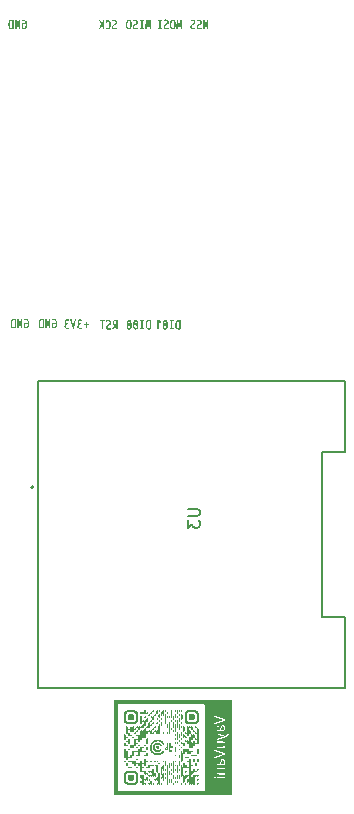
<source format=gbr>
%TF.GenerationSoftware,KiCad,Pcbnew,8.0.2-8.0.2-0~ubuntu20.04.1*%
%TF.CreationDate,2024-11-25T18:09:51+05:30*%
%TF.ProjectId,VayuVani-GS,56617975-5661-46e6-992d-47532e6b6963,rev?*%
%TF.SameCoordinates,Original*%
%TF.FileFunction,Legend,Bot*%
%TF.FilePolarity,Positive*%
%FSLAX46Y46*%
G04 Gerber Fmt 4.6, Leading zero omitted, Abs format (unit mm)*
G04 Created by KiCad (PCBNEW 8.0.2-8.0.2-0~ubuntu20.04.1) date 2024-11-25 18:09:51*
%MOMM*%
%LPD*%
G01*
G04 APERTURE LIST*
%ADD10C,0.150000*%
%ADD11C,0.127000*%
%ADD12C,0.200000*%
%ADD13C,0.000000*%
G04 APERTURE END LIST*
D10*
X110974819Y-94078095D02*
X111784342Y-94078095D01*
X111784342Y-94078095D02*
X111879580Y-94125714D01*
X111879580Y-94125714D02*
X111927200Y-94173333D01*
X111927200Y-94173333D02*
X111974819Y-94268571D01*
X111974819Y-94268571D02*
X111974819Y-94459047D01*
X111974819Y-94459047D02*
X111927200Y-94554285D01*
X111927200Y-94554285D02*
X111879580Y-94601904D01*
X111879580Y-94601904D02*
X111784342Y-94649523D01*
X111784342Y-94649523D02*
X110974819Y-94649523D01*
X110974819Y-95030476D02*
X110974819Y-95649523D01*
X110974819Y-95649523D02*
X111355771Y-95316190D01*
X111355771Y-95316190D02*
X111355771Y-95459047D01*
X111355771Y-95459047D02*
X111403390Y-95554285D01*
X111403390Y-95554285D02*
X111451009Y-95601904D01*
X111451009Y-95601904D02*
X111546247Y-95649523D01*
X111546247Y-95649523D02*
X111784342Y-95649523D01*
X111784342Y-95649523D02*
X111879580Y-95601904D01*
X111879580Y-95601904D02*
X111927200Y-95554285D01*
X111927200Y-95554285D02*
X111974819Y-95459047D01*
X111974819Y-95459047D02*
X111974819Y-95173333D01*
X111974819Y-95173333D02*
X111927200Y-95078095D01*
X111927200Y-95078095D02*
X111879580Y-95030476D01*
D11*
%TO.C,U3*%
X98302500Y-83240000D02*
X124302500Y-83240000D01*
X98302500Y-109240000D02*
X98302500Y-83240000D01*
X122302500Y-89240000D02*
X122302500Y-103240000D01*
X122302500Y-103240000D02*
X124302500Y-103240000D01*
X124302500Y-83240000D02*
X124302500Y-89240000D01*
X124302500Y-89240000D02*
X122302500Y-89240000D01*
X124302500Y-103240000D02*
X124302500Y-109240000D01*
X124302500Y-109240000D02*
X98302500Y-109240000D01*
D12*
X97902500Y-92240000D02*
G75*
G02*
X97702500Y-92240000I-100000J0D01*
G01*
X97702500Y-92240000D02*
G75*
G02*
X97902500Y-92240000I100000J0D01*
G01*
D13*
%TO.C,kibuzzard-67194008*%
G36*
X108703288Y-78171781D02*
G01*
X108703288Y-78279178D01*
X108514795Y-78173973D01*
X108512603Y-78175068D01*
X108512603Y-78860000D01*
X108389863Y-78860000D01*
X108389863Y-78060000D01*
X108511507Y-78060000D01*
X108703288Y-78171781D01*
G37*
G36*
X109791507Y-78155342D02*
G01*
X109668767Y-78155342D01*
X109668767Y-78764658D01*
X109791507Y-78764658D01*
X109791507Y-78860000D01*
X109418904Y-78860000D01*
X109418904Y-78764658D01*
X109541644Y-78764658D01*
X109541644Y-78155342D01*
X109418904Y-78155342D01*
X109418904Y-78060000D01*
X109791507Y-78060000D01*
X109791507Y-78155342D01*
G37*
G36*
X110284384Y-78054521D02*
G01*
X110370137Y-78070959D01*
X110370137Y-78849041D01*
X110287671Y-78865479D01*
X110198082Y-78870959D01*
X110107123Y-78861507D01*
X110035890Y-78833151D01*
X109981781Y-78781507D01*
X109942192Y-78702192D01*
X109924231Y-78632664D01*
X109913455Y-78548280D01*
X109909863Y-78449041D01*
X110029315Y-78449041D01*
X110033760Y-78560944D01*
X110047093Y-78646788D01*
X110069315Y-78706575D01*
X110121507Y-78759178D01*
X110198082Y-78776712D01*
X110247397Y-78766849D01*
X110247397Y-78154247D01*
X110198082Y-78144384D01*
X110122192Y-78161370D01*
X110069863Y-78212329D01*
X110047336Y-78268828D01*
X110033820Y-78347732D01*
X110029315Y-78449041D01*
X109909863Y-78449041D01*
X109914075Y-78346610D01*
X109926712Y-78260685D01*
X109947774Y-78191267D01*
X109977260Y-78138356D01*
X110031750Y-78088737D01*
X110105358Y-78058965D01*
X110198082Y-78049041D01*
X110284384Y-78054521D01*
G37*
G36*
X109125479Y-78057945D02*
G01*
X109178904Y-78084658D01*
X109219863Y-78134247D01*
X109250685Y-78211781D01*
X109264992Y-78280030D01*
X109273577Y-78362770D01*
X109276438Y-78460000D01*
X109273577Y-78557230D01*
X109264992Y-78639970D01*
X109250685Y-78708219D01*
X109219863Y-78785753D01*
X109178904Y-78835342D01*
X109160274Y-78844658D01*
X109125479Y-78862055D01*
X109057260Y-78870959D01*
X108989041Y-78862055D01*
X108935616Y-78835342D01*
X108894658Y-78785753D01*
X108863836Y-78708219D01*
X108849528Y-78639970D01*
X108840944Y-78557230D01*
X108838082Y-78460000D01*
X108952055Y-78460000D01*
X108953516Y-78537930D01*
X108957900Y-78603683D01*
X108965205Y-78657260D01*
X108980411Y-78716986D01*
X108999726Y-78753699D01*
X109057260Y-78778904D01*
X109112055Y-78756438D01*
X109146027Y-78679178D01*
X108955342Y-78349315D01*
X108952877Y-78400548D01*
X108952055Y-78460000D01*
X108838082Y-78460000D01*
X108840944Y-78362770D01*
X108849528Y-78280030D01*
X108860964Y-78225479D01*
X108972877Y-78225479D01*
X109160274Y-78550959D01*
X109162466Y-78460000D01*
X109161005Y-78382070D01*
X109156621Y-78316317D01*
X109149315Y-78262740D01*
X109134110Y-78203014D01*
X109114795Y-78166301D01*
X109057260Y-78141096D01*
X109005753Y-78160274D01*
X108972877Y-78225479D01*
X108860964Y-78225479D01*
X108863836Y-78211781D01*
X108894658Y-78134247D01*
X108935616Y-78084658D01*
X108989041Y-78057945D01*
X109057260Y-78049041D01*
X109125479Y-78057945D01*
G37*
%TO.C,kibuzzard-67193F40*%
G36*
X107265890Y-52735342D02*
G01*
X107143151Y-52735342D01*
X107143151Y-53344658D01*
X107265890Y-53344658D01*
X107265890Y-53440000D01*
X106893288Y-53440000D01*
X106893288Y-53344658D01*
X107016027Y-53344658D01*
X107016027Y-52735342D01*
X106893288Y-52735342D01*
X106893288Y-52640000D01*
X107265890Y-52640000D01*
X107265890Y-52735342D01*
G37*
G36*
X107623151Y-53149589D02*
G01*
X107625342Y-53149589D01*
X107692192Y-52640000D01*
X107835753Y-52640000D01*
X107877397Y-53440000D01*
X107770000Y-53440000D01*
X107751370Y-52760548D01*
X107748082Y-52760548D01*
X107685616Y-53253699D01*
X107581507Y-53253699D01*
X107513562Y-52760548D01*
X107512466Y-52760548D01*
X107496027Y-53440000D01*
X107378767Y-53440000D01*
X107419315Y-52640000D01*
X107557397Y-52640000D01*
X107623151Y-53149589D01*
G37*
G36*
X106583942Y-52635129D02*
G01*
X106638554Y-52653394D01*
X106682329Y-52683836D01*
X106725479Y-52749589D01*
X106739863Y-52837260D01*
X106728493Y-52915068D01*
X106694384Y-52979726D01*
X106656697Y-53017717D01*
X106604277Y-53054247D01*
X106537123Y-53089315D01*
X106490137Y-53117534D01*
X106458767Y-53149589D01*
X106441096Y-53188493D01*
X106435205Y-53237260D01*
X106442877Y-53288356D01*
X106465890Y-53325479D01*
X106502603Y-53348082D01*
X106551370Y-53355616D01*
X106615540Y-53347702D01*
X106676545Y-53323957D01*
X106734384Y-53284384D01*
X106734384Y-53398356D01*
X106678128Y-53427580D01*
X106616027Y-53445114D01*
X106548082Y-53450959D01*
X106463260Y-53442192D01*
X106397288Y-53415890D01*
X106350164Y-53372055D01*
X106321890Y-53310685D01*
X106312466Y-53231781D01*
X106324247Y-53147123D01*
X106359589Y-53079452D01*
X106399650Y-53040365D01*
X106457002Y-53002009D01*
X106531644Y-52964384D01*
X106580350Y-52931629D01*
X106609574Y-52887428D01*
X106619315Y-52831781D01*
X106611644Y-52786849D01*
X106588630Y-52752877D01*
X106552192Y-52731507D01*
X106504247Y-52724384D01*
X106419041Y-52736164D01*
X106334384Y-52771507D01*
X106334384Y-52661918D01*
X106393318Y-52643653D01*
X106454688Y-52632694D01*
X106518493Y-52629041D01*
X106583942Y-52635129D01*
G37*
G36*
X106059863Y-52638356D02*
G01*
X106119589Y-52666301D01*
X106164932Y-52716986D01*
X106197945Y-52794521D01*
X106212861Y-52862222D01*
X106221811Y-52944049D01*
X106224795Y-53040000D01*
X106221811Y-53135951D01*
X106212861Y-53217778D01*
X106197945Y-53285479D01*
X106164932Y-53363014D01*
X106119589Y-53413699D01*
X106059863Y-53441644D01*
X105983699Y-53450959D01*
X105907534Y-53441644D01*
X105847808Y-53413699D01*
X105802466Y-53363014D01*
X105769452Y-53285479D01*
X105754536Y-53217778D01*
X105745586Y-53135951D01*
X105742603Y-53040000D01*
X105858767Y-53040000D01*
X105862055Y-53147945D01*
X105871918Y-53230685D01*
X105888356Y-53288219D01*
X105926986Y-53338767D01*
X105983699Y-53355616D01*
X106040411Y-53338767D01*
X106079041Y-53288219D01*
X106095479Y-53230685D01*
X106105342Y-53147945D01*
X106108630Y-53040000D01*
X106105342Y-52932055D01*
X106095479Y-52849315D01*
X106079041Y-52791781D01*
X106040411Y-52741233D01*
X105983699Y-52724384D01*
X105926986Y-52741233D01*
X105888356Y-52791781D01*
X105871918Y-52849315D01*
X105862055Y-52932055D01*
X105858767Y-53040000D01*
X105742603Y-53040000D01*
X105745586Y-52944049D01*
X105754536Y-52862222D01*
X105769452Y-52794521D01*
X105802466Y-52716986D01*
X105847808Y-52666301D01*
X105907534Y-52638356D01*
X105983699Y-52629041D01*
X106059863Y-52638356D01*
G37*
%TO.C,kibuzzard-6717FCAE*%
G36*
X96480685Y-53210822D02*
G01*
X96483973Y-53210822D01*
X96654932Y-52630000D01*
X96782055Y-52630000D01*
X96782055Y-53430000D01*
X96661507Y-53430000D01*
X96661507Y-52849178D01*
X96659315Y-52849178D01*
X96488356Y-53430000D01*
X96365616Y-53430000D01*
X96365616Y-52630000D01*
X96480685Y-52630000D01*
X96480685Y-53210822D01*
G37*
G36*
X96157123Y-52624521D02*
G01*
X96242877Y-52640959D01*
X96242877Y-53419041D01*
X96160411Y-53435479D01*
X96070822Y-53440959D01*
X95979863Y-53431507D01*
X95908630Y-53403151D01*
X95854521Y-53351507D01*
X95814932Y-53272192D01*
X95796971Y-53202664D01*
X95786195Y-53118280D01*
X95782603Y-53019041D01*
X95902055Y-53019041D01*
X95906499Y-53130944D01*
X95919833Y-53216788D01*
X95942055Y-53276575D01*
X95994247Y-53329178D01*
X96070822Y-53346712D01*
X96120137Y-53336849D01*
X96120137Y-52724247D01*
X96070822Y-52714384D01*
X95994932Y-52731370D01*
X95942603Y-52782329D01*
X95920076Y-52838828D01*
X95906560Y-52917732D01*
X95902055Y-53019041D01*
X95782603Y-53019041D01*
X95786815Y-52916610D01*
X95799452Y-52830685D01*
X95820514Y-52761267D01*
X95850000Y-52708356D01*
X95904490Y-52658737D01*
X95978097Y-52628965D01*
X96070822Y-52619041D01*
X96157123Y-52624521D01*
G37*
G36*
X97151918Y-52629878D02*
G01*
X97225890Y-52662390D01*
X97283425Y-52716575D01*
X97315788Y-52772397D01*
X97338904Y-52842329D01*
X97352774Y-52926370D01*
X97357397Y-53024521D01*
X97353116Y-53122123D01*
X97340274Y-53206712D01*
X97318870Y-53278288D01*
X97288904Y-53336849D01*
X97250377Y-53382397D01*
X97203288Y-53414932D01*
X97147637Y-53434452D01*
X97083425Y-53440959D01*
X97017915Y-53436697D01*
X96955814Y-53423912D01*
X96897123Y-53402603D01*
X96897123Y-52953288D01*
X97152466Y-52953288D01*
X97152466Y-53046438D01*
X97014384Y-53046438D01*
X97014384Y-53333562D01*
X97080137Y-53346712D01*
X97146986Y-53328082D01*
X97196301Y-53272192D01*
X97218828Y-53211553D01*
X97232344Y-53128995D01*
X97236849Y-53024521D01*
X97232100Y-52922420D01*
X97217854Y-52842603D01*
X97194110Y-52785068D01*
X97139589Y-52732877D01*
X97061507Y-52715479D01*
X96994384Y-52722055D01*
X96924521Y-52741781D01*
X96924521Y-52643151D01*
X96991644Y-52625068D01*
X97061507Y-52619041D01*
X97151918Y-52629878D01*
G37*
%TO.C,kibuzzard-67193F4E*%
G36*
X108792603Y-52725342D02*
G01*
X108669863Y-52725342D01*
X108669863Y-53334658D01*
X108792603Y-53334658D01*
X108792603Y-53430000D01*
X108420000Y-53430000D01*
X108420000Y-53334658D01*
X108542740Y-53334658D01*
X108542740Y-52725342D01*
X108420000Y-52725342D01*
X108420000Y-52630000D01*
X108792603Y-52630000D01*
X108792603Y-52725342D01*
G37*
G36*
X110245753Y-53139589D02*
G01*
X110247945Y-53139589D01*
X110314795Y-52630000D01*
X110458356Y-52630000D01*
X110500000Y-53430000D01*
X110392603Y-53430000D01*
X110373973Y-52750548D01*
X110370685Y-52750548D01*
X110308219Y-53243699D01*
X110204110Y-53243699D01*
X110136164Y-52750548D01*
X110135068Y-52750548D01*
X110118630Y-53430000D01*
X110001370Y-53430000D01*
X110041918Y-52630000D01*
X110180000Y-52630000D01*
X110245753Y-53139589D01*
G37*
G36*
X109206545Y-52625129D02*
G01*
X109261157Y-52643394D01*
X109304932Y-52673836D01*
X109348082Y-52739589D01*
X109362466Y-52827260D01*
X109351096Y-52905068D01*
X109316986Y-52969726D01*
X109279300Y-53007717D01*
X109226880Y-53044247D01*
X109159726Y-53079315D01*
X109112740Y-53107534D01*
X109081370Y-53139589D01*
X109063699Y-53178493D01*
X109057808Y-53227260D01*
X109065479Y-53278356D01*
X109088493Y-53315479D01*
X109125205Y-53338082D01*
X109173973Y-53345616D01*
X109238143Y-53337702D01*
X109299148Y-53313957D01*
X109356986Y-53274384D01*
X109356986Y-53388356D01*
X109300731Y-53417580D01*
X109238630Y-53435114D01*
X109170685Y-53440959D01*
X109085863Y-53432192D01*
X109019890Y-53405890D01*
X108972767Y-53362055D01*
X108944493Y-53300685D01*
X108935068Y-53221781D01*
X108946849Y-53137123D01*
X108982192Y-53069452D01*
X109022253Y-53030365D01*
X109079604Y-52992009D01*
X109154247Y-52954384D01*
X109202953Y-52921629D01*
X109232177Y-52877428D01*
X109241918Y-52821781D01*
X109234247Y-52776849D01*
X109211233Y-52742877D01*
X109174795Y-52721507D01*
X109126849Y-52714384D01*
X109041644Y-52726164D01*
X108956986Y-52761507D01*
X108956986Y-52651918D01*
X109015921Y-52633653D01*
X109077291Y-52622694D01*
X109141096Y-52619041D01*
X109206545Y-52625129D01*
G37*
G36*
X109778356Y-52628356D02*
G01*
X109838082Y-52656301D01*
X109883425Y-52706986D01*
X109916438Y-52784521D01*
X109931355Y-52852222D01*
X109940304Y-52934049D01*
X109943288Y-53030000D01*
X109940304Y-53125951D01*
X109931355Y-53207778D01*
X109916438Y-53275479D01*
X109883425Y-53353014D01*
X109838082Y-53403699D01*
X109778356Y-53431644D01*
X109702192Y-53440959D01*
X109626027Y-53431644D01*
X109566301Y-53403699D01*
X109520959Y-53353014D01*
X109487945Y-53275479D01*
X109473029Y-53207778D01*
X109464079Y-53125951D01*
X109461096Y-53030000D01*
X109577260Y-53030000D01*
X109580548Y-53137945D01*
X109590411Y-53220685D01*
X109606849Y-53278219D01*
X109645479Y-53328767D01*
X109702192Y-53345616D01*
X109758904Y-53328767D01*
X109797534Y-53278219D01*
X109813973Y-53220685D01*
X109823836Y-53137945D01*
X109827123Y-53030000D01*
X109823836Y-52922055D01*
X109813973Y-52839315D01*
X109797534Y-52781781D01*
X109758904Y-52731233D01*
X109702192Y-52714384D01*
X109645479Y-52731233D01*
X109606849Y-52781781D01*
X109590411Y-52839315D01*
X109580548Y-52922055D01*
X109577260Y-53030000D01*
X109461096Y-53030000D01*
X109464079Y-52934049D01*
X109473029Y-52852222D01*
X109487945Y-52784521D01*
X109520959Y-52706986D01*
X109566301Y-52656301D01*
X109626027Y-52628356D01*
X109702192Y-52619041D01*
X109778356Y-52628356D01*
G37*
%TO.C,G\u002A\u002A\u002A*%
G36*
X109470164Y-114271741D02*
G01*
X109467058Y-114274847D01*
X109463952Y-114271741D01*
X109467058Y-114268635D01*
X109470164Y-114271741D01*
G37*
G36*
X109600611Y-114206517D02*
G01*
X109600163Y-114209806D01*
X109596470Y-114210658D01*
X109595726Y-114209748D01*
X109596470Y-114202376D01*
X109598338Y-114201404D01*
X109600611Y-114206517D01*
G37*
G36*
X106696482Y-113153380D02*
G01*
X106719444Y-113164269D01*
X106737688Y-113184183D01*
X106748075Y-113210510D01*
X106747554Y-113238194D01*
X106735600Y-113263791D01*
X106712674Y-113285433D01*
X106689961Y-113296771D01*
X106666508Y-113298329D01*
X106639806Y-113289441D01*
X106619648Y-113274998D01*
X106605210Y-113250875D01*
X106600318Y-113219250D01*
X106600764Y-113211394D01*
X106608804Y-113186982D01*
X106624963Y-113168319D01*
X106646674Y-113156061D01*
X106671370Y-113150863D01*
X106696482Y-113153380D01*
G37*
G36*
X106689564Y-114864504D02*
G01*
X106715000Y-114875271D01*
X106735745Y-114896026D01*
X106747167Y-114922253D01*
X106747786Y-114949443D01*
X106738260Y-114974619D01*
X106719555Y-114995256D01*
X106692635Y-115008829D01*
X106688806Y-115009866D01*
X106661994Y-115010964D01*
X106638250Y-115002272D01*
X106619024Y-114986032D01*
X106605762Y-114964488D01*
X106599913Y-114939885D01*
X106602925Y-114914465D01*
X106616246Y-114890472D01*
X106636109Y-114873471D01*
X106662309Y-114863860D01*
X106689564Y-114864504D01*
G37*
G36*
X107036103Y-117092444D02*
G01*
X107060690Y-117103610D01*
X107080148Y-117124540D01*
X107088633Y-117143986D01*
X107090770Y-117170893D01*
X107083545Y-117196319D01*
X107068341Y-117217680D01*
X107046540Y-117232392D01*
X107019523Y-117237870D01*
X107009253Y-117237304D01*
X106981534Y-117229186D01*
X106960324Y-117213214D01*
X106946703Y-117191669D01*
X106941748Y-117166835D01*
X106946539Y-117140996D01*
X106962154Y-117116433D01*
X106982715Y-117100169D01*
X107009180Y-117091233D01*
X107036103Y-117092444D01*
G37*
G36*
X107721550Y-116234408D02*
G01*
X107744730Y-116244591D01*
X107763078Y-116262922D01*
X107774045Y-116289057D01*
X107775734Y-116310272D01*
X107769251Y-116337451D01*
X107754151Y-116359842D01*
X107732240Y-116375042D01*
X107705323Y-116380643D01*
X107682847Y-116377851D01*
X107657226Y-116366194D01*
X107638526Y-116347466D01*
X107628096Y-116323850D01*
X107627283Y-116297529D01*
X107637435Y-116270685D01*
X107648539Y-116256178D01*
X107670904Y-116239859D01*
X107696091Y-116232716D01*
X107721550Y-116234408D01*
G37*
G36*
X108082334Y-117271909D02*
G01*
X108102874Y-117289374D01*
X108116989Y-117315517D01*
X108119689Y-117337980D01*
X108113154Y-117364049D01*
X108098024Y-117387127D01*
X108076004Y-117403549D01*
X108058588Y-117409328D01*
X108032158Y-117409397D01*
X108008055Y-117400371D01*
X107988299Y-117384111D01*
X107974908Y-117362483D01*
X107969901Y-117337350D01*
X107975298Y-117310575D01*
X107986975Y-117290610D01*
X108007691Y-117272473D01*
X108032191Y-117263369D01*
X108057922Y-117263211D01*
X108082334Y-117271909D01*
G37*
G36*
X108250959Y-111444330D02*
G01*
X108272841Y-111461806D01*
X108284417Y-111481269D01*
X108289835Y-111508136D01*
X108285994Y-111535039D01*
X108273474Y-111558671D01*
X108252856Y-111575720D01*
X108226145Y-111584083D01*
X108199587Y-111582414D01*
X108176058Y-111571969D01*
X108157437Y-111554531D01*
X108145602Y-111531879D01*
X108142432Y-111505794D01*
X108149806Y-111478057D01*
X108154683Y-111469370D01*
X108173987Y-111449671D01*
X108198493Y-111438663D01*
X108225163Y-111436749D01*
X108250959Y-111444330D01*
G37*
G36*
X108597254Y-111104742D02*
G01*
X108618113Y-111122032D01*
X108630814Y-111146174D01*
X108633859Y-111164255D01*
X108630324Y-111191649D01*
X108617928Y-111214648D01*
X108598732Y-111231663D01*
X108574795Y-111241104D01*
X108548177Y-111241384D01*
X108520939Y-111230912D01*
X108501826Y-111213818D01*
X108489535Y-111190367D01*
X108485585Y-111164453D01*
X108489921Y-111139041D01*
X108502493Y-111117096D01*
X108523245Y-111101581D01*
X108542693Y-111095541D01*
X108571144Y-111095510D01*
X108597254Y-111104742D01*
G37*
G36*
X108756979Y-116751075D02*
G01*
X108778577Y-116763720D01*
X108795111Y-116785640D01*
X108803250Y-116808542D01*
X108803882Y-116837519D01*
X108792994Y-116863169D01*
X108770919Y-116884131D01*
X108749584Y-116893817D01*
X108722726Y-116895837D01*
X108697475Y-116888268D01*
X108676337Y-116872474D01*
X108661816Y-116849822D01*
X108656419Y-116821680D01*
X108658237Y-116804816D01*
X108668639Y-116780580D01*
X108686148Y-116762456D01*
X108708330Y-116751075D01*
X108732752Y-116747071D01*
X108756979Y-116751075D01*
G37*
G36*
X109096913Y-116751200D02*
G01*
X109120195Y-116762869D01*
X109137427Y-116782934D01*
X109144326Y-116799517D01*
X109147237Y-116826655D01*
X109140829Y-116851479D01*
X109126884Y-116872316D01*
X109107187Y-116887495D01*
X109083519Y-116895343D01*
X109057664Y-116894188D01*
X109031405Y-116882359D01*
X109011370Y-116863316D01*
X108999559Y-116837832D01*
X108999187Y-116809744D01*
X109010658Y-116781033D01*
X109022251Y-116767051D01*
X109044792Y-116753245D01*
X109070729Y-116747977D01*
X109096913Y-116751200D01*
G37*
G36*
X109968351Y-115730247D02*
G01*
X109990911Y-115750231D01*
X109995067Y-115756150D01*
X110004249Y-115781160D01*
X110003246Y-115807417D01*
X109993070Y-115832111D01*
X109974739Y-115852429D01*
X109949268Y-115865560D01*
X109922151Y-115868273D01*
X109897665Y-115860919D01*
X109877575Y-115845629D01*
X109863371Y-115824616D01*
X109856545Y-115800094D01*
X109858588Y-115774275D01*
X109870992Y-115749374D01*
X109889161Y-115732087D01*
X109914715Y-115721155D01*
X109942032Y-115720549D01*
X109968351Y-115730247D01*
G37*
G36*
X110307367Y-113673024D02*
G01*
X110330097Y-113691597D01*
X110338109Y-113703152D01*
X110346225Y-113728038D01*
X110344635Y-113753035D01*
X110334876Y-113776062D01*
X110318487Y-113795036D01*
X110297006Y-113807878D01*
X110271971Y-113812506D01*
X110244921Y-113806838D01*
X110228354Y-113797477D01*
X110209164Y-113776718D01*
X110199331Y-113751113D01*
X110199707Y-113723451D01*
X110211146Y-113696516D01*
X110229107Y-113677834D01*
X110253947Y-113666264D01*
X110281009Y-113664620D01*
X110307367Y-113673024D01*
G37*
G36*
X110467038Y-111097278D02*
G01*
X110489999Y-111108167D01*
X110508244Y-111128081D01*
X110518630Y-111154408D01*
X110518109Y-111182093D01*
X110506155Y-111207689D01*
X110483229Y-111229332D01*
X110460516Y-111240669D01*
X110437063Y-111242227D01*
X110410362Y-111233339D01*
X110390203Y-111218897D01*
X110375765Y-111194773D01*
X110370873Y-111163148D01*
X110371319Y-111155293D01*
X110379359Y-111130880D01*
X110395518Y-111112217D01*
X110417230Y-111099959D01*
X110441925Y-111094761D01*
X110467038Y-111097278D01*
G37*
G36*
X110806671Y-112980762D02*
G01*
X110831455Y-112991947D01*
X110850704Y-113012336D01*
X110859254Y-113031901D01*
X110861293Y-113058940D01*
X110853679Y-113084355D01*
X110837826Y-113105626D01*
X110815149Y-113120236D01*
X110787063Y-113125666D01*
X110774345Y-113124664D01*
X110748487Y-113115281D01*
X110729036Y-113098047D01*
X110717010Y-113075446D01*
X110713427Y-113049960D01*
X110719306Y-113024074D01*
X110735663Y-113000269D01*
X110753133Y-112987329D01*
X110779510Y-112979112D01*
X110806671Y-112980762D01*
G37*
G36*
X111496680Y-114867259D02*
G01*
X111520858Y-114880665D01*
X111538419Y-114904400D01*
X111539371Y-114906363D01*
X111547463Y-114935942D01*
X111543784Y-114963375D01*
X111528945Y-114986905D01*
X111503556Y-115004775D01*
X111481449Y-115011423D01*
X111455102Y-115009961D01*
X111431737Y-114999497D01*
X111413224Y-114981924D01*
X111401431Y-114959136D01*
X111398229Y-114933025D01*
X111405486Y-114905482D01*
X111418203Y-114885174D01*
X111438724Y-114869561D01*
X111465843Y-114863824D01*
X111496680Y-114867259D01*
G37*
G36*
X111662676Y-113494442D02*
G01*
X111686648Y-113505637D01*
X111706740Y-113526745D01*
X111716582Y-113549788D01*
X111717650Y-113576757D01*
X111709316Y-113602136D01*
X111692645Y-113622869D01*
X111668704Y-113635896D01*
X111639644Y-113639408D01*
X111612470Y-113632866D01*
X111590249Y-113617603D01*
X111575251Y-113595194D01*
X111569748Y-113567214D01*
X111569906Y-113561966D01*
X111576726Y-113534394D01*
X111591850Y-113513136D01*
X111612840Y-113498912D01*
X111637262Y-113492440D01*
X111662676Y-113494442D01*
G37*
G36*
X105670324Y-115381641D02*
G01*
X105693537Y-115394352D01*
X105711033Y-115412712D01*
X105719552Y-115434970D01*
X105720386Y-115450641D01*
X105714613Y-115480288D01*
X105699518Y-115503273D01*
X105676312Y-115518137D01*
X105646207Y-115523416D01*
X105622066Y-115519934D01*
X105598689Y-115507714D01*
X105582167Y-115488968D01*
X105572962Y-115466077D01*
X105571535Y-115441422D01*
X105578349Y-115417383D01*
X105593864Y-115396340D01*
X105618541Y-115380675D01*
X105619786Y-115380178D01*
X105644654Y-115376332D01*
X105670324Y-115381641D01*
G37*
G36*
X105837768Y-114010175D02*
G01*
X105864157Y-114022365D01*
X105883226Y-114044348D01*
X105889351Y-114059570D01*
X105890840Y-114086381D01*
X105882638Y-114112596D01*
X105865947Y-114135111D01*
X105841969Y-114150822D01*
X105835950Y-114152929D01*
X105810291Y-114154681D01*
X105785261Y-114146806D01*
X105763776Y-114131249D01*
X105748748Y-114109954D01*
X105743091Y-114084863D01*
X105743110Y-114082805D01*
X105748821Y-114052071D01*
X105763781Y-114028379D01*
X105786660Y-114013134D01*
X105816127Y-114007740D01*
X105837768Y-114010175D01*
G37*
G36*
X106011202Y-114352456D02*
G01*
X106034736Y-114365170D01*
X106054509Y-114388937D01*
X106060233Y-114400679D01*
X106063922Y-114426568D01*
X106057586Y-114452117D01*
X106042324Y-114474196D01*
X106019232Y-114489672D01*
X105993738Y-114497291D01*
X105970711Y-114495816D01*
X105947446Y-114484268D01*
X105945112Y-114482638D01*
X105925960Y-114462349D01*
X105916457Y-114438294D01*
X105915856Y-114412983D01*
X105923412Y-114388926D01*
X105938377Y-114368634D01*
X105960006Y-114354618D01*
X105987551Y-114349388D01*
X106011202Y-114352456D01*
G37*
G36*
X106194463Y-115385573D02*
G01*
X106218418Y-115406675D01*
X106220651Y-115409463D01*
X106232476Y-115433818D01*
X106233948Y-115459447D01*
X106226294Y-115483841D01*
X106210738Y-115504490D01*
X106188509Y-115518885D01*
X106160831Y-115524517D01*
X106152578Y-115524260D01*
X106125691Y-115517258D01*
X106105473Y-115502464D01*
X106092234Y-115482191D01*
X106086282Y-115458751D01*
X106087925Y-115434455D01*
X106097471Y-115411615D01*
X106115228Y-115392544D01*
X106141505Y-115379554D01*
X106168357Y-115376694D01*
X106194463Y-115385573D01*
G37*
G36*
X106525204Y-112638028D02*
G01*
X106548219Y-112649831D01*
X106565747Y-112670731D01*
X106565847Y-112670917D01*
X106575156Y-112698537D01*
X106574228Y-112724685D01*
X106564868Y-112747829D01*
X106548881Y-112766439D01*
X106528070Y-112778983D01*
X106504242Y-112783930D01*
X106479200Y-112779749D01*
X106454749Y-112764908D01*
X106444237Y-112754390D01*
X106430185Y-112730103D01*
X106428323Y-112703642D01*
X106438561Y-112674503D01*
X106452038Y-112656351D01*
X106474233Y-112641374D01*
X106499582Y-112635238D01*
X106525204Y-112638028D01*
G37*
G36*
X106696455Y-113495791D02*
G01*
X106719858Y-113507559D01*
X106738942Y-113528642D01*
X106743771Y-113538026D01*
X106749085Y-113564818D01*
X106744284Y-113591643D01*
X106730373Y-113615110D01*
X106708358Y-113631827D01*
X106697106Y-113636329D01*
X106667766Y-113640434D01*
X106641354Y-113633920D01*
X106619932Y-113618090D01*
X106605565Y-113594245D01*
X106600318Y-113563687D01*
X106600814Y-113554894D01*
X106608888Y-113529422D01*
X106624950Y-113510153D01*
X106646540Y-113497710D01*
X106671195Y-113492715D01*
X106696455Y-113495791D01*
G37*
G36*
X107213557Y-111269542D02*
G01*
X107237252Y-111284170D01*
X107254099Y-111305612D01*
X107255553Y-111308573D01*
X107263464Y-111330221D01*
X107263199Y-111349273D01*
X107254824Y-111371724D01*
X107239993Y-111391892D01*
X107217273Y-111406179D01*
X107190954Y-111411747D01*
X107164337Y-111407947D01*
X107140724Y-111394130D01*
X107121905Y-111370646D01*
X107114718Y-111344105D01*
X107119510Y-111314452D01*
X107129203Y-111293871D01*
X107148183Y-111274806D01*
X107175081Y-111264793D01*
X107187096Y-111263835D01*
X107213557Y-111269542D01*
G37*
G36*
X107213036Y-114181691D02*
G01*
X107236772Y-114196344D01*
X107254099Y-114218941D01*
X107255553Y-114221902D01*
X107263464Y-114243549D01*
X107263199Y-114262601D01*
X107254824Y-114285052D01*
X107239993Y-114305221D01*
X107217273Y-114319508D01*
X107190954Y-114325075D01*
X107164337Y-114321275D01*
X107140724Y-114307459D01*
X107121905Y-114283974D01*
X107114718Y-114257434D01*
X107119510Y-114227780D01*
X107129937Y-114206045D01*
X107149099Y-114187663D01*
X107176610Y-114177835D01*
X107186360Y-114176821D01*
X107213036Y-114181691D01*
G37*
G36*
X107380996Y-114009127D02*
G01*
X107395885Y-114015268D01*
X107411577Y-114028860D01*
X107423244Y-114041926D01*
X107430780Y-114057024D01*
X107432697Y-114076043D01*
X107428801Y-114102848D01*
X107416164Y-114127726D01*
X107396853Y-114145420D01*
X107373015Y-114154655D01*
X107346795Y-114154159D01*
X107320341Y-114142660D01*
X107301958Y-114126709D01*
X107287253Y-114101829D01*
X107283976Y-114074231D01*
X107292614Y-114045625D01*
X107306088Y-114027213D01*
X107330027Y-114012605D01*
X107361664Y-114007740D01*
X107380996Y-114009127D01*
G37*
G36*
X107727103Y-116923913D02*
G01*
X107749527Y-116937497D01*
X107766846Y-116956005D01*
X107775401Y-116976975D01*
X107776530Y-116992318D01*
X107771332Y-117021080D01*
X107755339Y-117044719D01*
X107737508Y-117058006D01*
X107711229Y-117066288D01*
X107684303Y-117064821D01*
X107659506Y-117054370D01*
X107639619Y-117035698D01*
X107627419Y-117009567D01*
X107625894Y-117000550D01*
X107629006Y-116974242D01*
X107641823Y-116949948D01*
X107662422Y-116930508D01*
X107688881Y-116918763D01*
X107703234Y-116917715D01*
X107727103Y-116923913D01*
G37*
G36*
X107721973Y-112808773D02*
G01*
X107745396Y-112821330D01*
X107764007Y-112840719D01*
X107774501Y-112864695D01*
X107776083Y-112877281D01*
X107772136Y-112904861D01*
X107759177Y-112928357D01*
X107739258Y-112945691D01*
X107714432Y-112954783D01*
X107686751Y-112953557D01*
X107669183Y-112947221D01*
X107646925Y-112930873D01*
X107633082Y-112909282D01*
X107627620Y-112884846D01*
X107630504Y-112859959D01*
X107641698Y-112837019D01*
X107661169Y-112818420D01*
X107688881Y-112806560D01*
X107697044Y-112805293D01*
X107721973Y-112808773D01*
G37*
G36*
X107898127Y-112297442D02*
G01*
X107921382Y-112309130D01*
X107938552Y-112329083D01*
X107942279Y-112336995D01*
X107947860Y-112365016D01*
X107943248Y-112392442D01*
X107929390Y-112416134D01*
X107907233Y-112432952D01*
X107887487Y-112440218D01*
X107864348Y-112441014D01*
X107838681Y-112432214D01*
X107833535Y-112429500D01*
X107813166Y-112411153D01*
X107801662Y-112386610D01*
X107799864Y-112358726D01*
X107808615Y-112330354D01*
X107823449Y-112311666D01*
X107846002Y-112298742D01*
X107871948Y-112293990D01*
X107898127Y-112297442D01*
G37*
G36*
X107901832Y-111270156D02*
G01*
X107927522Y-111289828D01*
X107930508Y-111292961D01*
X107945395Y-111317549D01*
X107948261Y-111344793D01*
X107938993Y-111373873D01*
X107923428Y-111395032D01*
X107901618Y-111407364D01*
X107871874Y-111411213D01*
X107853322Y-111410149D01*
X107837997Y-111404945D01*
X107823880Y-111393373D01*
X107817049Y-111385720D01*
X107803159Y-111359896D01*
X107799823Y-111332561D01*
X107807020Y-111306436D01*
X107824730Y-111284244D01*
X107850217Y-111267954D01*
X107876212Y-111262873D01*
X107901832Y-111270156D01*
G37*
G36*
X108755728Y-117267766D02*
G01*
X108779401Y-117280079D01*
X108796129Y-117298513D01*
X108798427Y-117303024D01*
X108804299Y-117328887D01*
X108800535Y-117355603D01*
X108788573Y-117380008D01*
X108769851Y-117398939D01*
X108745807Y-117409232D01*
X108723150Y-117410256D01*
X108697912Y-117402698D01*
X108677866Y-117387286D01*
X108663964Y-117366305D01*
X108657156Y-117342042D01*
X108658396Y-117316781D01*
X108668635Y-117292809D01*
X108688825Y-117272412D01*
X108703541Y-117265392D01*
X108729108Y-117262547D01*
X108755728Y-117267766D01*
G37*
G36*
X108754159Y-111781992D02*
G01*
X108778658Y-111796010D01*
X108795865Y-111817766D01*
X108799245Y-111825462D01*
X108804776Y-111853805D01*
X108800184Y-111879662D01*
X108787283Y-111901395D01*
X108767888Y-111917367D01*
X108743812Y-111925941D01*
X108716870Y-111925478D01*
X108688876Y-111914342D01*
X108682460Y-111909956D01*
X108664985Y-111890104D01*
X108656847Y-111866441D01*
X108657297Y-111841454D01*
X108665587Y-111817625D01*
X108680967Y-111797438D01*
X108702688Y-111783378D01*
X108730002Y-111777928D01*
X108754159Y-111781992D01*
G37*
G36*
X108907322Y-112976975D02*
G01*
X108932631Y-112984920D01*
X108955189Y-113000881D01*
X108970223Y-113021741D01*
X108977509Y-113042880D01*
X108977857Y-113061882D01*
X108970239Y-113081944D01*
X108958708Y-113099002D01*
X108937097Y-113116406D01*
X108912227Y-113124799D01*
X108886634Y-113124362D01*
X108862853Y-113115279D01*
X108843422Y-113097731D01*
X108830876Y-113071903D01*
X108828776Y-113045618D01*
X108836469Y-113019402D01*
X108852407Y-112997383D01*
X108874623Y-112982228D01*
X108901151Y-112976607D01*
X108907322Y-112976975D01*
G37*
G36*
X108932231Y-115383112D02*
G01*
X108954607Y-115397460D01*
X108970368Y-115419838D01*
X108977463Y-115440465D01*
X108977836Y-115460348D01*
X108970014Y-115482374D01*
X108960370Y-115497416D01*
X108939240Y-115514557D01*
X108913652Y-115523160D01*
X108886657Y-115522930D01*
X108861307Y-115513574D01*
X108840653Y-115494800D01*
X108833865Y-115481398D01*
X108829175Y-115456373D01*
X108830912Y-115430142D01*
X108839172Y-115408381D01*
X108855797Y-115390906D01*
X108879788Y-115379570D01*
X108906279Y-115377060D01*
X108932231Y-115383112D01*
G37*
G36*
X109096807Y-116409548D02*
G01*
X109120746Y-116422316D01*
X109137427Y-116441286D01*
X109143774Y-116458375D01*
X109146902Y-116478787D01*
X109145817Y-116492874D01*
X109136267Y-116518364D01*
X109118915Y-116537567D01*
X109096248Y-116549450D01*
X109070751Y-116552985D01*
X109044910Y-116547141D01*
X109021209Y-116530887D01*
X109012906Y-116521172D01*
X109001162Y-116496167D01*
X108999508Y-116470143D01*
X109006916Y-116445581D01*
X109022354Y-116424963D01*
X109044796Y-116410772D01*
X109073210Y-116405490D01*
X109096807Y-116409548D01*
G37*
G36*
X109099963Y-116066883D02*
G01*
X109119292Y-116077212D01*
X109135036Y-116096850D01*
X109140598Y-116107672D01*
X109146891Y-116135639D01*
X109143000Y-116162743D01*
X109129674Y-116186086D01*
X109107662Y-116202769D01*
X109082198Y-116211457D01*
X109058672Y-116210431D01*
X109034795Y-116198762D01*
X109016411Y-116182811D01*
X109001706Y-116157930D01*
X108998429Y-116130333D01*
X109007068Y-116101727D01*
X109019292Y-116084655D01*
X109042805Y-116069167D01*
X109072799Y-116063842D01*
X109073235Y-116063842D01*
X109099963Y-116066883D01*
G37*
G36*
X109611522Y-116409418D02*
G01*
X109635713Y-116421479D01*
X109653005Y-116441286D01*
X109655519Y-116446342D01*
X109662203Y-116474299D01*
X109658289Y-116501540D01*
X109645117Y-116525429D01*
X109624028Y-116543332D01*
X109596362Y-116552613D01*
X109569312Y-116551482D01*
X109546036Y-116541167D01*
X109528403Y-116523859D01*
X109517175Y-116501902D01*
X109513112Y-116477641D01*
X109516977Y-116453422D01*
X109529529Y-116431590D01*
X109551531Y-116414490D01*
X109556368Y-116412208D01*
X109583913Y-116406021D01*
X109611522Y-116409418D01*
G37*
G36*
X109606207Y-112637728D02*
G01*
X109632168Y-112649857D01*
X109652270Y-112671416D01*
X109652752Y-112672211D01*
X109660753Y-112695609D01*
X109661337Y-112722210D01*
X109654325Y-112745568D01*
X109637714Y-112764681D01*
X109614253Y-112778594D01*
X109589432Y-112783977D01*
X109587776Y-112783966D01*
X109557936Y-112778077D01*
X109534482Y-112762567D01*
X109519143Y-112739134D01*
X109513646Y-112709476D01*
X109516421Y-112687424D01*
X109529161Y-112661993D01*
X109551531Y-112643935D01*
X109577518Y-112635882D01*
X109606207Y-112637728D01*
G37*
G36*
X109789449Y-117269249D02*
G01*
X109811521Y-117284495D01*
X109827904Y-117308778D01*
X109831788Y-117320301D01*
X109832692Y-117346991D01*
X109823673Y-117371830D01*
X109806416Y-117392473D01*
X109782604Y-117406578D01*
X109753918Y-117411800D01*
X109749803Y-117411628D01*
X109726440Y-117404150D01*
X109706544Y-117387758D01*
X109692131Y-117365418D01*
X109685221Y-117340092D01*
X109687831Y-117314744D01*
X109696512Y-117296408D01*
X109715220Y-117276619D01*
X109738687Y-117265422D01*
X109764300Y-117262928D01*
X109789449Y-117269249D01*
G37*
G36*
X109965762Y-111102868D02*
G01*
X109987221Y-111119981D01*
X109999216Y-111139982D01*
X110004502Y-111167185D01*
X109999606Y-111194037D01*
X109985187Y-111217555D01*
X109961902Y-111234756D01*
X109955719Y-111237408D01*
X109927256Y-111242305D01*
X109900177Y-111235046D01*
X109875483Y-111215848D01*
X109870048Y-111209406D01*
X109857088Y-111183402D01*
X109856294Y-111155586D01*
X109867744Y-111126869D01*
X109869210Y-111124577D01*
X109888372Y-111106005D01*
X109913045Y-111096070D01*
X109939939Y-111094961D01*
X109965762Y-111102868D01*
G37*
G36*
X109957783Y-115382345D02*
G01*
X109983623Y-115402031D01*
X109996371Y-115416603D01*
X110002831Y-115431511D01*
X110004377Y-115451981D01*
X110002960Y-115471840D01*
X109996818Y-115486668D01*
X109983257Y-115502296D01*
X109968895Y-115513804D01*
X109941770Y-115524216D01*
X109913175Y-115523192D01*
X109885681Y-115510514D01*
X109871912Y-115497454D01*
X109859457Y-115473389D01*
X109856520Y-115446551D01*
X109863271Y-115420240D01*
X109879878Y-115397758D01*
X109906042Y-115380217D01*
X109931968Y-115375075D01*
X109957783Y-115382345D01*
G37*
G36*
X109955152Y-113495475D02*
G01*
X109977381Y-113507082D01*
X109994653Y-113527958D01*
X110001660Y-113545564D01*
X110003730Y-113573438D01*
X109996122Y-113599407D01*
X109980255Y-113621007D01*
X109957549Y-113635775D01*
X109929421Y-113641245D01*
X109923743Y-113640982D01*
X109897713Y-113633020D01*
X109875869Y-113615993D01*
X109860905Y-113592650D01*
X109855514Y-113565745D01*
X109856765Y-113552806D01*
X109866443Y-113528211D01*
X109883611Y-113509504D01*
X109905777Y-113497362D01*
X109930454Y-113492460D01*
X109955152Y-113495475D01*
G37*
G36*
X109965352Y-114871597D02*
G01*
X109988449Y-114890472D01*
X109990935Y-114893591D01*
X110002759Y-114917911D01*
X110004472Y-114943352D01*
X109997523Y-114967669D01*
X109983359Y-114988619D01*
X109963428Y-115003958D01*
X109939179Y-115011443D01*
X109912060Y-115008829D01*
X109906814Y-115007078D01*
X109881467Y-114992212D01*
X109864187Y-114970809D01*
X109855914Y-114945457D01*
X109857587Y-114918744D01*
X109870143Y-114893260D01*
X109885656Y-114877788D01*
X109911099Y-114865322D01*
X109938617Y-114863236D01*
X109965352Y-114871597D01*
G37*
G36*
X109954139Y-116751200D02*
G01*
X109977422Y-116762869D01*
X109994653Y-116782934D01*
X109998403Y-116790964D01*
X110003894Y-116818571D01*
X109999939Y-116846033D01*
X109987444Y-116869920D01*
X109967310Y-116886799D01*
X109956962Y-116891354D01*
X109929093Y-116896195D01*
X109903449Y-116891166D01*
X109881724Y-116878068D01*
X109865611Y-116858704D01*
X109856804Y-116834876D01*
X109856997Y-116808385D01*
X109867885Y-116781033D01*
X109879477Y-116767051D01*
X109902019Y-116753245D01*
X109927956Y-116747977D01*
X109954139Y-116751200D01*
G37*
G36*
X110118992Y-113836784D02*
G01*
X110143282Y-113848583D01*
X110164144Y-113870537D01*
X110174383Y-113889927D01*
X110177442Y-113913874D01*
X110169114Y-113939170D01*
X110158650Y-113955015D01*
X110137758Y-113972612D01*
X110113692Y-113981341D01*
X110088804Y-113981700D01*
X110065447Y-113974184D01*
X110045974Y-113959292D01*
X110032737Y-113937521D01*
X110028089Y-113909367D01*
X110028163Y-113906683D01*
X110034431Y-113877747D01*
X110048993Y-113855620D01*
X110069503Y-113840971D01*
X110093617Y-113834469D01*
X110118992Y-113836784D01*
G37*
G36*
X110304400Y-114355061D02*
G01*
X110325549Y-114368130D01*
X110339938Y-114389070D01*
X110346160Y-114415967D01*
X110342985Y-114443877D01*
X110330822Y-114467890D01*
X110311286Y-114485940D01*
X110285988Y-114495961D01*
X110256543Y-114495886D01*
X110253189Y-114495161D01*
X110229055Y-114483544D01*
X110210976Y-114463816D01*
X110200356Y-114439071D01*
X110198596Y-114412403D01*
X110207102Y-114386907D01*
X110209965Y-114382445D01*
X110229272Y-114363557D01*
X110253373Y-114352728D01*
X110279378Y-114349912D01*
X110304400Y-114355061D01*
G37*
G36*
X110475664Y-113842726D02*
G01*
X110498612Y-113858112D01*
X110514029Y-113880398D01*
X110514770Y-113882251D01*
X110519919Y-113909991D01*
X110514761Y-113935355D01*
X110501267Y-113956740D01*
X110481406Y-113972544D01*
X110457150Y-113981165D01*
X110430467Y-113980999D01*
X110403330Y-113970443D01*
X110388102Y-113957608D01*
X110375020Y-113934874D01*
X110370737Y-113908934D01*
X110375111Y-113882855D01*
X110387999Y-113859705D01*
X110409260Y-113842551D01*
X110421377Y-113837789D01*
X110448736Y-113835525D01*
X110475664Y-113842726D01*
G37*
G36*
X110810299Y-117266584D02*
G01*
X110834527Y-117278596D01*
X110851880Y-117298513D01*
X110852755Y-117300165D01*
X110861347Y-117329047D01*
X110857857Y-117357435D01*
X110842494Y-117383438D01*
X110830883Y-117394582D01*
X110805507Y-117407960D01*
X110778586Y-117409854D01*
X110752075Y-117400331D01*
X110727925Y-117379458D01*
X110718698Y-117364649D01*
X110712896Y-117338882D01*
X110716582Y-117312534D01*
X110729049Y-117289117D01*
X110749588Y-117272140D01*
X110754664Y-117269744D01*
X110782557Y-117263345D01*
X110810299Y-117266584D01*
G37*
G36*
X111660470Y-114864016D02*
G01*
X111684629Y-114874922D01*
X111705176Y-114896026D01*
X111716597Y-114922253D01*
X111717216Y-114949443D01*
X111707691Y-114974619D01*
X111688985Y-114995256D01*
X111662065Y-115008829D01*
X111634292Y-115011601D01*
X111608484Y-115002361D01*
X111584483Y-114980914D01*
X111584205Y-114980583D01*
X111574333Y-114966450D01*
X111570565Y-114952189D01*
X111571293Y-114931823D01*
X111576494Y-114909321D01*
X111590710Y-114885959D01*
X111611071Y-114870186D01*
X111635138Y-114862655D01*
X111660470Y-114864016D01*
G37*
G36*
X111669043Y-113839695D02*
G01*
X111692509Y-113852949D01*
X111708809Y-113873075D01*
X111709064Y-113873596D01*
X111717311Y-113902337D01*
X111714970Y-113929176D01*
X111703825Y-113952360D01*
X111685655Y-113970135D01*
X111662242Y-113980747D01*
X111635368Y-113982443D01*
X111606815Y-113973470D01*
X111587466Y-113957996D01*
X111574893Y-113935405D01*
X111570712Y-113909524D01*
X111574890Y-113883360D01*
X111587396Y-113859921D01*
X111608197Y-113842214D01*
X111616158Y-113838567D01*
X111642298Y-113834504D01*
X111669043Y-113839695D01*
G37*
G36*
X111840572Y-116579873D02*
G01*
X111864216Y-116593657D01*
X111881880Y-116616691D01*
X111883063Y-116619091D01*
X111891172Y-116640933D01*
X111891089Y-116659988D01*
X111882908Y-116682165D01*
X111869211Y-116702614D01*
X111846061Y-116718279D01*
X111815714Y-116723827D01*
X111797748Y-116722139D01*
X111772506Y-116711719D01*
X111753719Y-116693901D01*
X111742393Y-116671112D01*
X111739534Y-116645779D01*
X111746147Y-116620329D01*
X111763239Y-116597191D01*
X111786538Y-116581893D01*
X111813746Y-116575798D01*
X111840572Y-116579873D01*
G37*
G36*
X105993993Y-115033076D02*
G01*
X106019303Y-115041021D01*
X106041861Y-115056983D01*
X106056894Y-115077843D01*
X106064180Y-115098981D01*
X106064529Y-115117984D01*
X106056910Y-115138045D01*
X106048173Y-115151739D01*
X106027074Y-115170681D01*
X106002285Y-115180377D01*
X105976357Y-115180980D01*
X105951845Y-115172640D01*
X105931300Y-115155509D01*
X105917276Y-115129741D01*
X105916501Y-115127207D01*
X105914799Y-115100633D01*
X105923118Y-115075094D01*
X105939419Y-115053392D01*
X105961666Y-115038330D01*
X105987822Y-115032708D01*
X105993993Y-115033076D01*
G37*
G36*
X105993993Y-115890303D02*
G01*
X106019303Y-115898248D01*
X106041861Y-115914210D01*
X106056894Y-115935070D01*
X106059546Y-115941326D01*
X106064859Y-115958318D01*
X106064165Y-115972889D01*
X106057539Y-115991563D01*
X106043788Y-116013777D01*
X106022774Y-116030363D01*
X105998324Y-116038257D01*
X105973007Y-116037574D01*
X105949393Y-116028432D01*
X105930050Y-116010945D01*
X105917548Y-115985231D01*
X105915448Y-115958947D01*
X105923140Y-115932731D01*
X105939079Y-115910711D01*
X105961295Y-115895557D01*
X105987822Y-115889935D01*
X105993993Y-115890303D01*
G37*
G36*
X106013859Y-115381698D02*
G01*
X106037509Y-115396284D01*
X106054741Y-115417719D01*
X106057038Y-115422205D01*
X106064649Y-115442444D01*
X106064286Y-115460356D01*
X106056074Y-115481911D01*
X106051004Y-115490964D01*
X106031900Y-115510887D01*
X106008102Y-115522033D01*
X105982350Y-115524448D01*
X105957384Y-115518174D01*
X105935946Y-115503257D01*
X105920774Y-115479740D01*
X105915471Y-115460680D01*
X105916321Y-115431852D01*
X105927550Y-115406827D01*
X105947970Y-115387798D01*
X105976393Y-115376962D01*
X105987796Y-115376045D01*
X106013859Y-115381698D01*
G37*
G36*
X106192240Y-113156441D02*
G01*
X106213417Y-113169503D01*
X106227734Y-113190195D01*
X106232366Y-113208906D01*
X106232178Y-113236830D01*
X106224933Y-113261498D01*
X106214997Y-113274254D01*
X106194202Y-113288353D01*
X106169368Y-113296701D01*
X106145234Y-113297178D01*
X106144456Y-113297027D01*
X106119621Y-113286292D01*
X106100648Y-113267062D01*
X106088994Y-113242386D01*
X106086119Y-113215315D01*
X106093480Y-113188900D01*
X106098274Y-113181060D01*
X106117220Y-113163318D01*
X106141175Y-113153320D01*
X106167170Y-113151037D01*
X106192240Y-113156441D01*
G37*
G36*
X106709076Y-113843569D02*
G01*
X106709761Y-113843902D01*
X106726791Y-113856585D01*
X106739379Y-113873075D01*
X106745596Y-113888925D01*
X106748377Y-113918274D01*
X106739241Y-113945375D01*
X106733398Y-113954018D01*
X106712718Y-113972559D01*
X106688531Y-113981662D01*
X106663276Y-113981977D01*
X106639388Y-113974153D01*
X106619308Y-113958842D01*
X106605471Y-113936691D01*
X106600318Y-113908351D01*
X106601159Y-113896090D01*
X106610260Y-113869018D01*
X106627687Y-113848987D01*
X106651356Y-113837241D01*
X106679181Y-113835020D01*
X106709076Y-113843569D01*
G37*
G36*
X106873125Y-114012968D02*
G01*
X106903715Y-114030065D01*
X106904382Y-114030991D01*
X106908460Y-114040136D01*
X106914165Y-114055419D01*
X106918886Y-114079009D01*
X106915317Y-114105978D01*
X106903067Y-114128666D01*
X106884097Y-114145454D01*
X106860369Y-114154725D01*
X106833844Y-114154859D01*
X106806486Y-114144240D01*
X106793748Y-114134338D01*
X106777863Y-114111779D01*
X106770781Y-114085487D01*
X106773140Y-114058799D01*
X106785581Y-114035052D01*
X106790609Y-114029519D01*
X106815031Y-114012760D01*
X106843050Y-114007221D01*
X106873125Y-114012968D01*
G37*
G36*
X107048084Y-114184615D02*
G01*
X107071939Y-114203820D01*
X107091049Y-114225585D01*
X107091049Y-114423669D01*
X107091049Y-114621754D01*
X107075316Y-114640451D01*
X107074008Y-114641948D01*
X107056898Y-114656415D01*
X107038045Y-114666257D01*
X107036322Y-114666801D01*
X107008209Y-114669182D01*
X106981148Y-114660125D01*
X106957699Y-114640451D01*
X106941966Y-114621754D01*
X106941966Y-114423930D01*
X106941966Y-114226106D01*
X106957370Y-114207800D01*
X106969151Y-114195843D01*
X106994738Y-114180695D01*
X107021700Y-114176930D01*
X107048084Y-114184615D01*
G37*
G36*
X107212366Y-111955866D02*
G01*
X107237857Y-111969612D01*
X107255342Y-111991696D01*
X107263087Y-112011835D01*
X107263579Y-112030819D01*
X107256317Y-112053521D01*
X107254274Y-112058014D01*
X107236751Y-112080992D01*
X107212816Y-112094858D01*
X107185193Y-112098584D01*
X107156603Y-112091144D01*
X107135171Y-112075917D01*
X107120710Y-112051694D01*
X107115896Y-112019655D01*
X107116998Y-112004550D01*
X107123122Y-111989052D01*
X107137016Y-111972758D01*
X107150082Y-111961092D01*
X107165180Y-111953555D01*
X107184199Y-111951638D01*
X107212366Y-111955866D01*
G37*
G36*
X107212359Y-114524774D02*
G01*
X107235434Y-114538097D01*
X107253539Y-114560806D01*
X107254410Y-114562445D01*
X107263202Y-114584221D01*
X107263393Y-114603467D01*
X107255126Y-114626063D01*
X107246685Y-114640162D01*
X107227287Y-114657992D01*
X107204373Y-114666799D01*
X107180153Y-114667392D01*
X107156839Y-114660581D01*
X107136641Y-114647174D01*
X107121772Y-114627980D01*
X107114440Y-114603809D01*
X107116859Y-114575469D01*
X107122889Y-114559689D01*
X107139580Y-114538292D01*
X107161806Y-114525152D01*
X107186941Y-114520552D01*
X107212359Y-114524774D01*
G37*
G36*
X107394823Y-114872528D02*
G01*
X107416768Y-114890472D01*
X107427878Y-114908058D01*
X107433858Y-114935038D01*
X107428502Y-114962022D01*
X107411943Y-114986352D01*
X107406072Y-114991803D01*
X107389104Y-115004335D01*
X107374404Y-115011318D01*
X107372860Y-115011679D01*
X107348338Y-115011219D01*
X107324300Y-115001108D01*
X107303598Y-114983699D01*
X107289086Y-114961346D01*
X107283614Y-114936402D01*
X107287246Y-114913547D01*
X107300076Y-114890809D01*
X107319768Y-114874469D01*
X107343803Y-114865396D01*
X107369661Y-114864459D01*
X107394823Y-114872528D01*
G37*
G36*
X107393304Y-111615881D02*
G01*
X107416710Y-111635426D01*
X107420769Y-111640679D01*
X107432005Y-111665482D01*
X107433031Y-111690852D01*
X107425318Y-111714658D01*
X107410337Y-111734769D01*
X107389560Y-111749052D01*
X107364459Y-111755377D01*
X107336504Y-111751612D01*
X107326120Y-111747157D01*
X107304407Y-111730156D01*
X107289292Y-111707201D01*
X107283637Y-111682060D01*
X107283959Y-111676136D01*
X107292045Y-111650235D01*
X107308878Y-111627502D01*
X107331593Y-111612115D01*
X107338170Y-111609732D01*
X107366299Y-111607090D01*
X107393304Y-111615881D01*
G37*
G36*
X107550530Y-115379996D02*
G01*
X107575104Y-115392170D01*
X107594044Y-115412783D01*
X107599193Y-115422527D01*
X107605737Y-115449051D01*
X107602387Y-115473730D01*
X107591004Y-115495122D01*
X107573447Y-115511785D01*
X107551575Y-115522277D01*
X107527248Y-115525154D01*
X107502325Y-115518975D01*
X107478664Y-115502296D01*
X107467123Y-115489390D01*
X107459493Y-115474256D01*
X107457544Y-115455299D01*
X107458597Y-115438596D01*
X107466973Y-115412681D01*
X107484856Y-115391878D01*
X107497827Y-115383519D01*
X107523658Y-115376899D01*
X107550530Y-115379996D01*
G37*
G36*
X107550715Y-116408094D02*
G01*
X107575282Y-116419011D01*
X107594907Y-116440074D01*
X107601538Y-116452629D01*
X107605974Y-116478310D01*
X107600676Y-116503870D01*
X107586974Y-116526595D01*
X107566200Y-116543773D01*
X107539684Y-116552690D01*
X107524099Y-116553335D01*
X107497146Y-116546363D01*
X107476107Y-116529664D01*
X107462425Y-116504644D01*
X107457544Y-116472708D01*
X107458961Y-116456235D01*
X107465463Y-116441917D01*
X107479728Y-116426412D01*
X107493189Y-116415034D01*
X107508781Y-116407519D01*
X107527869Y-116405710D01*
X107550715Y-116408094D01*
G37*
G36*
X107894562Y-111609689D02*
G01*
X107910177Y-111616989D01*
X107930898Y-111633685D01*
X107944216Y-111653473D01*
X107944998Y-111656252D01*
X107946291Y-111670743D01*
X107945726Y-111689577D01*
X107939560Y-111714216D01*
X107924681Y-111735640D01*
X107903838Y-111749701D01*
X107879561Y-111755814D01*
X107854379Y-111753395D01*
X107830819Y-111741860D01*
X107811412Y-111720623D01*
X107802425Y-111699939D01*
X107800618Y-111673665D01*
X107807827Y-111649012D01*
X107822440Y-111628136D01*
X107842843Y-111613188D01*
X107867421Y-111606321D01*
X107894562Y-111609689D01*
G37*
G36*
X107876343Y-111951676D02*
G01*
X107902223Y-111955083D01*
X107920892Y-111965415D01*
X107936161Y-111984647D01*
X107937699Y-111987268D01*
X107947211Y-112014576D01*
X107946236Y-112040920D01*
X107936447Y-112064391D01*
X107919517Y-112083080D01*
X107897120Y-112095080D01*
X107870927Y-112098481D01*
X107842611Y-112091375D01*
X107836532Y-112088294D01*
X107815044Y-112069754D01*
X107802567Y-112045104D01*
X107800057Y-112017219D01*
X107808475Y-111988978D01*
X107821327Y-111970564D01*
X107843221Y-111956242D01*
X107872419Y-111951638D01*
X107876343Y-111951676D01*
G37*
G36*
X107894562Y-116579119D02*
G01*
X107911938Y-116587505D01*
X107931687Y-116603988D01*
X107943889Y-116622903D01*
X107946154Y-116630510D01*
X107947012Y-116658241D01*
X107937984Y-116684754D01*
X107920703Y-116706662D01*
X107896801Y-116720578D01*
X107889609Y-116722570D01*
X107862661Y-116723422D01*
X107838624Y-116714854D01*
X107819007Y-116698992D01*
X107805320Y-116677965D01*
X107799071Y-116653898D01*
X107801770Y-116628921D01*
X107814925Y-116605159D01*
X107816530Y-116603302D01*
X107840109Y-116584591D01*
X107867070Y-116576219D01*
X107894562Y-116579119D01*
G37*
G36*
X108050963Y-112119812D02*
G01*
X108075806Y-112127862D01*
X108098153Y-112143815D01*
X108113204Y-112164514D01*
X108119181Y-112185784D01*
X108117466Y-112214031D01*
X108105580Y-112239286D01*
X108084487Y-112258398D01*
X108080059Y-112260830D01*
X108053578Y-112268605D01*
X108027718Y-112266475D01*
X108004445Y-112256120D01*
X107985727Y-112239224D01*
X107973530Y-112217468D01*
X107969822Y-112192534D01*
X107976569Y-112166105D01*
X107977624Y-112163966D01*
X107995141Y-112140852D01*
X108018648Y-112125176D01*
X108044558Y-112119403D01*
X108050963Y-112119812D01*
G37*
G36*
X108050963Y-112977039D02*
G01*
X108075806Y-112985089D01*
X108098153Y-113001041D01*
X108113204Y-113021741D01*
X108118409Y-113038204D01*
X108118357Y-113064362D01*
X108109246Y-113087790D01*
X108093096Y-113106936D01*
X108071930Y-113120249D01*
X108047770Y-113126178D01*
X108022639Y-113123172D01*
X107998559Y-113109679D01*
X107991032Y-113102616D01*
X107974841Y-113077976D01*
X107969836Y-113050826D01*
X107976569Y-113023332D01*
X107977624Y-113021193D01*
X107995141Y-112998078D01*
X108018648Y-112982403D01*
X108044558Y-112976630D01*
X108050963Y-112977039D01*
G37*
G36*
X108245439Y-112469277D02*
G01*
X108269732Y-112488483D01*
X108280339Y-112501379D01*
X108287968Y-112517643D01*
X108289924Y-112538084D01*
X108289261Y-112548670D01*
X108280979Y-112574285D01*
X108265090Y-112593411D01*
X108243971Y-112605762D01*
X108219995Y-112611051D01*
X108195538Y-112608990D01*
X108172974Y-112599292D01*
X108154679Y-112581670D01*
X108143028Y-112555837D01*
X108141651Y-112542458D01*
X108146728Y-112517207D01*
X108159538Y-112493086D01*
X108178112Y-112474649D01*
X108192656Y-112466779D01*
X108219356Y-112461983D01*
X108245439Y-112469277D01*
G37*
G36*
X108250569Y-116926819D02*
G01*
X108273937Y-116946504D01*
X108275261Y-116948109D01*
X108286642Y-116968125D01*
X108289924Y-116992504D01*
X108289595Y-116999612D01*
X108281736Y-117026614D01*
X108265260Y-117048028D01*
X108242636Y-117062162D01*
X108216332Y-117067322D01*
X108188820Y-117061815D01*
X108179399Y-117057184D01*
X108157867Y-117038897D01*
X108145463Y-117015624D01*
X108142210Y-116989958D01*
X108148132Y-116964489D01*
X108163250Y-116941811D01*
X108187590Y-116924515D01*
X108196374Y-116921023D01*
X108223993Y-116918142D01*
X108250569Y-116926819D01*
G37*
G36*
X108250531Y-112814756D02*
G01*
X108273937Y-112834301D01*
X108282363Y-112846507D01*
X108290465Y-112871561D01*
X108288824Y-112896552D01*
X108278967Y-112919442D01*
X108262419Y-112938192D01*
X108240707Y-112950765D01*
X108215356Y-112955121D01*
X108187893Y-112949224D01*
X108181793Y-112946242D01*
X108161088Y-112928939D01*
X108146443Y-112905478D01*
X108140887Y-112880301D01*
X108141277Y-112873857D01*
X108149546Y-112848509D01*
X108166365Y-112826149D01*
X108188820Y-112810990D01*
X108195396Y-112808607D01*
X108223526Y-112805965D01*
X108250531Y-112814756D01*
G37*
G36*
X108250531Y-115728084D02*
G01*
X108273937Y-115747629D01*
X108277891Y-115752788D01*
X108288781Y-115777948D01*
X108289351Y-115804578D01*
X108280476Y-115829829D01*
X108263033Y-115850855D01*
X108237897Y-115864809D01*
X108235363Y-115865585D01*
X108208789Y-115867286D01*
X108183250Y-115858968D01*
X108161548Y-115842666D01*
X108146486Y-115820419D01*
X108140864Y-115794263D01*
X108141185Y-115788339D01*
X108149272Y-115762439D01*
X108166105Y-115739705D01*
X108188820Y-115724318D01*
X108195396Y-115721936D01*
X108223526Y-115719294D01*
X108250531Y-115728084D01*
G37*
G36*
X108405848Y-112122813D02*
G01*
X108431392Y-112135659D01*
X108451682Y-112158482D01*
X108461067Y-112178681D01*
X108462802Y-112201401D01*
X108455026Y-112227850D01*
X108454535Y-112228990D01*
X108438670Y-112250273D01*
X108414190Y-112263739D01*
X108382788Y-112268440D01*
X108367683Y-112267337D01*
X108352185Y-112261213D01*
X108335891Y-112247319D01*
X108324418Y-112234501D01*
X108316737Y-112219346D01*
X108314771Y-112200423D01*
X108318681Y-112171712D01*
X108331390Y-112146060D01*
X108351838Y-112128779D01*
X108377636Y-112120712D01*
X108405848Y-112122813D01*
G37*
G36*
X108384311Y-117262727D02*
G01*
X108415092Y-117267758D01*
X108439277Y-117281212D01*
X108454762Y-117301943D01*
X108461439Y-117324234D01*
X108460491Y-117353408D01*
X108448092Y-117379065D01*
X108424729Y-117399628D01*
X108415501Y-117404504D01*
X108389498Y-117410784D01*
X108365187Y-117407189D01*
X108344016Y-117395604D01*
X108327431Y-117377915D01*
X108316879Y-117356008D01*
X108313807Y-117331769D01*
X108319662Y-117307083D01*
X108335891Y-117283837D01*
X108348709Y-117272364D01*
X108363864Y-117264683D01*
X108382788Y-117262717D01*
X108384311Y-117262727D01*
G37*
G36*
X108591626Y-111959019D02*
G01*
X108613187Y-111974261D01*
X108628954Y-111997700D01*
X108634546Y-112011539D01*
X108636668Y-112023447D01*
X108633914Y-112036056D01*
X108626012Y-112054604D01*
X108614886Y-112072967D01*
X108595109Y-112090145D01*
X108572274Y-112098235D01*
X108548480Y-112098050D01*
X108525829Y-112090403D01*
X108506422Y-112076107D01*
X108492358Y-112055975D01*
X108485741Y-112030819D01*
X108488668Y-112001454D01*
X108499599Y-111978630D01*
X108518256Y-111961780D01*
X108541551Y-111952849D01*
X108566877Y-111951905D01*
X108591626Y-111959019D01*
G37*
G36*
X109950229Y-113151881D02*
G01*
X109965730Y-113157980D01*
X109982194Y-113171435D01*
X109995953Y-113186200D01*
X110002717Y-113200276D01*
X110004377Y-113218618D01*
X109999918Y-113247701D01*
X109985879Y-113272968D01*
X109963335Y-113290178D01*
X109946575Y-113296673D01*
X109923008Y-113298628D01*
X109899017Y-113290403D01*
X109896274Y-113288928D01*
X109872434Y-113269501D01*
X109858706Y-113244695D01*
X109855838Y-113216736D01*
X109864577Y-113187853D01*
X109879274Y-113167544D01*
X109901139Y-113154593D01*
X109930776Y-113150513D01*
X109950229Y-113151881D01*
G37*
G36*
X109968800Y-113845361D02*
G01*
X109971809Y-113847316D01*
X109987017Y-113860001D01*
X109996747Y-113872523D01*
X110002437Y-113891345D01*
X110002766Y-113919688D01*
X109994954Y-113945826D01*
X109979481Y-113965175D01*
X109956889Y-113977747D01*
X109931008Y-113981929D01*
X109904844Y-113977751D01*
X109881405Y-113965245D01*
X109863698Y-113944443D01*
X109858731Y-113933469D01*
X109854954Y-113907521D01*
X109860847Y-113883039D01*
X109874508Y-113861814D01*
X109894036Y-113845642D01*
X109917528Y-113836313D01*
X109943084Y-113835622D01*
X109968800Y-113845361D01*
G37*
G36*
X109952676Y-111953025D02*
G01*
X109967565Y-111959166D01*
X109983257Y-111972758D01*
X109994924Y-111985825D01*
X110002460Y-112000922D01*
X110004377Y-112019941D01*
X110000320Y-112047911D01*
X109986311Y-112073162D01*
X109962872Y-112090691D01*
X109942374Y-112098467D01*
X109921123Y-112099535D01*
X109899017Y-112091528D01*
X109896241Y-112090034D01*
X109872505Y-112070660D01*
X109858746Y-112045916D01*
X109855748Y-112018103D01*
X109864295Y-111989523D01*
X109877768Y-111971112D01*
X109901707Y-111956504D01*
X109933344Y-111951638D01*
X109952676Y-111953025D01*
G37*
G36*
X110294161Y-111095796D02*
G01*
X110309065Y-111101868D01*
X110324906Y-111115532D01*
X110336379Y-111128350D01*
X110344059Y-111143505D01*
X110346026Y-111162429D01*
X110342240Y-111191174D01*
X110329022Y-111216313D01*
X110306537Y-111233339D01*
X110285613Y-111241179D01*
X110263145Y-111242260D01*
X110239842Y-111233875D01*
X110229302Y-111227294D01*
X110210148Y-111206635D01*
X110199776Y-111181293D01*
X110199100Y-111154377D01*
X110209033Y-111128995D01*
X110223963Y-111111425D01*
X110246681Y-111098737D01*
X110276764Y-111094632D01*
X110294161Y-111095796D01*
G37*
G36*
X110293732Y-116065091D02*
G01*
X110308911Y-116071219D01*
X110324906Y-116084962D01*
X110336379Y-116097780D01*
X110344059Y-116112935D01*
X110346026Y-116131859D01*
X110342080Y-116161200D01*
X110328534Y-116186161D01*
X110305319Y-116203347D01*
X110302997Y-116204406D01*
X110274087Y-116210842D01*
X110246066Y-116205380D01*
X110221173Y-116188417D01*
X110205606Y-116168051D01*
X110198474Y-116142386D01*
X110202678Y-116112676D01*
X110205329Y-116105308D01*
X110221139Y-116082880D01*
X110245388Y-116068778D01*
X110276764Y-116063865D01*
X110293732Y-116065091D01*
G37*
G36*
X110478434Y-113499359D02*
G01*
X110482500Y-113501786D01*
X110500696Y-113518818D01*
X110514860Y-113541647D01*
X110516659Y-113546376D01*
X110518983Y-113571024D01*
X110512331Y-113596400D01*
X110498355Y-113618343D01*
X110478708Y-113632691D01*
X110476873Y-113633439D01*
X110445982Y-113640225D01*
X110418260Y-113636293D01*
X110395474Y-113623155D01*
X110379396Y-113602322D01*
X110371793Y-113575306D01*
X110374436Y-113543618D01*
X110383600Y-113523952D01*
X110402405Y-113505931D01*
X110426697Y-113494881D01*
X110453150Y-113492219D01*
X110478434Y-113499359D01*
G37*
G36*
X110987355Y-115896606D02*
G01*
X111010440Y-115911437D01*
X111026822Y-115936500D01*
X111028761Y-115940984D01*
X111034260Y-115957945D01*
X111033657Y-115972616D01*
X111026969Y-115991563D01*
X111015921Y-116010561D01*
X110995462Y-116028625D01*
X110971117Y-116037777D01*
X110945477Y-116038103D01*
X110921134Y-116029686D01*
X110900680Y-116012613D01*
X110886706Y-115986968D01*
X110884253Y-115977238D01*
X110884916Y-115950124D01*
X110895360Y-115925674D01*
X110913638Y-115906231D01*
X110937801Y-115894137D01*
X110965904Y-115891735D01*
X110987355Y-115896606D01*
G37*
G36*
X110983428Y-115381039D02*
G01*
X111007017Y-115394839D01*
X111024654Y-115417816D01*
X111028725Y-115426423D01*
X111034549Y-115445633D01*
X111032819Y-115463482D01*
X111023438Y-115485504D01*
X111022959Y-115486428D01*
X111005228Y-115508878D01*
X110982434Y-115521685D01*
X110957098Y-115524972D01*
X110931744Y-115518865D01*
X110908893Y-115503487D01*
X110891068Y-115478964D01*
X110890347Y-115477479D01*
X110883402Y-115450056D01*
X110888728Y-115423657D01*
X110906179Y-115399043D01*
X110929983Y-115382812D01*
X110956784Y-115376877D01*
X110983428Y-115381039D01*
G37*
G36*
X111164114Y-112472321D02*
G01*
X111187849Y-112493346D01*
X111198057Y-112509330D01*
X111204222Y-112536059D01*
X111199181Y-112563377D01*
X111183064Y-112588691D01*
X111182549Y-112589249D01*
X111167835Y-112602993D01*
X111153570Y-112609339D01*
X111133478Y-112611127D01*
X111130287Y-112611147D01*
X111100178Y-112606428D01*
X111077853Y-112592291D01*
X111062465Y-112568224D01*
X111058703Y-112557046D01*
X111056845Y-112528065D01*
X111065601Y-112501578D01*
X111083753Y-112480184D01*
X111110087Y-112466479D01*
X111138282Y-112463445D01*
X111164114Y-112472321D01*
G37*
G36*
X111320993Y-114522825D02*
G01*
X111345916Y-114535469D01*
X111364600Y-114555557D01*
X111374008Y-114575347D01*
X111376259Y-114598389D01*
X111368712Y-114624743D01*
X111368398Y-114625482D01*
X111352402Y-114648475D01*
X111329475Y-114663459D01*
X111302855Y-114669071D01*
X111275783Y-114663942D01*
X111269511Y-114661028D01*
X111246879Y-114643722D01*
X111233053Y-114621321D01*
X111227812Y-114596328D01*
X111230939Y-114571241D01*
X111242215Y-114548563D01*
X111261420Y-114530793D01*
X111288337Y-114520433D01*
X111294201Y-114519637D01*
X111320993Y-114522825D01*
G37*
G36*
X111676444Y-116583818D02*
G01*
X111698379Y-116598544D01*
X111712743Y-116619102D01*
X111714170Y-116622910D01*
X111718327Y-116651026D01*
X111712401Y-116677313D01*
X111698208Y-116699661D01*
X111677566Y-116715958D01*
X111652292Y-116724093D01*
X111624203Y-116721956D01*
X111622424Y-116721445D01*
X111596384Y-116708005D01*
X111579280Y-116685995D01*
X111571350Y-116655717D01*
X111571012Y-116651129D01*
X111574578Y-116622840D01*
X111588892Y-116600078D01*
X111614533Y-116581852D01*
X111625372Y-116577745D01*
X111650816Y-116576395D01*
X111676444Y-116583818D01*
G37*
G36*
X111648848Y-112976707D02*
G01*
X111670733Y-112982836D01*
X111692344Y-112995816D01*
X111707930Y-113012336D01*
X111713430Y-113022798D01*
X111719446Y-113049295D01*
X111715497Y-113074371D01*
X111703312Y-113096251D01*
X111684622Y-113113156D01*
X111661156Y-113123308D01*
X111634643Y-113124930D01*
X111606815Y-113116243D01*
X111593150Y-113107094D01*
X111577435Y-113087038D01*
X111570598Y-113063405D01*
X111571960Y-113038625D01*
X111580842Y-113015124D01*
X111596567Y-112995331D01*
X111618456Y-112981675D01*
X111645830Y-112976583D01*
X111648848Y-112976707D01*
G37*
G36*
X111842475Y-116067843D02*
G01*
X111865574Y-116080806D01*
X111882674Y-116102343D01*
X111884330Y-116105785D01*
X111891229Y-116133053D01*
X111887911Y-116158230D01*
X111876328Y-116179926D01*
X111858432Y-116196754D01*
X111836178Y-116207325D01*
X111811517Y-116210248D01*
X111786404Y-116204136D01*
X111762791Y-116187600D01*
X111761050Y-116185817D01*
X111744267Y-116160546D01*
X111739536Y-116133132D01*
X111747043Y-116104549D01*
X111748978Y-116100769D01*
X111766627Y-116079916D01*
X111790056Y-116067446D01*
X111816321Y-116063406D01*
X111842475Y-116067843D01*
G37*
G36*
X105846363Y-113326773D02*
G01*
X105870326Y-113341247D01*
X105886248Y-113364820D01*
X105889361Y-113374043D01*
X105891191Y-113401105D01*
X105883546Y-113426401D01*
X105868307Y-113447799D01*
X105847353Y-113463169D01*
X105822567Y-113470377D01*
X105795828Y-113467294D01*
X105769560Y-113453083D01*
X105752486Y-113430660D01*
X105744581Y-113399886D01*
X105743720Y-113389142D01*
X105744541Y-113373582D01*
X105750404Y-113361019D01*
X105763303Y-113345688D01*
X105770018Y-113338556D01*
X105782974Y-113327684D01*
X105796611Y-113323036D01*
X105816708Y-113322054D01*
X105846363Y-113326773D01*
G37*
G36*
X105847567Y-113670180D02*
G01*
X105870916Y-113684851D01*
X105886633Y-113706468D01*
X105890164Y-113720595D01*
X105889743Y-113745002D01*
X105883816Y-113769233D01*
X105873344Y-113787428D01*
X105862664Y-113797047D01*
X105836682Y-113809824D01*
X105808939Y-113811575D01*
X105781931Y-113802408D01*
X105758155Y-113782430D01*
X105757580Y-113781744D01*
X105747666Y-113767518D01*
X105743901Y-113753263D01*
X105744636Y-113732948D01*
X105744834Y-113731047D01*
X105753285Y-113701076D01*
X105770797Y-113679464D01*
X105797102Y-113666550D01*
X105820168Y-113664054D01*
X105847567Y-113670180D01*
G37*
G36*
X105994923Y-112635397D02*
G01*
X106019773Y-112643471D01*
X106042038Y-112659429D01*
X106056894Y-112680093D01*
X106059910Y-112687242D01*
X106064929Y-112703862D01*
X106064002Y-112718450D01*
X106057160Y-112737493D01*
X106044285Y-112758347D01*
X106023455Y-112774632D01*
X105998953Y-112782163D01*
X105973385Y-112781112D01*
X105949352Y-112771650D01*
X105929459Y-112753951D01*
X105916309Y-112728185D01*
X105916302Y-112728162D01*
X105914297Y-112701717D01*
X105922570Y-112676514D01*
X105939062Y-112655215D01*
X105961711Y-112640484D01*
X105988457Y-112634981D01*
X105994923Y-112635397D01*
G37*
G36*
X106181802Y-115893745D02*
G01*
X106206895Y-115906248D01*
X106224098Y-115925708D01*
X106227848Y-115933737D01*
X106233339Y-115961344D01*
X106229384Y-115988807D01*
X106216889Y-116012693D01*
X106196755Y-116029572D01*
X106181208Y-116035775D01*
X106152747Y-116038496D01*
X106126546Y-116031094D01*
X106104931Y-116014971D01*
X106090233Y-115991529D01*
X106084780Y-115962169D01*
X106084780Y-115961812D01*
X106086674Y-115945157D01*
X106093904Y-115930819D01*
X106108856Y-115914028D01*
X106124476Y-115899999D01*
X106139282Y-115892043D01*
X106155752Y-115889912D01*
X106181802Y-115893745D01*
G37*
G36*
X106334294Y-113318495D02*
G01*
X106357031Y-113325367D01*
X106379144Y-113339165D01*
X106395169Y-113356682D01*
X106404832Y-113377399D01*
X106406568Y-113400887D01*
X106397899Y-113427188D01*
X106393488Y-113435286D01*
X106374245Y-113456182D01*
X106350023Y-113467604D01*
X106323534Y-113469230D01*
X106297489Y-113460739D01*
X106274598Y-113441809D01*
X106271605Y-113437941D01*
X106260585Y-113412733D01*
X106259178Y-113384059D01*
X106267713Y-113356032D01*
X106272530Y-113348971D01*
X106289316Y-113334164D01*
X106310231Y-113322782D01*
X106329690Y-113318232D01*
X106334294Y-113318495D01*
G37*
G36*
X106527946Y-114525222D02*
G01*
X106550676Y-114536768D01*
X106565993Y-114553372D01*
X106566632Y-114554590D01*
X106573770Y-114578976D01*
X106574394Y-114606909D01*
X106568303Y-114631641D01*
X106567400Y-114633442D01*
X106553807Y-114648428D01*
X106533233Y-114660843D01*
X106510556Y-114668361D01*
X106490651Y-114668657D01*
X106479075Y-114665057D01*
X106454441Y-114650341D01*
X106437755Y-114629773D01*
X106429194Y-114605752D01*
X106428939Y-114580677D01*
X106437168Y-114556947D01*
X106454060Y-114536961D01*
X106479794Y-114523118D01*
X106502315Y-114520317D01*
X106527946Y-114525222D01*
G37*
G36*
X106692074Y-112807698D02*
G01*
X106717282Y-112819704D01*
X106736818Y-112841103D01*
X106737966Y-112843065D01*
X106746046Y-112862294D01*
X106749354Y-112880301D01*
X106748940Y-112886869D01*
X106740689Y-112912025D01*
X106724149Y-112934291D01*
X106702349Y-112949224D01*
X106698730Y-112950649D01*
X106669708Y-112955512D01*
X106642819Y-112948253D01*
X106618997Y-112929096D01*
X106612423Y-112920538D01*
X106601402Y-112894416D01*
X106600978Y-112867534D01*
X106610365Y-112842495D01*
X106628777Y-112821905D01*
X106655427Y-112808370D01*
X106664329Y-112806346D01*
X106692074Y-112807698D01*
G37*
G36*
X106693414Y-112466752D02*
G01*
X106717009Y-112479225D01*
X106735325Y-112497862D01*
X106747081Y-112524101D01*
X106747319Y-112552042D01*
X106735197Y-112579663D01*
X106733314Y-112582347D01*
X106712792Y-112601648D01*
X106688677Y-112611102D01*
X106663429Y-112611477D01*
X106639509Y-112603542D01*
X106619376Y-112588064D01*
X106605492Y-112565812D01*
X106600318Y-112537554D01*
X106601528Y-112519792D01*
X106607528Y-112504516D01*
X106621072Y-112488703D01*
X106626943Y-112483251D01*
X106643911Y-112470719D01*
X106658611Y-112463736D01*
X106668990Y-112462424D01*
X106693414Y-112466752D01*
G37*
G36*
X107215917Y-115895464D02*
G01*
X107239281Y-115911022D01*
X107256149Y-115935973D01*
X107262888Y-115955279D01*
X107263490Y-115974743D01*
X107255785Y-115995272D01*
X107240347Y-116017096D01*
X107216080Y-116033483D01*
X107185873Y-116038995D01*
X107167961Y-116037695D01*
X107152890Y-116031557D01*
X107137016Y-116017875D01*
X107135958Y-116016812D01*
X107123068Y-116001697D01*
X107117253Y-115987035D01*
X107115896Y-115966457D01*
X107119550Y-115937226D01*
X107131599Y-115915281D01*
X107153235Y-115899194D01*
X107159807Y-115896141D01*
X107188583Y-115890203D01*
X107215917Y-115895464D01*
G37*
G36*
X107195962Y-116232183D02*
G01*
X107219834Y-116240640D01*
X107241376Y-116256564D01*
X107255769Y-116276718D01*
X107263271Y-116299048D01*
X107263094Y-116318669D01*
X107254824Y-116341154D01*
X107240143Y-116361552D01*
X107215903Y-116375832D01*
X107183913Y-116380643D01*
X107168808Y-116379541D01*
X107153310Y-116373417D01*
X107137016Y-116359523D01*
X107131863Y-116354153D01*
X107120146Y-116337686D01*
X107115332Y-116319336D01*
X107115800Y-116294110D01*
X107122507Y-116271877D01*
X107138951Y-116251192D01*
X107161978Y-116236898D01*
X107188576Y-116231583D01*
X107195962Y-116232183D01*
G37*
G36*
X107379785Y-117263819D02*
G01*
X107395283Y-117269943D01*
X107411577Y-117283837D01*
X107423869Y-117297717D01*
X107430930Y-117312634D01*
X107432674Y-117331978D01*
X107428839Y-117357996D01*
X107415877Y-117383263D01*
X107395718Y-117401356D01*
X107370402Y-117410541D01*
X107341969Y-117409084D01*
X107338538Y-117408052D01*
X107319499Y-117397227D01*
X107301781Y-117380230D01*
X107288710Y-117360838D01*
X107283614Y-117342828D01*
X107283790Y-117336623D01*
X107290893Y-117306027D01*
X107307524Y-117282738D01*
X107332510Y-117267915D01*
X107364680Y-117262717D01*
X107379785Y-117263819D01*
G37*
G36*
X107532034Y-111262131D02*
G01*
X107554818Y-111267596D01*
X107577217Y-111281629D01*
X107594455Y-111301255D01*
X107602889Y-111319810D01*
X107605673Y-111345391D01*
X107599255Y-111368674D01*
X107585528Y-111388332D01*
X107566387Y-111403040D01*
X107543729Y-111411471D01*
X107519446Y-111412300D01*
X107495435Y-111404200D01*
X107473589Y-111385845D01*
X107472575Y-111384605D01*
X107460379Y-111360125D01*
X107457485Y-111331617D01*
X107464396Y-111303583D01*
X107474903Y-111290321D01*
X107493035Y-111276689D01*
X107513610Y-111266277D01*
X107531687Y-111262130D01*
X107532034Y-111262131D01*
G37*
G36*
X107551316Y-115892975D02*
G01*
X107575679Y-115906488D01*
X107579141Y-115909528D01*
X107592536Y-115923690D01*
X107600609Y-115935994D01*
X107603010Y-115942925D01*
X107605421Y-115970551D01*
X107597834Y-115996581D01*
X107581978Y-116018404D01*
X107559581Y-116033412D01*
X107532372Y-116038995D01*
X107530638Y-116038976D01*
X107501838Y-116032765D01*
X107478643Y-116016867D01*
X107463172Y-115993393D01*
X107457544Y-115964453D01*
X107457671Y-115959932D01*
X107464403Y-115932648D01*
X107479606Y-115911097D01*
X107500807Y-115896493D01*
X107525535Y-115890048D01*
X107551316Y-115892975D01*
G37*
G36*
X107893647Y-115378292D02*
G01*
X107913931Y-115389217D01*
X107932393Y-115405908D01*
X107943904Y-115424028D01*
X107944160Y-115424748D01*
X107947473Y-115450474D01*
X107941929Y-115477366D01*
X107929060Y-115501143D01*
X107910401Y-115517527D01*
X107904321Y-115520220D01*
X107879756Y-115524346D01*
X107853316Y-115521302D01*
X107831024Y-115511543D01*
X107816369Y-115497956D01*
X107803895Y-115474984D01*
X107800637Y-115450020D01*
X107805608Y-115425392D01*
X107817823Y-115403429D01*
X107836296Y-115386458D01*
X107860041Y-115376807D01*
X107888072Y-115376806D01*
X107893647Y-115378292D01*
G37*
G36*
X107887745Y-115719452D02*
G01*
X107909870Y-115728957D01*
X107929814Y-115744384D01*
X107942520Y-115761875D01*
X107943618Y-115765109D01*
X107946016Y-115781802D01*
X107945827Y-115801781D01*
X107937875Y-115830460D01*
X107919891Y-115852043D01*
X107892443Y-115865777D01*
X107892419Y-115865784D01*
X107865974Y-115867789D01*
X107840771Y-115859515D01*
X107819473Y-115843023D01*
X107804741Y-115820374D01*
X107799239Y-115793629D01*
X107803712Y-115770534D01*
X107817436Y-115747617D01*
X107837674Y-115729826D01*
X107861630Y-115719547D01*
X107886509Y-115719165D01*
X107887745Y-115719452D01*
G37*
G36*
X108049756Y-112635289D02*
G01*
X108075151Y-112643149D01*
X108097901Y-112659126D01*
X108113204Y-112680093D01*
X108116588Y-112689539D01*
X108118603Y-112716264D01*
X108111199Y-112741810D01*
X108096059Y-112763439D01*
X108074868Y-112778413D01*
X108049308Y-112783995D01*
X108044621Y-112783845D01*
X108015793Y-112776498D01*
X107991461Y-112759716D01*
X107975074Y-112735741D01*
X107969665Y-112720502D01*
X107968916Y-112706063D01*
X107973895Y-112687938D01*
X107978527Y-112677514D01*
X107995810Y-112655737D01*
X108018854Y-112640609D01*
X108043924Y-112634958D01*
X108049756Y-112635289D01*
G37*
G36*
X108238861Y-115379525D02*
G01*
X108263135Y-115392319D01*
X108282388Y-115414787D01*
X108283886Y-115417960D01*
X108287993Y-115434275D01*
X108289735Y-115454155D01*
X108288560Y-115471485D01*
X108282480Y-115486432D01*
X108268804Y-115502296D01*
X108255986Y-115513769D01*
X108240831Y-115521450D01*
X108221907Y-115523416D01*
X108198451Y-115520655D01*
X108172191Y-115509190D01*
X108153283Y-115490679D01*
X108142985Y-115467144D01*
X108142553Y-115440603D01*
X108153245Y-115413077D01*
X108163548Y-115399551D01*
X108186304Y-115383104D01*
X108212329Y-115376441D01*
X108238861Y-115379525D01*
G37*
G36*
X108406997Y-111779766D02*
G01*
X108431396Y-111792614D01*
X108451939Y-111817257D01*
X108460467Y-111835143D01*
X108462869Y-111859182D01*
X108454436Y-111885749D01*
X108439038Y-111906656D01*
X108414499Y-111921533D01*
X108384137Y-111926791D01*
X108370989Y-111925879D01*
X108354445Y-111919823D01*
X108336955Y-111905869D01*
X108334879Y-111903896D01*
X108321926Y-111889428D01*
X108316114Y-111875453D01*
X108314771Y-111855957D01*
X108314823Y-111852576D01*
X108320975Y-111821736D01*
X108336503Y-111798128D01*
X108360167Y-111783026D01*
X108390728Y-111777708D01*
X108406997Y-111779766D01*
G37*
G36*
X108415926Y-115381767D02*
G01*
X108438821Y-115396990D01*
X108454644Y-115419491D01*
X108462007Y-115440963D01*
X108462294Y-115460262D01*
X108455026Y-115482827D01*
X108454535Y-115483967D01*
X108438670Y-115505250D01*
X108414190Y-115518716D01*
X108382788Y-115523416D01*
X108367683Y-115522314D01*
X108352185Y-115516190D01*
X108335891Y-115502296D01*
X108324854Y-115490030D01*
X108316849Y-115474734D01*
X108314771Y-115456000D01*
X108317993Y-115429213D01*
X108330559Y-115403099D01*
X108352091Y-115385294D01*
X108382033Y-115376457D01*
X108389688Y-115376034D01*
X108415926Y-115381767D01*
G37*
G36*
X109096651Y-111095893D02*
G01*
X109110845Y-111102395D01*
X109126229Y-111116595D01*
X109136423Y-111128494D01*
X109144895Y-111144713D01*
X109147151Y-111163778D01*
X109145744Y-111179626D01*
X109135883Y-111206084D01*
X109118561Y-111226019D01*
X109096106Y-111238394D01*
X109070844Y-111242174D01*
X109045102Y-111236324D01*
X109021209Y-111219809D01*
X109005535Y-111196634D01*
X108999436Y-111170289D01*
X109002586Y-111143953D01*
X109014611Y-111120759D01*
X109035135Y-111103834D01*
X109037925Y-111102522D01*
X109057709Y-111096754D01*
X109079332Y-111094412D01*
X109096651Y-111095893D01*
G37*
G36*
X109263607Y-112980877D02*
G01*
X109288757Y-112993184D01*
X109309026Y-113015327D01*
X109317533Y-113035175D01*
X109318809Y-113061301D01*
X109310534Y-113085833D01*
X109294159Y-113106350D01*
X109271132Y-113120434D01*
X109242903Y-113125666D01*
X109223740Y-113124289D01*
X109208830Y-113118148D01*
X109193118Y-113104546D01*
X109190746Y-113102149D01*
X109178664Y-113087593D01*
X109173248Y-113073068D01*
X109171998Y-113052403D01*
X109173060Y-113033361D01*
X109178209Y-113017392D01*
X109189570Y-113002568D01*
X109209754Y-112986951D01*
X109236348Y-112978700D01*
X109263607Y-112980877D01*
G37*
G36*
X109256999Y-111605767D02*
G01*
X109276762Y-111614881D01*
X109295883Y-111628559D01*
X109309367Y-111643658D01*
X109319604Y-111670260D01*
X109319233Y-111696266D01*
X109309834Y-111719633D01*
X109293083Y-111738477D01*
X109270659Y-111750915D01*
X109244239Y-111755063D01*
X109215501Y-111749039D01*
X109207032Y-111744965D01*
X109186365Y-111726842D01*
X109174199Y-111702245D01*
X109171483Y-111673902D01*
X109179165Y-111644539D01*
X109180770Y-111641737D01*
X109192951Y-111629460D01*
X109211041Y-111617116D01*
X109230304Y-111607594D01*
X109246009Y-111603778D01*
X109256999Y-111605767D01*
G37*
G36*
X109608915Y-116066493D02*
G01*
X109635004Y-116078704D01*
X109653430Y-116100450D01*
X109658728Y-116112652D01*
X109662234Y-116140613D01*
X109655136Y-116167417D01*
X109638467Y-116190330D01*
X109613264Y-116206618D01*
X109605332Y-116209342D01*
X109578685Y-116211063D01*
X109553808Y-116202680D01*
X109533086Y-116185927D01*
X109518904Y-116162537D01*
X109513646Y-116134242D01*
X109513654Y-116132070D01*
X109515350Y-116113512D01*
X109521850Y-116099732D01*
X109535830Y-116084764D01*
X109550305Y-116072652D01*
X109565849Y-116065608D01*
X109585742Y-116063842D01*
X109608915Y-116066493D01*
G37*
G36*
X109933360Y-116063845D02*
G01*
X109953403Y-116065396D01*
X109967912Y-116071563D01*
X109983257Y-116084962D01*
X109994924Y-116098028D01*
X110002460Y-116113125D01*
X110004377Y-116132145D01*
X109999924Y-116161054D01*
X109985873Y-116186299D01*
X109963335Y-116203507D01*
X109946575Y-116210001D01*
X109923008Y-116211956D01*
X109899017Y-116203731D01*
X109896274Y-116202257D01*
X109872434Y-116182830D01*
X109858706Y-116158023D01*
X109855838Y-116130065D01*
X109864577Y-116101181D01*
X109880278Y-116079892D01*
X109902080Y-116067656D01*
X109931839Y-116063842D01*
X109933360Y-116063845D01*
G37*
G36*
X110445570Y-114175461D02*
G01*
X110468267Y-114180969D01*
X110490597Y-114195004D01*
X110507784Y-114214584D01*
X110516718Y-114234566D01*
X110519255Y-114261581D01*
X110511562Y-114286102D01*
X110494891Y-114306113D01*
X110470489Y-114319598D01*
X110439609Y-114324541D01*
X110424048Y-114322793D01*
X110401150Y-114312308D01*
X110384342Y-114294551D01*
X110374158Y-114272063D01*
X110371133Y-114247385D01*
X110375802Y-114223057D01*
X110388700Y-114201619D01*
X110410362Y-114185614D01*
X110412697Y-114184541D01*
X110430614Y-114178092D01*
X110445109Y-114175458D01*
X110445570Y-114175461D01*
G37*
G36*
X110440412Y-117262727D02*
G01*
X110471193Y-117267758D01*
X110495379Y-117281212D01*
X110510864Y-117301943D01*
X110517540Y-117324234D01*
X110516592Y-117353408D01*
X110504194Y-117379065D01*
X110480830Y-117399628D01*
X110460631Y-117409013D01*
X110437911Y-117410748D01*
X110411462Y-117402971D01*
X110410322Y-117402481D01*
X110389039Y-117386616D01*
X110375573Y-117362136D01*
X110370873Y-117330734D01*
X110371975Y-117315629D01*
X110378099Y-117300131D01*
X110391993Y-117283837D01*
X110404811Y-117272364D01*
X110419966Y-117264683D01*
X110438890Y-117262717D01*
X110440412Y-117262727D01*
G37*
G36*
X110817749Y-113670215D02*
G01*
X110840313Y-113684338D01*
X110856064Y-113706468D01*
X110857138Y-113709635D01*
X110859397Y-113725916D01*
X110859156Y-113745679D01*
X110857862Y-113754765D01*
X110847405Y-113780580D01*
X110829357Y-113799230D01*
X110806182Y-113809934D01*
X110780342Y-113811909D01*
X110754299Y-113804372D01*
X110730517Y-113786541D01*
X110727449Y-113782882D01*
X110717380Y-113760894D01*
X110714570Y-113734620D01*
X110719012Y-113708838D01*
X110730695Y-113688324D01*
X110739562Y-113680297D01*
X110764335Y-113667755D01*
X110791410Y-113664541D01*
X110817749Y-113670215D01*
G37*
G36*
X110810230Y-115034835D02*
G01*
X110821660Y-115041814D01*
X110836688Y-115056001D01*
X110839626Y-115058972D01*
X110853403Y-115074988D01*
X110859945Y-115088964D01*
X110861604Y-115105577D01*
X110857714Y-115131298D01*
X110844193Y-115155851D01*
X110822802Y-115172793D01*
X110795432Y-115180713D01*
X110763977Y-115178205D01*
X110752835Y-115174156D01*
X110731879Y-115157983D01*
X110717721Y-115134329D01*
X110712521Y-115106217D01*
X110716971Y-115082869D01*
X110731614Y-115059790D01*
X110754241Y-115042838D01*
X110782548Y-115034379D01*
X110797575Y-115033139D01*
X110810230Y-115034835D01*
G37*
G36*
X110984924Y-116581289D02*
G01*
X111008061Y-116596080D01*
X111024654Y-116617117D01*
X111031027Y-116630214D01*
X111034657Y-116642338D01*
X111033858Y-116654999D01*
X111029070Y-116673882D01*
X111024558Y-116685420D01*
X111008417Y-116705657D01*
X110986028Y-116719075D01*
X110960558Y-116724719D01*
X110935173Y-116721635D01*
X110913039Y-116708868D01*
X110895467Y-116687065D01*
X110884940Y-116660963D01*
X110884205Y-116635685D01*
X110888804Y-116622824D01*
X110903752Y-116601967D01*
X110924326Y-116584956D01*
X110946450Y-116575719D01*
X110959390Y-116574939D01*
X110984924Y-116581289D01*
G37*
G36*
X110963424Y-115033076D02*
G01*
X110988733Y-115041021D01*
X111011291Y-115056983D01*
X111026325Y-115077843D01*
X111030855Y-115088827D01*
X111034563Y-115103468D01*
X111032966Y-115117539D01*
X111026035Y-115136928D01*
X111014677Y-115156276D01*
X110994545Y-115172907D01*
X110970417Y-115180935D01*
X110944931Y-115180497D01*
X110920725Y-115171728D01*
X110900437Y-115154764D01*
X110886706Y-115129741D01*
X110885931Y-115127207D01*
X110884229Y-115100633D01*
X110892548Y-115075094D01*
X110908849Y-115053392D01*
X110931097Y-115038330D01*
X110957252Y-115032708D01*
X110963424Y-115033076D01*
G37*
G36*
X111320486Y-114864799D02*
G01*
X111343293Y-114875253D01*
X111363206Y-114895950D01*
X111374248Y-114919339D01*
X111375606Y-114947335D01*
X111364600Y-114975600D01*
X111361834Y-114979664D01*
X111343977Y-114996629D01*
X111321253Y-115009160D01*
X111299120Y-115014050D01*
X111294084Y-115013659D01*
X111273455Y-115006654D01*
X111253167Y-114993414D01*
X111238697Y-114977273D01*
X111237590Y-114975348D01*
X111228058Y-114948460D01*
X111228782Y-114923225D01*
X111237883Y-114900871D01*
X111253482Y-114882624D01*
X111273702Y-114869712D01*
X111296663Y-114863361D01*
X111320486Y-114864799D01*
G37*
G36*
X111499559Y-112813127D02*
G01*
X111522277Y-112828420D01*
X111540232Y-112852789D01*
X111540664Y-112853637D01*
X111547835Y-112868429D01*
X111550259Y-112878825D01*
X111548036Y-112890158D01*
X111541268Y-112907759D01*
X111540837Y-112908820D01*
X111524946Y-112933966D01*
X111502071Y-112948885D01*
X111471866Y-112953807D01*
X111448287Y-112950432D01*
X111423801Y-112937476D01*
X111406866Y-112916702D01*
X111398993Y-112890135D01*
X111401695Y-112859800D01*
X111409788Y-112840255D01*
X111427191Y-112820475D01*
X111449579Y-112809278D01*
X111474513Y-112806788D01*
X111499559Y-112813127D01*
G37*
G36*
X111657364Y-112463216D02*
G01*
X111678270Y-112473083D01*
X111697738Y-112487980D01*
X111710884Y-112504674D01*
X111713766Y-112511014D01*
X111719071Y-112537566D01*
X111714414Y-112562049D01*
X111701786Y-112583092D01*
X111683177Y-112599325D01*
X111660578Y-112609377D01*
X111635981Y-112611878D01*
X111611376Y-112605457D01*
X111588755Y-112588743D01*
X111578188Y-112572165D01*
X111571402Y-112547477D01*
X111571345Y-112522116D01*
X111578609Y-112501207D01*
X111582920Y-112495400D01*
X111601609Y-112478349D01*
X111623949Y-112465878D01*
X111644924Y-112461028D01*
X111657364Y-112463216D01*
G37*
G36*
X111672817Y-116239630D02*
G01*
X111696868Y-116254458D01*
X111712904Y-116278148D01*
X111717530Y-116295919D01*
X111716022Y-116324333D01*
X111705257Y-116350731D01*
X111686425Y-116370948D01*
X111671755Y-116377272D01*
X111647949Y-116380280D01*
X111623254Y-116377978D01*
X111603377Y-116370403D01*
X111589398Y-116358014D01*
X111574964Y-116332958D01*
X111569748Y-116303213D01*
X111570246Y-116295102D01*
X111576309Y-116277174D01*
X111591012Y-116257869D01*
X111596484Y-116252030D01*
X111609708Y-116240649D01*
X111623362Y-116235728D01*
X111643311Y-116234666D01*
X111672817Y-116239630D01*
G37*
G36*
X111837455Y-117265619D02*
G01*
X111861812Y-117279293D01*
X111865246Y-117282303D01*
X111878759Y-117296479D01*
X111887032Y-117308799D01*
X111890132Y-117324051D01*
X111889834Y-117342574D01*
X111883540Y-117365591D01*
X111868513Y-117387833D01*
X111847787Y-117402562D01*
X111823769Y-117409560D01*
X111798867Y-117408609D01*
X111775490Y-117399492D01*
X111756045Y-117381989D01*
X111742940Y-117355882D01*
X111741788Y-117351595D01*
X111740667Y-117324386D01*
X111749320Y-117300430D01*
X111765537Y-117281151D01*
X111787106Y-117267972D01*
X111811815Y-117262320D01*
X111837455Y-117265619D01*
G37*
G36*
X111834533Y-116919944D02*
G01*
X111855004Y-116930790D01*
X111874169Y-116948074D01*
X111887194Y-116967657D01*
X111887390Y-116968130D01*
X111890174Y-116983191D01*
X111889713Y-117001676D01*
X111882406Y-117026922D01*
X111867212Y-117047723D01*
X111846775Y-117060959D01*
X111823365Y-117066797D01*
X111799252Y-117065402D01*
X111776707Y-117056940D01*
X111757998Y-117041577D01*
X111745396Y-117019480D01*
X111741171Y-116990814D01*
X111744405Y-116972067D01*
X111757500Y-116948129D01*
X111778031Y-116929757D01*
X111803190Y-116919222D01*
X111830168Y-116918799D01*
X111834533Y-116919944D01*
G37*
G36*
X106520165Y-112979447D02*
G01*
X106544813Y-112990094D01*
X106563608Y-113010007D01*
X106564039Y-113010727D01*
X106572211Y-113032077D01*
X106575447Y-113056405D01*
X106574221Y-113073373D01*
X106568093Y-113088551D01*
X106554350Y-113104546D01*
X106539575Y-113117506D01*
X106524761Y-113124075D01*
X106504872Y-113125666D01*
X106496412Y-113125267D01*
X106469135Y-113117602D01*
X106448300Y-113102011D01*
X106434604Y-113080888D01*
X106428742Y-113056628D01*
X106431412Y-113031628D01*
X106443309Y-113008283D01*
X106465131Y-112988988D01*
X106465762Y-112988607D01*
X106492777Y-112978729D01*
X106520165Y-112979447D01*
G37*
G36*
X106692074Y-114522151D02*
G01*
X106717282Y-114534158D01*
X106736818Y-114555557D01*
X106737966Y-114557518D01*
X106746046Y-114576747D01*
X106749354Y-114594754D01*
X106748964Y-114601198D01*
X106740695Y-114626546D01*
X106723876Y-114648906D01*
X106701422Y-114664065D01*
X106687979Y-114668268D01*
X106661713Y-114668626D01*
X106638228Y-114659704D01*
X106619061Y-114643583D01*
X106605749Y-114622346D01*
X106599827Y-114598074D01*
X106602834Y-114572850D01*
X106616305Y-114548754D01*
X106617796Y-114547061D01*
X106635538Y-114532550D01*
X106655427Y-114522823D01*
X106664329Y-114520800D01*
X106692074Y-114522151D01*
G37*
G36*
X106699338Y-115553626D02*
G01*
X106723512Y-115566669D01*
X106740997Y-115586713D01*
X106741795Y-115588271D01*
X106746953Y-115605194D01*
X106749180Y-115625089D01*
X106749186Y-115626114D01*
X106747334Y-115642462D01*
X106740155Y-115656580D01*
X106725284Y-115673230D01*
X106718007Y-115679951D01*
X106692745Y-115694822D01*
X106666122Y-115697437D01*
X106637385Y-115687924D01*
X106621618Y-115676352D01*
X106607192Y-115654626D01*
X106601130Y-115628904D01*
X106603514Y-115602261D01*
X106614426Y-115577770D01*
X106633946Y-115558504D01*
X106646041Y-115552526D01*
X106672255Y-115548580D01*
X106699338Y-115553626D01*
G37*
G36*
X107210225Y-115551453D02*
G01*
X107233720Y-115564159D01*
X107253064Y-115587812D01*
X107253650Y-115588779D01*
X107262887Y-115608641D01*
X107263738Y-115626978D01*
X107256519Y-115649404D01*
X107246098Y-115668267D01*
X107225763Y-115686688D01*
X107198142Y-115695449D01*
X107191874Y-115696035D01*
X107164035Y-115692427D01*
X107140312Y-115679813D01*
X107123330Y-115660107D01*
X107115713Y-115635228D01*
X107115081Y-115624496D01*
X107116352Y-115602576D01*
X107123134Y-115585844D01*
X107137016Y-115569384D01*
X107150980Y-115557029D01*
X107165901Y-115550006D01*
X107185328Y-115548263D01*
X107210225Y-115551453D01*
G37*
G36*
X107882618Y-116234758D02*
G01*
X107899758Y-116236850D01*
X107912598Y-116243687D01*
X107927012Y-116257869D01*
X107929257Y-116260394D01*
X107944934Y-116286477D01*
X107948280Y-116313980D01*
X107939275Y-116342758D01*
X107939103Y-116343089D01*
X107921888Y-116364097D01*
X107898450Y-116377146D01*
X107872097Y-116381664D01*
X107846137Y-116377075D01*
X107823880Y-116362804D01*
X107820455Y-116359194D01*
X107804432Y-116333260D01*
X107799779Y-116305307D01*
X107806481Y-116277708D01*
X107824525Y-116252836D01*
X107838192Y-116241744D01*
X107853252Y-116236077D01*
X107874619Y-116234666D01*
X107882618Y-116234758D01*
G37*
G36*
X109426574Y-111608302D02*
G01*
X109449202Y-111616537D01*
X109469039Y-111628739D01*
X109481271Y-111642723D01*
X109482797Y-111646248D01*
X109487784Y-111670732D01*
X109486676Y-111698064D01*
X109479613Y-111721546D01*
X109478430Y-111723622D01*
X109463940Y-111738245D01*
X109442921Y-111749897D01*
X109420270Y-111756446D01*
X109400889Y-111755764D01*
X109383168Y-111748196D01*
X109359801Y-111729567D01*
X109345630Y-111705372D01*
X109342637Y-111692995D01*
X109343678Y-111664246D01*
X109354965Y-111638535D01*
X109374982Y-111618506D01*
X109402212Y-111606801D01*
X109405967Y-111606222D01*
X109426574Y-111608302D01*
G37*
G36*
X109608897Y-111954339D02*
G01*
X109635042Y-111966479D01*
X109653430Y-111988246D01*
X109654149Y-111989645D01*
X109659960Y-112007799D01*
X109662480Y-112028354D01*
X109661790Y-112040334D01*
X109655984Y-112056312D01*
X109642099Y-112072899D01*
X109629973Y-112083245D01*
X109603671Y-112095985D01*
X109577177Y-112098190D01*
X109552709Y-112090774D01*
X109532486Y-112074651D01*
X109518726Y-112050735D01*
X109513646Y-112019941D01*
X109514780Y-112004410D01*
X109520907Y-111988983D01*
X109534766Y-111972758D01*
X109549820Y-111959596D01*
X109564609Y-111953179D01*
X109584679Y-111951638D01*
X109608897Y-111954339D01*
G37*
G36*
X110134638Y-117096734D02*
G01*
X110137410Y-117098336D01*
X110151480Y-117110261D01*
X110164679Y-117126148D01*
X110172556Y-117140678D01*
X110177330Y-117167331D01*
X110170028Y-117193396D01*
X110150829Y-117217678D01*
X110137018Y-117228937D01*
X110120951Y-117236079D01*
X110100130Y-117237870D01*
X110080967Y-117236493D01*
X110066057Y-117230352D01*
X110050345Y-117216750D01*
X110048038Y-117214353D01*
X110032971Y-117190740D01*
X110028075Y-117165725D01*
X110031963Y-117141282D01*
X110043248Y-117119385D01*
X110060544Y-117102008D01*
X110082466Y-117091125D01*
X110107626Y-117088709D01*
X110134638Y-117096734D01*
G37*
G36*
X110122637Y-111609327D02*
G01*
X110136433Y-111615299D01*
X110158615Y-111633949D01*
X110173825Y-111659684D01*
X110175210Y-111663774D01*
X110177162Y-111685761D01*
X110169837Y-111711414D01*
X110169559Y-111712072D01*
X110153308Y-111735761D01*
X110130097Y-111750460D01*
X110102410Y-111755206D01*
X110072727Y-111749039D01*
X110049357Y-111734532D01*
X110034278Y-111711922D01*
X110029224Y-111682026D01*
X110029226Y-111681280D01*
X110033503Y-111652825D01*
X110046969Y-111631672D01*
X110071104Y-111615474D01*
X110074387Y-111613902D01*
X110091974Y-111606893D01*
X110106022Y-111605611D01*
X110122637Y-111609327D01*
G37*
G36*
X110289936Y-111438858D02*
G01*
X110316663Y-111450247D01*
X110336331Y-111468466D01*
X110339195Y-111473443D01*
X110344916Y-111494791D01*
X110345262Y-111520265D01*
X110339969Y-111544359D01*
X110335116Y-111553228D01*
X110318086Y-111569304D01*
X110294929Y-111580747D01*
X110269840Y-111585120D01*
X110246509Y-111580514D01*
X110223782Y-111565762D01*
X110207017Y-111543169D01*
X110198636Y-111515116D01*
X110197397Y-111500089D01*
X110199093Y-111487434D01*
X110206072Y-111476004D01*
X110220259Y-111460976D01*
X110237346Y-111445698D01*
X110251851Y-111438086D01*
X110267956Y-111436060D01*
X110289936Y-111438858D01*
G37*
G36*
X110795947Y-116234758D02*
G01*
X110813086Y-116236850D01*
X110825927Y-116243687D01*
X110840340Y-116257869D01*
X110842585Y-116260394D01*
X110858262Y-116286477D01*
X110861609Y-116313980D01*
X110852604Y-116342758D01*
X110852431Y-116343089D01*
X110835217Y-116364097D01*
X110811779Y-116377146D01*
X110785426Y-116381664D01*
X110759466Y-116377075D01*
X110737209Y-116362804D01*
X110733783Y-116359194D01*
X110717760Y-116333260D01*
X110713107Y-116305307D01*
X110719809Y-116277708D01*
X110737853Y-116252836D01*
X110751521Y-116241744D01*
X110766581Y-116236077D01*
X110787948Y-116234666D01*
X110795947Y-116234758D01*
G37*
G36*
X111325235Y-115722807D02*
G01*
X111348892Y-115736801D01*
X111366302Y-115759464D01*
X111367489Y-115761937D01*
X111374362Y-115780945D01*
X111377173Y-115797369D01*
X111375375Y-115809437D01*
X111364709Y-115831491D01*
X111347153Y-115851079D01*
X111325835Y-115864134D01*
X111324068Y-115864801D01*
X111308203Y-115869381D01*
X111294382Y-115868773D01*
X111276024Y-115862799D01*
X111252140Y-115848648D01*
X111235796Y-115827910D01*
X111228290Y-115803635D01*
X111229483Y-115778341D01*
X111239234Y-115754544D01*
X111257406Y-115734759D01*
X111283857Y-115721504D01*
X111298449Y-115718919D01*
X111325235Y-115722807D01*
G37*
G36*
X106693324Y-115891596D02*
G01*
X106708091Y-115898848D01*
X106725284Y-115914028D01*
X106739577Y-115929984D01*
X106747338Y-115944679D01*
X106749401Y-115961211D01*
X106749255Y-115966321D01*
X106742030Y-115995587D01*
X106725165Y-116018578D01*
X106700394Y-116033609D01*
X106669449Y-116038995D01*
X106653760Y-116037684D01*
X106638680Y-116031241D01*
X106622266Y-116017046D01*
X106621910Y-116016690D01*
X106608174Y-116000919D01*
X106601847Y-115986379D01*
X106600318Y-115967133D01*
X106600375Y-115963614D01*
X106606671Y-115933099D01*
X106622549Y-115909875D01*
X106646843Y-115895095D01*
X106678387Y-115889912D01*
X106693324Y-115891596D01*
G37*
G36*
X107033024Y-111264929D02*
G01*
X107037971Y-111266694D01*
X107054074Y-111276224D01*
X107070295Y-111289828D01*
X107082538Y-111303716D01*
X107089377Y-111318687D01*
X107091049Y-111338714D01*
X107089778Y-111356646D01*
X107083683Y-111372356D01*
X107070127Y-111389029D01*
X107066969Y-111392334D01*
X107052930Y-111404596D01*
X107038900Y-111410002D01*
X107018709Y-111411213D01*
X106989104Y-111407500D01*
X106967266Y-111395456D01*
X106951248Y-111373873D01*
X106949247Y-111369789D01*
X106941658Y-111340913D01*
X106946186Y-111313986D01*
X106962720Y-111289828D01*
X106980833Y-111274738D01*
X107006453Y-111263897D01*
X107033024Y-111264929D01*
G37*
G36*
X107051631Y-112473003D02*
G01*
X107075645Y-112493346D01*
X107078154Y-112496460D01*
X107088167Y-112515526D01*
X107091049Y-112539750D01*
X107089718Y-112558153D01*
X107083579Y-112573159D01*
X107069929Y-112588968D01*
X107065165Y-112593623D01*
X107051545Y-112604296D01*
X107037197Y-112609021D01*
X107016309Y-112610088D01*
X107006931Y-112609970D01*
X106989737Y-112607870D01*
X106976951Y-112601302D01*
X106962888Y-112587904D01*
X106950701Y-112571715D01*
X106941462Y-112545020D01*
X106943844Y-112517978D01*
X106957953Y-112492653D01*
X106971464Y-112479510D01*
X106997305Y-112466072D01*
X107024773Y-112463907D01*
X107051631Y-112473003D01*
G37*
G36*
X107380670Y-116921324D02*
G01*
X107382487Y-116921973D01*
X107400844Y-116932341D01*
X107416964Y-116946807D01*
X107417686Y-116947678D01*
X107430766Y-116972432D01*
X107433218Y-116999050D01*
X107425839Y-117024689D01*
X107409425Y-117046511D01*
X107384772Y-117061674D01*
X107382747Y-117062442D01*
X107365072Y-117067922D01*
X107351338Y-117068052D01*
X107334962Y-117063010D01*
X107325267Y-117058364D01*
X107304078Y-117040675D01*
X107289218Y-117017382D01*
X107283614Y-116992504D01*
X107283677Y-116989684D01*
X107290368Y-116963557D01*
X107306163Y-116941641D01*
X107328312Y-116925952D01*
X107354064Y-116918507D01*
X107380670Y-116921324D01*
G37*
G36*
X107550153Y-112466508D02*
G01*
X107575308Y-112479365D01*
X107594044Y-112499455D01*
X107603481Y-112520733D01*
X107605196Y-112549082D01*
X107594513Y-112577080D01*
X107586023Y-112589210D01*
X107567945Y-112604134D01*
X107544509Y-112610143D01*
X107534813Y-112610805D01*
X107512469Y-112609758D01*
X107495400Y-112603009D01*
X107478664Y-112588968D01*
X107465705Y-112574192D01*
X107459135Y-112559379D01*
X107457544Y-112539490D01*
X107458230Y-112525600D01*
X107463616Y-112507359D01*
X107476654Y-112489367D01*
X107477206Y-112488744D01*
X107496407Y-112472308D01*
X107516027Y-112463800D01*
X107523042Y-112462925D01*
X107550153Y-112466508D01*
G37*
G36*
X107730781Y-116581731D02*
G01*
X107755468Y-116598770D01*
X107758938Y-116602324D01*
X107768809Y-116615211D01*
X107773289Y-116629579D01*
X107774345Y-116650856D01*
X107774307Y-116656304D01*
X107772660Y-116675701D01*
X107767176Y-116689299D01*
X107755939Y-116702472D01*
X107753964Y-116704386D01*
X107730316Y-116719760D01*
X107705240Y-116724946D01*
X107680712Y-116721314D01*
X107658710Y-116710238D01*
X107641210Y-116693087D01*
X107630189Y-116671233D01*
X107627625Y-116646049D01*
X107635493Y-116618906D01*
X107635509Y-116618872D01*
X107653547Y-116594675D01*
X107677191Y-116580125D01*
X107703812Y-116575664D01*
X107730781Y-116581731D01*
G37*
G36*
X107720125Y-111439344D02*
G01*
X107740330Y-111446066D01*
X107757062Y-111460394D01*
X107766796Y-111473123D01*
X107772799Y-111489060D01*
X107774345Y-111511177D01*
X107773052Y-111532278D01*
X107767787Y-111546867D01*
X107756506Y-111560455D01*
X107753816Y-111563022D01*
X107737479Y-111575281D01*
X107722300Y-111582403D01*
X107702198Y-111584820D01*
X107675774Y-111579738D01*
X107653566Y-111566476D01*
X107637174Y-111547123D01*
X107628198Y-111523769D01*
X107628237Y-111498505D01*
X107638891Y-111473421D01*
X107640296Y-111471385D01*
X107660120Y-111449895D01*
X107683062Y-111439331D01*
X107712026Y-111438298D01*
X107720125Y-111439344D01*
G37*
G36*
X108068873Y-111098412D02*
G01*
X108093643Y-111113345D01*
X108099354Y-111118753D01*
X108111699Y-111133603D01*
X108117861Y-111145957D01*
X108118652Y-111150117D01*
X108120901Y-111167224D01*
X108119313Y-111180528D01*
X108113262Y-111196970D01*
X108110612Y-111202449D01*
X108093345Y-111223186D01*
X108069601Y-111237877D01*
X108043924Y-111243471D01*
X108033311Y-111242416D01*
X108008706Y-111232454D01*
X107987819Y-111214356D01*
X107974516Y-111191044D01*
X107972073Y-111181979D01*
X107971462Y-111154333D01*
X107980368Y-111130335D01*
X107996678Y-111111364D01*
X108018275Y-111098800D01*
X108043045Y-111094023D01*
X108068873Y-111098412D01*
G37*
G36*
X108569045Y-115548854D02*
G01*
X108596306Y-115557669D01*
X108617858Y-115575426D01*
X108630814Y-115600026D01*
X108633759Y-115628232D01*
X108626411Y-115655307D01*
X108609822Y-115677237D01*
X108585608Y-115691938D01*
X108555387Y-115697323D01*
X108545303Y-115696684D01*
X108527795Y-115690685D01*
X108509157Y-115676411D01*
X108501717Y-115669371D01*
X108491566Y-115656889D01*
X108487227Y-115643235D01*
X108486312Y-115622805D01*
X108486467Y-115612023D01*
X108488691Y-115595469D01*
X108495458Y-115583062D01*
X108509157Y-115569199D01*
X108523777Y-115557270D01*
X108539662Y-115550088D01*
X108559569Y-115548263D01*
X108569045Y-115548854D01*
G37*
G36*
X109246695Y-111262133D02*
G01*
X109269391Y-111267641D01*
X109291722Y-111281676D01*
X109308909Y-111301255D01*
X109317990Y-111321655D01*
X109320409Y-111348633D01*
X109312584Y-111373051D01*
X109295753Y-111392936D01*
X109271151Y-111406315D01*
X109240015Y-111411213D01*
X109224910Y-111410111D01*
X109209412Y-111403987D01*
X109193118Y-111390093D01*
X109181645Y-111377274D01*
X109173964Y-111362120D01*
X109171998Y-111343196D01*
X109172084Y-111339476D01*
X109175086Y-111317868D01*
X109181042Y-111299930D01*
X109185182Y-111293608D01*
X109202329Y-111278192D01*
X109224466Y-111266663D01*
X109246233Y-111262130D01*
X109246695Y-111262133D01*
G37*
G36*
X109956005Y-117095382D02*
G01*
X109979215Y-117107751D01*
X109995040Y-117125321D01*
X109996726Y-117128912D01*
X110001915Y-117147627D01*
X110004129Y-117168807D01*
X110004137Y-117170054D01*
X110002634Y-117188224D01*
X109996197Y-117201929D01*
X109982194Y-117216948D01*
X109970625Y-117226887D01*
X109954297Y-117235548D01*
X109935297Y-117237870D01*
X109930351Y-117237761D01*
X109899395Y-117231184D01*
X109875731Y-117215296D01*
X109860612Y-117191310D01*
X109855294Y-117160440D01*
X109860045Y-117139182D01*
X109874166Y-117117268D01*
X109894574Y-117100056D01*
X109918147Y-117090997D01*
X109930045Y-117090283D01*
X109956005Y-117095382D01*
G37*
G36*
X110294324Y-114009127D02*
G01*
X110309214Y-114015268D01*
X110324906Y-114028860D01*
X110336379Y-114041678D01*
X110344059Y-114056833D01*
X110346026Y-114075757D01*
X110345939Y-114079476D01*
X110342938Y-114101085D01*
X110336982Y-114119023D01*
X110332842Y-114125345D01*
X110315694Y-114140761D01*
X110293557Y-114152289D01*
X110271790Y-114156823D01*
X110261407Y-114155709D01*
X110237784Y-114145667D01*
X110217149Y-114127708D01*
X110202533Y-114104928D01*
X110196966Y-114080420D01*
X110197014Y-114077492D01*
X110203513Y-114049317D01*
X110219794Y-114027259D01*
X110244179Y-114012880D01*
X110274993Y-114007740D01*
X110294324Y-114009127D01*
G37*
G36*
X110463969Y-112466752D02*
G01*
X110487565Y-112479225D01*
X110505880Y-112497862D01*
X110516830Y-112520961D01*
X110518519Y-112549081D01*
X110507841Y-112577080D01*
X110499352Y-112589210D01*
X110481273Y-112604134D01*
X110457838Y-112610143D01*
X110448141Y-112610805D01*
X110425798Y-112609758D01*
X110408729Y-112603009D01*
X110391993Y-112588968D01*
X110378652Y-112573668D01*
X110372369Y-112558894D01*
X110370873Y-112538652D01*
X110372170Y-112519423D01*
X110378174Y-112504330D01*
X110391627Y-112488703D01*
X110397498Y-112483251D01*
X110414466Y-112470719D01*
X110429166Y-112463736D01*
X110439545Y-112462424D01*
X110463969Y-112466752D01*
G37*
G36*
X106669991Y-115206628D02*
G01*
X106698781Y-115209931D01*
X106719800Y-115220121D01*
X106736307Y-115238719D01*
X106743619Y-115252755D01*
X106748647Y-115279850D01*
X106743454Y-115305985D01*
X106729264Y-115328704D01*
X106707301Y-115345551D01*
X106678790Y-115354070D01*
X106664417Y-115355250D01*
X106651769Y-115353564D01*
X106640303Y-115346587D01*
X106625234Y-115332382D01*
X106617393Y-115324314D01*
X106606337Y-115310231D01*
X106601430Y-115296554D01*
X106600318Y-115278160D01*
X106601743Y-115258159D01*
X106607885Y-115243347D01*
X106621438Y-115227735D01*
X106633595Y-115216784D01*
X106648921Y-115208715D01*
X106667622Y-115206615D01*
X106669991Y-115206628D01*
G37*
G36*
X106694777Y-114179867D02*
G01*
X106717457Y-114192432D01*
X106736428Y-114210337D01*
X106744309Y-114223990D01*
X106749108Y-114249291D01*
X106744815Y-114275360D01*
X106732276Y-114298527D01*
X106712333Y-114315118D01*
X106709688Y-114316369D01*
X106689927Y-114322179D01*
X106668335Y-114324541D01*
X106653230Y-114323439D01*
X106637731Y-114317315D01*
X106621438Y-114303421D01*
X106609771Y-114290355D01*
X106602235Y-114275258D01*
X106600318Y-114256238D01*
X106600430Y-114252269D01*
X106603964Y-114230435D01*
X106610915Y-114212235D01*
X106611785Y-114210824D01*
X106628632Y-114193379D01*
X106651461Y-114180489D01*
X106674553Y-114175458D01*
X106694777Y-114179867D01*
G37*
G36*
X107366315Y-114519584D02*
G01*
X107384643Y-114525534D01*
X107389574Y-114527617D01*
X107408694Y-114539295D01*
X107421747Y-114552778D01*
X107426670Y-114562603D01*
X107432276Y-114588917D01*
X107429746Y-114615802D01*
X107419231Y-114638152D01*
X107418298Y-114639319D01*
X107396642Y-114658423D01*
X107372784Y-114667426D01*
X107348552Y-114667592D01*
X107325775Y-114660190D01*
X107306280Y-114646485D01*
X107291896Y-114627743D01*
X107284451Y-114605232D01*
X107285772Y-114580216D01*
X107297690Y-114553964D01*
X107298178Y-114553252D01*
X107314804Y-114536238D01*
X107334962Y-114524249D01*
X107336508Y-114523665D01*
X107352476Y-114519018D01*
X107366315Y-114519584D01*
G37*
G36*
X109776981Y-112808645D02*
G01*
X109788116Y-112813307D01*
X109812898Y-112832197D01*
X109829831Y-112858563D01*
X109833222Y-112871268D01*
X109833394Y-112886512D01*
X109831893Y-112894309D01*
X109830532Y-112906223D01*
X109830049Y-112908314D01*
X109823605Y-112918752D01*
X109812075Y-112931882D01*
X109795208Y-112945127D01*
X109769868Y-112954604D01*
X109744617Y-112954417D01*
X109721488Y-112945870D01*
X109702514Y-112930266D01*
X109689728Y-112908910D01*
X109685162Y-112883104D01*
X109690849Y-112854151D01*
X109698361Y-112837733D01*
X109710045Y-112824407D01*
X109728979Y-112813983D01*
X109746210Y-112807323D01*
X109761359Y-112805265D01*
X109776981Y-112808645D01*
G37*
G36*
X110797163Y-113322178D02*
G01*
X110814045Y-113324327D01*
X110826638Y-113331079D01*
X110840668Y-113344899D01*
X110848712Y-113354847D01*
X110860626Y-113381251D01*
X110860202Y-113408774D01*
X110847400Y-113436890D01*
X110832975Y-113453011D01*
X110808617Y-113466503D01*
X110781560Y-113469774D01*
X110754597Y-113462635D01*
X110730517Y-113444893D01*
X110721898Y-113433436D01*
X110716946Y-113418113D01*
X110715627Y-113395498D01*
X110715717Y-113387134D01*
X110717618Y-113368905D01*
X110723558Y-113355686D01*
X110735576Y-113342004D01*
X110738640Y-113338992D01*
X110752270Y-113328106D01*
X110766674Y-113323198D01*
X110787629Y-113322054D01*
X110797163Y-113322178D01*
G37*
G36*
X107722603Y-117264094D02*
G01*
X107737513Y-117270235D01*
X107753225Y-117283837D01*
X107757393Y-117288090D01*
X107768367Y-117301905D01*
X107773240Y-117316284D01*
X107774345Y-117337115D01*
X107774342Y-117338685D01*
X107772951Y-117359430D01*
X107767701Y-117373698D01*
X107756645Y-117386974D01*
X107744289Y-117397264D01*
X107718607Y-117408657D01*
X107692353Y-117409843D01*
X107667866Y-117401815D01*
X107647481Y-117385568D01*
X107633536Y-117362097D01*
X107628368Y-117332395D01*
X107628390Y-117329253D01*
X107630296Y-117312107D01*
X107637146Y-117298845D01*
X107651571Y-117283981D01*
X107667792Y-117270895D01*
X107683361Y-117264339D01*
X107703440Y-117262717D01*
X107722603Y-117264094D01*
G37*
G36*
X108056467Y-115720040D02*
G01*
X108082263Y-115729241D01*
X108103041Y-115745722D01*
X108115350Y-115767593D01*
X108115720Y-115768875D01*
X108119687Y-115782991D01*
X108121611Y-115790523D01*
X108121602Y-115791446D01*
X108119733Y-115801101D01*
X108115741Y-115816656D01*
X108115065Y-115818918D01*
X108101884Y-115841715D01*
X108080918Y-115857979D01*
X108055332Y-115866594D01*
X108028292Y-115866444D01*
X108002964Y-115856413D01*
X107993425Y-115848070D01*
X107979594Y-115826823D01*
X107971359Y-115801761D01*
X107970919Y-115778247D01*
X107975049Y-115766497D01*
X107989122Y-115746132D01*
X108008374Y-115729251D01*
X108028589Y-115720107D01*
X108029105Y-115720006D01*
X108056467Y-115720040D01*
G37*
G36*
X110453592Y-112120712D02*
G01*
X110476471Y-112129871D01*
X110497644Y-112145050D01*
X110512009Y-112163026D01*
X110518319Y-112182178D01*
X110517514Y-112210064D01*
X110506235Y-112236648D01*
X110485292Y-112259021D01*
X110480557Y-112261637D01*
X110463735Y-112266304D01*
X110443240Y-112268242D01*
X110441503Y-112268249D01*
X110421671Y-112266812D01*
X110407295Y-112260704D01*
X110391993Y-112247319D01*
X110379421Y-112233077D01*
X110372638Y-112218370D01*
X110371093Y-112199178D01*
X110371291Y-112193591D01*
X110374154Y-112173174D01*
X110379276Y-112157806D01*
X110379909Y-112156701D01*
X110396554Y-112138183D01*
X110419368Y-112124661D01*
X110442943Y-112119398D01*
X110453592Y-112120712D01*
G37*
G36*
X113980344Y-115353918D02*
G01*
X114008553Y-115371105D01*
X114029425Y-115397364D01*
X114034693Y-115410865D01*
X114039751Y-115438838D01*
X114041282Y-115472289D01*
X114039373Y-115507357D01*
X114034111Y-115540181D01*
X114025584Y-115566899D01*
X114011459Y-115592317D01*
X113982464Y-115624508D01*
X113945108Y-115647643D01*
X113899596Y-115661607D01*
X113846135Y-115666287D01*
X113793568Y-115666287D01*
X113793691Y-115608828D01*
X113794063Y-115582269D01*
X113798261Y-115518265D01*
X113807266Y-115465175D01*
X113821266Y-115422527D01*
X113840446Y-115389850D01*
X113864993Y-115366672D01*
X113895094Y-115352522D01*
X113908841Y-115349069D01*
X113946530Y-115346380D01*
X113980344Y-115353918D01*
G37*
G36*
X109267909Y-112296767D02*
G01*
X109293325Y-112309729D01*
X109310689Y-112331788D01*
X109314148Y-112343061D01*
X109317598Y-112366062D01*
X109320021Y-112396269D01*
X109321401Y-112430884D01*
X109321721Y-112467111D01*
X109320965Y-112502153D01*
X109319117Y-112533213D01*
X109316161Y-112557495D01*
X109312080Y-112572203D01*
X109307032Y-112580770D01*
X109288580Y-112599130D01*
X109263017Y-112608899D01*
X109228836Y-112610775D01*
X109223706Y-112609670D01*
X109208738Y-112601785D01*
X109193118Y-112588968D01*
X109171998Y-112567848D01*
X109171998Y-112451489D01*
X109171998Y-112335130D01*
X109194181Y-112314208D01*
X109205750Y-112304270D01*
X109222078Y-112295608D01*
X109241078Y-112293287D01*
X109267909Y-112296767D01*
G37*
G36*
X107903398Y-117097152D02*
G01*
X107928087Y-117116433D01*
X107948276Y-117138299D01*
X107948276Y-117250293D01*
X107948276Y-117362288D01*
X107928087Y-117384153D01*
X107922697Y-117389597D01*
X107897387Y-117406109D01*
X107869878Y-117410520D01*
X107840868Y-117402682D01*
X107827790Y-117395360D01*
X107817088Y-117385645D01*
X107809389Y-117372298D01*
X107804221Y-117353565D01*
X107801113Y-117327689D01*
X107799594Y-117292917D01*
X107799193Y-117247493D01*
X107799193Y-117244857D01*
X107799553Y-117201476D01*
X107800913Y-117168598D01*
X107803769Y-117144410D01*
X107808620Y-117127097D01*
X107815962Y-117114844D01*
X107826295Y-117105837D01*
X107840114Y-117098262D01*
X107847452Y-117095131D01*
X107876379Y-117090023D01*
X107903398Y-117097152D01*
G37*
G36*
X108384311Y-111094422D02*
G01*
X108415092Y-111099452D01*
X108439277Y-111112907D01*
X108454762Y-111133637D01*
X108457019Y-111141044D01*
X108460273Y-111162332D01*
X108462532Y-111191505D01*
X108463794Y-111225679D01*
X108464055Y-111261969D01*
X108463312Y-111297492D01*
X108461561Y-111329365D01*
X108458800Y-111354703D01*
X108455026Y-111370623D01*
X108454535Y-111371764D01*
X108438670Y-111393046D01*
X108414190Y-111406513D01*
X108382788Y-111411213D01*
X108367683Y-111410111D01*
X108352185Y-111403987D01*
X108335891Y-111390093D01*
X108314771Y-111368973D01*
X108314771Y-111252812D01*
X108314771Y-111136652D01*
X108335891Y-111115532D01*
X108348709Y-111104059D01*
X108363864Y-111096378D01*
X108382788Y-111094412D01*
X108384311Y-111094422D01*
G37*
G36*
X110623928Y-113150961D02*
G01*
X110651610Y-113159493D01*
X110673700Y-113177287D01*
X110687337Y-113202276D01*
X110688380Y-113207344D01*
X110690165Y-113225489D01*
X110691442Y-113252007D01*
X110692103Y-113284193D01*
X110692040Y-113319345D01*
X110691294Y-113356462D01*
X110689519Y-113389363D01*
X110686104Y-113413562D01*
X110680361Y-113431050D01*
X110671601Y-113443817D01*
X110659135Y-113453853D01*
X110642275Y-113463150D01*
X110636547Y-113465718D01*
X110610619Y-113470084D01*
X110585134Y-113462174D01*
X110559804Y-113441916D01*
X110541697Y-113423016D01*
X110541697Y-113308029D01*
X110541697Y-113193041D01*
X110564900Y-113171777D01*
X110580254Y-113159288D01*
X110595983Y-113152286D01*
X110615671Y-113150513D01*
X110623928Y-113150961D01*
G37*
G36*
X110815152Y-116581226D02*
G01*
X110840850Y-116600906D01*
X110861604Y-116621660D01*
X110861604Y-116731296D01*
X110861584Y-116745286D01*
X110861187Y-116784616D01*
X110860181Y-116813868D01*
X110858433Y-116834841D01*
X110855811Y-116849337D01*
X110852181Y-116859154D01*
X110836146Y-116878993D01*
X110813375Y-116891480D01*
X110787450Y-116895647D01*
X110761451Y-116891511D01*
X110738460Y-116879092D01*
X110721557Y-116858405D01*
X110718542Y-116851252D01*
X110715823Y-116839797D01*
X110714094Y-116823621D01*
X110713239Y-116800802D01*
X110713141Y-116769415D01*
X110713687Y-116727539D01*
X110715627Y-116615644D01*
X110735767Y-116597662D01*
X110737043Y-116596536D01*
X110763656Y-116579053D01*
X110789557Y-116573945D01*
X110815152Y-116581226D01*
G37*
G36*
X107377103Y-116234287D02*
G01*
X107402124Y-116245954D01*
X107422238Y-116268041D01*
X107425483Y-116274666D01*
X107428360Y-116285452D01*
X107430355Y-116301227D01*
X107431616Y-116323850D01*
X107432293Y-116355178D01*
X107432532Y-116397068D01*
X107432697Y-116509777D01*
X107415008Y-116528713D01*
X107410122Y-116533564D01*
X107384775Y-116549439D01*
X107357167Y-116554022D01*
X107329729Y-116547298D01*
X107304891Y-116529257D01*
X107286720Y-116510308D01*
X107285051Y-116400440D01*
X107284806Y-116382968D01*
X107284618Y-116343400D01*
X107285463Y-116313648D01*
X107287774Y-116291816D01*
X107291985Y-116276006D01*
X107298528Y-116264318D01*
X107307835Y-116254857D01*
X107320341Y-116245723D01*
X107322352Y-116244409D01*
X107349679Y-116233590D01*
X107377103Y-116234287D01*
G37*
G36*
X109432307Y-116920959D02*
G01*
X109456044Y-116930474D01*
X109475372Y-116947860D01*
X109487605Y-116972915D01*
X109488568Y-116980122D01*
X109489446Y-116999007D01*
X109489793Y-117026107D01*
X109489585Y-117058994D01*
X109488799Y-117095242D01*
X109485693Y-117201658D01*
X109465407Y-117219764D01*
X109442996Y-117233337D01*
X109416047Y-117238106D01*
X109389325Y-117233198D01*
X109365973Y-117219231D01*
X109349134Y-117196827D01*
X109346858Y-117189996D01*
X109343412Y-117169342D01*
X109340975Y-117140723D01*
X109339558Y-117107011D01*
X109339173Y-117071077D01*
X109339832Y-117035789D01*
X109341546Y-117004020D01*
X109344327Y-116978638D01*
X109348186Y-116962515D01*
X109361493Y-116941638D01*
X109382346Y-116926341D01*
X109406846Y-116919514D01*
X109432307Y-116920959D01*
G37*
G36*
X107393149Y-111102183D02*
G01*
X107415615Y-111118973D01*
X107432697Y-111138090D01*
X107432697Y-111253531D01*
X107432697Y-111368973D01*
X107411577Y-111390093D01*
X107399419Y-111401044D01*
X107384094Y-111409113D01*
X107365393Y-111411213D01*
X107334792Y-111408003D01*
X107312465Y-111397567D01*
X107296064Y-111378756D01*
X107294810Y-111376645D01*
X107290530Y-111367803D01*
X107287497Y-111357110D01*
X107285501Y-111342452D01*
X107284333Y-111321715D01*
X107283781Y-111292784D01*
X107283637Y-111253545D01*
X107283643Y-111241675D01*
X107283856Y-111205519D01*
X107284534Y-111179095D01*
X107285886Y-111160291D01*
X107288123Y-111146997D01*
X107291455Y-111137100D01*
X107296093Y-111128488D01*
X107314807Y-111108624D01*
X107339497Y-111097267D01*
X107366694Y-111095034D01*
X107393149Y-111102183D01*
G37*
G36*
X109432581Y-115549176D02*
G01*
X109449125Y-115555232D01*
X109466615Y-115569185D01*
X109488799Y-115590107D01*
X109488799Y-115793431D01*
X109488799Y-115996755D01*
X109467679Y-116017875D01*
X109454612Y-116029541D01*
X109439515Y-116037078D01*
X109420496Y-116038995D01*
X109391587Y-116034542D01*
X109366342Y-116020491D01*
X109349134Y-115997952D01*
X109347840Y-115994240D01*
X109344869Y-115976796D01*
X109342476Y-115949714D01*
X109340660Y-115915000D01*
X109339418Y-115874657D01*
X109338745Y-115830689D01*
X109338639Y-115785100D01*
X109339098Y-115739896D01*
X109340117Y-115697079D01*
X109341695Y-115658653D01*
X109343827Y-115626624D01*
X109346512Y-115602994D01*
X109349746Y-115589769D01*
X109364465Y-115568951D01*
X109388713Y-115553569D01*
X109419432Y-115548263D01*
X109432581Y-115549176D01*
G37*
G36*
X105838460Y-114523017D02*
G01*
X105855460Y-114531167D01*
X105875419Y-114547699D01*
X105887861Y-114566801D01*
X105888424Y-114573462D01*
X105888969Y-114591622D01*
X105889435Y-114620063D01*
X105889817Y-114657669D01*
X105890106Y-114703321D01*
X105890297Y-114755903D01*
X105890381Y-114814297D01*
X105890353Y-114877385D01*
X105890205Y-114944051D01*
X105889068Y-115311983D01*
X105868760Y-115332287D01*
X105866445Y-115334575D01*
X105852325Y-115346149D01*
X105837848Y-115351372D01*
X105817036Y-115352592D01*
X105808707Y-115352495D01*
X105791561Y-115350394D01*
X105778742Y-115343558D01*
X105764355Y-115329389D01*
X105743091Y-115306186D01*
X105743091Y-114936970D01*
X105743091Y-114567754D01*
X105758824Y-114549057D01*
X105760428Y-114547201D01*
X105784007Y-114528489D01*
X105810968Y-114520117D01*
X105838460Y-114523017D01*
G37*
G36*
X106191390Y-114014229D02*
G01*
X106213498Y-114027761D01*
X106227930Y-114047422D01*
X106229484Y-114056316D01*
X106230847Y-114075919D01*
X106231781Y-114103640D01*
X106232214Y-114137227D01*
X106232071Y-114174429D01*
X106230716Y-114288317D01*
X106210430Y-114306429D01*
X106206322Y-114309829D01*
X106180407Y-114322400D01*
X106151222Y-114324262D01*
X106121807Y-114315118D01*
X106111231Y-114308828D01*
X106101272Y-114299582D01*
X106094126Y-114286921D01*
X106089348Y-114269046D01*
X106086489Y-114244156D01*
X106085102Y-114210454D01*
X106084739Y-114166141D01*
X106084913Y-114132400D01*
X106085908Y-114096806D01*
X106088165Y-114070332D01*
X106092112Y-114051095D01*
X106098177Y-114037213D01*
X106106786Y-114026803D01*
X106118368Y-114017980D01*
X106138658Y-114009447D01*
X106165234Y-114007799D01*
X106191390Y-114014229D01*
G37*
G36*
X107554991Y-112810108D02*
G01*
X107578941Y-112823104D01*
X107597329Y-112845473D01*
X107600867Y-112856965D01*
X107603995Y-112879554D01*
X107606053Y-112909394D01*
X107607050Y-112943727D01*
X107606997Y-112979792D01*
X107605902Y-113014830D01*
X107603777Y-113046080D01*
X107600630Y-113070782D01*
X107596472Y-113086177D01*
X107581726Y-113106641D01*
X107557453Y-113120877D01*
X107525363Y-113125666D01*
X107508044Y-113124185D01*
X107493850Y-113117683D01*
X107478466Y-113103483D01*
X107457544Y-113081299D01*
X107457544Y-112967661D01*
X107457614Y-112929340D01*
X107457968Y-112898802D01*
X107458806Y-112876912D01*
X107460329Y-112861723D01*
X107462737Y-112851289D01*
X107466231Y-112843665D01*
X107471011Y-112836903D01*
X107477811Y-112829261D01*
X107501621Y-112812996D01*
X107528282Y-112806675D01*
X107554991Y-112810108D01*
G37*
G36*
X106332183Y-114007949D02*
G01*
X106358957Y-114011369D01*
X106378905Y-114022393D01*
X106396342Y-114043361D01*
X106400232Y-114050402D01*
X106403440Y-114060344D01*
X106405593Y-114074411D01*
X106406890Y-114094675D01*
X106407530Y-114123212D01*
X106407711Y-114162096D01*
X106407551Y-114193315D01*
X106406460Y-114230733D01*
X106403955Y-114258792D01*
X106399596Y-114279319D01*
X106392940Y-114294136D01*
X106383547Y-114305070D01*
X106370976Y-114313944D01*
X106368099Y-114315480D01*
X106348496Y-114321926D01*
X106326972Y-114324541D01*
X106311441Y-114323407D01*
X106296014Y-114317280D01*
X106279789Y-114303421D01*
X106258669Y-114282301D01*
X106258669Y-114166141D01*
X106258669Y-114049980D01*
X106279789Y-114028860D01*
X106281010Y-114027646D01*
X106296042Y-114014848D01*
X106310591Y-114009147D01*
X106331037Y-114007938D01*
X106332183Y-114007949D01*
G37*
G36*
X108081721Y-111615818D02*
G01*
X108102665Y-111632236D01*
X108115607Y-111655389D01*
X108116942Y-111662681D01*
X108118618Y-111682315D01*
X108119809Y-111710085D01*
X108120419Y-111743420D01*
X108120350Y-111779749D01*
X108119100Y-111884285D01*
X108095897Y-111905538D01*
X108080873Y-111917789D01*
X108065063Y-111924962D01*
X108045487Y-111926791D01*
X108024442Y-111924499D01*
X108001161Y-111913325D01*
X107998899Y-111911505D01*
X107987143Y-111899902D01*
X107978595Y-111886001D01*
X107972782Y-111867783D01*
X107969233Y-111843230D01*
X107967479Y-111810321D01*
X107967047Y-111767037D01*
X107967149Y-111749688D01*
X107968417Y-111707904D01*
X107971553Y-111676108D01*
X107977089Y-111652538D01*
X107985559Y-111635430D01*
X107997495Y-111623020D01*
X108013430Y-111613545D01*
X108028503Y-111608380D01*
X108055944Y-111607434D01*
X108081721Y-111615818D01*
G37*
G36*
X108419515Y-112812412D02*
G01*
X108441372Y-112827979D01*
X108456921Y-112852475D01*
X108459136Y-112863175D01*
X108461075Y-112884517D01*
X108462418Y-112913036D01*
X108463158Y-112945962D01*
X108463288Y-112980524D01*
X108462799Y-113013950D01*
X108461684Y-113043469D01*
X108459936Y-113066311D01*
X108457547Y-113079704D01*
X108453297Y-113088763D01*
X108435967Y-113107791D01*
X108411567Y-113120829D01*
X108383648Y-113125666D01*
X108367280Y-113124471D01*
X108351986Y-113118340D01*
X108335891Y-113104546D01*
X108314771Y-113083426D01*
X108314771Y-112968725D01*
X108314847Y-112928816D01*
X108315209Y-112898459D01*
X108316055Y-112876696D01*
X108317584Y-112861594D01*
X108319992Y-112851218D01*
X108323477Y-112843632D01*
X108328238Y-112836903D01*
X108342600Y-112822490D01*
X108367478Y-112809346D01*
X108394000Y-112806094D01*
X108419515Y-112812412D01*
G37*
G36*
X110133536Y-111101176D02*
G01*
X110156249Y-111118158D01*
X110173212Y-111143897D01*
X110174062Y-111147761D01*
X110175456Y-111162998D01*
X110176624Y-111186941D01*
X110177463Y-111217220D01*
X110177871Y-111251459D01*
X110177870Y-111274810D01*
X110177011Y-111314625D01*
X110174652Y-111344635D01*
X110170373Y-111366583D01*
X110163756Y-111382212D01*
X110154383Y-111393264D01*
X110141834Y-111401483D01*
X110136338Y-111404104D01*
X110106502Y-111411362D01*
X110077646Y-111407607D01*
X110052617Y-111393106D01*
X110032330Y-111375000D01*
X110029001Y-111276635D01*
X110027792Y-111233406D01*
X110027609Y-111196878D01*
X110028860Y-111169259D01*
X110031813Y-111148738D01*
X110036739Y-111133506D01*
X110043907Y-111121753D01*
X110053587Y-111111670D01*
X110056068Y-111109545D01*
X110080927Y-111096190D01*
X110107589Y-111093627D01*
X110133536Y-111101176D01*
G37*
G36*
X110293114Y-113151616D02*
G01*
X110308612Y-113157740D01*
X110324906Y-113171633D01*
X110346026Y-113192754D01*
X110346026Y-113307816D01*
X110346022Y-113325818D01*
X110345908Y-113361718D01*
X110345459Y-113387936D01*
X110344443Y-113406415D01*
X110342630Y-113419099D01*
X110339789Y-113427930D01*
X110335688Y-113434852D01*
X110330097Y-113441809D01*
X110324642Y-113447680D01*
X110300759Y-113463543D01*
X110274081Y-113469363D01*
X110247476Y-113465427D01*
X110223808Y-113452021D01*
X110205943Y-113429430D01*
X110202213Y-113416202D01*
X110199248Y-113392756D01*
X110197288Y-113362309D01*
X110196329Y-113327630D01*
X110196364Y-113291484D01*
X110197391Y-113256639D01*
X110199403Y-113225862D01*
X110202396Y-113201920D01*
X110206366Y-113187581D01*
X110221650Y-113168728D01*
X110246611Y-113155251D01*
X110278009Y-113150513D01*
X110293114Y-113151616D01*
G37*
G36*
X110287733Y-116575940D02*
G01*
X110292721Y-116577711D01*
X110308977Y-116587276D01*
X110325272Y-116600906D01*
X110346026Y-116621660D01*
X110346026Y-116730583D01*
X110345815Y-116759601D01*
X110344997Y-116793822D01*
X110343673Y-116822797D01*
X110341958Y-116844132D01*
X110339969Y-116855438D01*
X110335116Y-116864307D01*
X110318086Y-116880383D01*
X110294929Y-116891826D01*
X110269840Y-116896198D01*
X110259104Y-116895462D01*
X110241855Y-116889320D01*
X110223252Y-116874972D01*
X110200049Y-116853722D01*
X110198120Y-116742894D01*
X110198074Y-116740248D01*
X110197471Y-116701167D01*
X110197345Y-116672345D01*
X110197889Y-116651739D01*
X110199298Y-116637306D01*
X110201764Y-116627004D01*
X110205481Y-116618791D01*
X110210642Y-116610623D01*
X110218195Y-116601268D01*
X110239638Y-116584898D01*
X110264255Y-116575809D01*
X110287733Y-116575940D01*
G37*
G36*
X111500745Y-113155486D02*
G01*
X111525131Y-113171144D01*
X111542283Y-113196575D01*
X111545267Y-113206741D01*
X111548326Y-113229656D01*
X111550171Y-113263467D01*
X111550860Y-113308914D01*
X111550873Y-113318735D01*
X111550587Y-113354396D01*
X111549591Y-113380428D01*
X111547673Y-113399095D01*
X111544624Y-113412661D01*
X111540232Y-113423390D01*
X111538443Y-113426745D01*
X111519371Y-113450730D01*
X111495814Y-113465143D01*
X111470195Y-113469935D01*
X111444932Y-113465058D01*
X111422445Y-113450463D01*
X111405155Y-113426101D01*
X111402113Y-113418668D01*
X111399131Y-113406911D01*
X111397250Y-113391125D01*
X111396335Y-113369213D01*
X111396248Y-113339082D01*
X111396855Y-113298635D01*
X111398924Y-113193019D01*
X111422127Y-113171766D01*
X111437151Y-113159516D01*
X111452960Y-113152343D01*
X111472536Y-113150513D01*
X111500745Y-113155486D01*
G37*
G36*
X105665023Y-113837480D02*
G01*
X105690287Y-113849537D01*
X105709391Y-113869689D01*
X105719575Y-113896009D01*
X105720690Y-113904662D01*
X105722311Y-113928358D01*
X105723227Y-113958467D01*
X105723461Y-113991851D01*
X105723037Y-114025374D01*
X105721979Y-114055898D01*
X105720311Y-114080286D01*
X105718057Y-114095400D01*
X105708797Y-114117746D01*
X105690342Y-114139483D01*
X105666660Y-114152344D01*
X105640082Y-114155191D01*
X105612937Y-114146880D01*
X105604953Y-114142261D01*
X105591746Y-114131777D01*
X105582165Y-114118282D01*
X105575664Y-114099900D01*
X105571695Y-114074754D01*
X105569713Y-114040970D01*
X105569170Y-113996670D01*
X105569669Y-113957815D01*
X105572087Y-113917762D01*
X105577032Y-113887502D01*
X105585076Y-113865609D01*
X105596790Y-113850655D01*
X105612745Y-113841212D01*
X105633512Y-113835854D01*
X105636359Y-113835448D01*
X105665023Y-113837480D01*
G37*
G36*
X106860540Y-115549606D02*
G01*
X106884295Y-115558185D01*
X106903819Y-115575018D01*
X106916514Y-115600026D01*
X106917195Y-115603005D01*
X106919213Y-115619587D01*
X106920899Y-115644820D01*
X106922093Y-115675837D01*
X106922634Y-115709770D01*
X106922608Y-115732175D01*
X106921416Y-115772415D01*
X106918212Y-115802831D01*
X106912437Y-115825163D01*
X106903535Y-115841150D01*
X106890946Y-115852530D01*
X106874115Y-115861042D01*
X106847510Y-115867411D01*
X106819357Y-115863952D01*
X106795560Y-115849573D01*
X106777889Y-115824938D01*
X106776436Y-115821163D01*
X106772540Y-115802116D01*
X106769730Y-115774567D01*
X106768022Y-115741462D01*
X106767434Y-115705747D01*
X106767981Y-115670367D01*
X106769680Y-115638268D01*
X106772548Y-115612395D01*
X106776601Y-115595695D01*
X106789850Y-115574203D01*
X106810721Y-115557535D01*
X106835149Y-115549363D01*
X106860540Y-115549606D01*
G37*
G36*
X108568690Y-111439478D02*
G01*
X108597613Y-111446473D01*
X108618364Y-111462773D01*
X108631148Y-111488518D01*
X108631815Y-111491454D01*
X108633768Y-111507813D01*
X108635401Y-111532845D01*
X108636559Y-111563710D01*
X108637087Y-111597566D01*
X108637062Y-111619972D01*
X108635870Y-111660211D01*
X108632665Y-111690628D01*
X108626891Y-111712960D01*
X108617988Y-111728947D01*
X108605400Y-111740327D01*
X108588569Y-111748839D01*
X108564904Y-111755258D01*
X108538776Y-111752938D01*
X108512151Y-111739220D01*
X108507562Y-111735711D01*
X108498061Y-111725175D01*
X108491170Y-111710784D01*
X108486581Y-111690835D01*
X108483988Y-111663622D01*
X108483084Y-111627440D01*
X108483560Y-111580587D01*
X108485595Y-111479748D01*
X108505903Y-111459457D01*
X108511305Y-111454222D01*
X108524278Y-111444474D01*
X108538592Y-111440147D01*
X108559756Y-111439166D01*
X108568690Y-111439478D01*
G37*
G36*
X108748454Y-111266009D02*
G01*
X108773055Y-111278247D01*
X108793098Y-111300873D01*
X108793636Y-111301765D01*
X108798161Y-111310665D01*
X108801372Y-111321187D01*
X108803491Y-111335491D01*
X108804735Y-111355738D01*
X108805324Y-111384087D01*
X108805479Y-111422698D01*
X108805314Y-111453899D01*
X108804216Y-111491322D01*
X108801707Y-111519387D01*
X108797345Y-111539917D01*
X108790689Y-111554737D01*
X108781296Y-111565672D01*
X108768726Y-111574545D01*
X108743298Y-111584058D01*
X108715174Y-111583479D01*
X108689331Y-111572094D01*
X108668510Y-111550559D01*
X108666633Y-111547562D01*
X108662755Y-111539384D01*
X108660001Y-111528796D01*
X108658183Y-111513796D01*
X108657112Y-111492382D01*
X108656600Y-111462551D01*
X108656460Y-111422300D01*
X108656419Y-111312256D01*
X108675529Y-111290492D01*
X108695737Y-111273598D01*
X108721835Y-111264385D01*
X108748454Y-111266009D01*
G37*
G36*
X108759489Y-112127426D02*
G01*
X108783539Y-112142255D01*
X108799576Y-112165945D01*
X108800712Y-112171141D01*
X108802355Y-112188004D01*
X108803713Y-112213359D01*
X108804670Y-112244801D01*
X108805109Y-112279924D01*
X108804999Y-112315871D01*
X108803836Y-112352716D01*
X108801099Y-112380266D01*
X108796330Y-112400275D01*
X108789072Y-112414494D01*
X108778868Y-112424676D01*
X108765260Y-112432572D01*
X108746444Y-112439727D01*
X108722780Y-112441275D01*
X108697462Y-112432952D01*
X108694521Y-112431525D01*
X108681599Y-112423900D01*
X108671951Y-112414464D01*
X108665110Y-112401450D01*
X108660604Y-112383089D01*
X108657967Y-112357616D01*
X108656728Y-112323262D01*
X108656419Y-112278260D01*
X108656419Y-112168868D01*
X108677683Y-112145665D01*
X108683155Y-112139827D01*
X108696379Y-112128446D01*
X108710034Y-112123525D01*
X108729983Y-112122462D01*
X108759489Y-112127426D01*
G37*
G36*
X110627952Y-113835069D02*
G01*
X110651984Y-113845019D01*
X110672727Y-113862300D01*
X110685770Y-113883719D01*
X110688890Y-113899570D01*
X110691153Y-113924977D01*
X110692504Y-113956712D01*
X110692944Y-113991720D01*
X110692474Y-114026945D01*
X110691097Y-114059331D01*
X110688815Y-114085822D01*
X110685630Y-114103363D01*
X110676530Y-114122888D01*
X110658068Y-114141712D01*
X110634793Y-114152349D01*
X110609403Y-114154661D01*
X110584598Y-114148513D01*
X110563076Y-114133771D01*
X110547535Y-114110298D01*
X110546510Y-114107454D01*
X110542740Y-114088379D01*
X110540083Y-114060628D01*
X110538541Y-114027209D01*
X110538112Y-113991129D01*
X110538797Y-113955394D01*
X110540596Y-113923013D01*
X110543508Y-113896990D01*
X110547535Y-113880335D01*
X110550185Y-113874856D01*
X110567451Y-113854119D01*
X110591196Y-113839428D01*
X110616873Y-113833833D01*
X110627952Y-113835069D01*
G37*
G36*
X110988469Y-113670344D02*
G01*
X111011268Y-113684751D01*
X111026802Y-113706173D01*
X111029081Y-113713515D01*
X111032412Y-113734925D01*
X111034631Y-113764118D01*
X111035755Y-113798213D01*
X111035800Y-113834330D01*
X111034781Y-113869586D01*
X111032715Y-113901101D01*
X111029617Y-113925996D01*
X111025504Y-113941387D01*
X111014087Y-113958782D01*
X110993062Y-113975038D01*
X110968404Y-113982411D01*
X110942775Y-113981154D01*
X110918836Y-113971520D01*
X110899246Y-113953765D01*
X110886668Y-113928141D01*
X110886231Y-113926368D01*
X110883912Y-113909775D01*
X110882023Y-113884428D01*
X110880749Y-113853449D01*
X110880274Y-113819959D01*
X110880557Y-113790295D01*
X110882397Y-113752834D01*
X110886355Y-113724582D01*
X110892903Y-113703624D01*
X110902510Y-113688044D01*
X110915647Y-113675927D01*
X110935265Y-113666439D01*
X110961952Y-113663918D01*
X110988469Y-113670344D01*
G37*
G36*
X111843250Y-115210890D02*
G01*
X111866047Y-115224245D01*
X111883123Y-115246673D01*
X111885771Y-115254599D01*
X111889278Y-115275933D01*
X111891701Y-115305040D01*
X111893038Y-115339055D01*
X111893287Y-115375109D01*
X111892445Y-115410335D01*
X111890508Y-115441866D01*
X111887475Y-115466835D01*
X111883343Y-115482374D01*
X111880605Y-115487586D01*
X111862534Y-115508111D01*
X111838976Y-115520034D01*
X111812811Y-115523366D01*
X111786922Y-115518116D01*
X111764190Y-115504294D01*
X111747496Y-115481911D01*
X111745135Y-115475144D01*
X111741343Y-115454168D01*
X111738667Y-115425395D01*
X111737119Y-115391707D01*
X111736710Y-115355983D01*
X111737448Y-115321103D01*
X111739346Y-115289949D01*
X111742413Y-115265400D01*
X111746660Y-115250338D01*
X111748623Y-115246751D01*
X111767419Y-115224538D01*
X111791248Y-115211108D01*
X111817421Y-115206535D01*
X111843250Y-115210890D01*
G37*
G36*
X113937225Y-112476548D02*
G01*
X113969070Y-112479040D01*
X113992648Y-112487064D01*
X114011292Y-112502396D01*
X114028335Y-112526813D01*
X114032614Y-112534514D01*
X114037739Y-112547002D01*
X114040427Y-112561441D01*
X114041186Y-112581309D01*
X114040527Y-112610088D01*
X114040053Y-112622170D01*
X114038215Y-112648481D01*
X114034875Y-112667987D01*
X114029128Y-112684802D01*
X114020066Y-112703044D01*
X114008271Y-112722044D01*
X113977831Y-112754677D01*
X113939396Y-112777917D01*
X113892858Y-112791820D01*
X113838107Y-112796441D01*
X113791724Y-112796441D01*
X113795387Y-112711029D01*
X113797862Y-112669851D01*
X113804148Y-112616061D01*
X113813780Y-112572512D01*
X113827126Y-112538069D01*
X113844554Y-112511596D01*
X113866432Y-112491957D01*
X113875489Y-112486255D01*
X113890020Y-112480178D01*
X113908035Y-112477276D01*
X113933975Y-112476534D01*
X113937225Y-112476548D01*
G37*
G36*
X107038045Y-111609923D02*
G01*
X107039793Y-111610542D01*
X107058853Y-111621118D01*
X107075316Y-111635728D01*
X107091049Y-111654426D01*
X107091049Y-111939249D01*
X107091049Y-112224072D01*
X107070127Y-112246256D01*
X107068153Y-112248331D01*
X107053686Y-112261285D01*
X107039711Y-112267096D01*
X107020214Y-112268440D01*
X107014628Y-112268279D01*
X106992428Y-112264862D01*
X106975595Y-112258199D01*
X106974980Y-112257797D01*
X106967401Y-112252613D01*
X106961081Y-112247139D01*
X106955905Y-112240272D01*
X106951760Y-112230909D01*
X106948531Y-112217948D01*
X106946103Y-112200284D01*
X106944362Y-112176816D01*
X106943195Y-112146439D01*
X106942486Y-112108051D01*
X106942121Y-112060548D01*
X106941986Y-112002828D01*
X106941966Y-111933788D01*
X106941966Y-111654426D01*
X106957699Y-111635728D01*
X106959002Y-111634212D01*
X106982750Y-111615174D01*
X107009951Y-111606804D01*
X107038045Y-111609923D01*
G37*
G36*
X107557686Y-111783125D02*
G01*
X107580342Y-111796282D01*
X107596990Y-111817766D01*
X107600352Y-111828866D01*
X107603650Y-111851727D01*
X107605886Y-111881842D01*
X107607061Y-111916408D01*
X107607175Y-111952619D01*
X107606226Y-111987670D01*
X107604216Y-112018758D01*
X107601143Y-112043076D01*
X107597008Y-112057822D01*
X107592400Y-112065206D01*
X107575066Y-112082749D01*
X107553666Y-112095657D01*
X107533025Y-112100698D01*
X107525110Y-112100068D01*
X107501906Y-112092665D01*
X107480653Y-112079290D01*
X107466588Y-112062921D01*
X107466141Y-112061981D01*
X107462363Y-112046664D01*
X107459562Y-112021964D01*
X107457733Y-111990600D01*
X107456874Y-111955292D01*
X107456980Y-111918759D01*
X107458046Y-111883722D01*
X107460069Y-111852899D01*
X107463044Y-111829010D01*
X107466967Y-111814776D01*
X107483568Y-111794303D01*
X107506309Y-111782066D01*
X107532012Y-111778363D01*
X107557686Y-111783125D01*
G37*
G36*
X109437076Y-116235656D02*
G01*
X109461814Y-116248230D01*
X109480395Y-116270010D01*
X109481578Y-116272799D01*
X109484813Y-116288996D01*
X109487153Y-116314119D01*
X109488608Y-116345518D01*
X109489189Y-116380548D01*
X109488908Y-116416562D01*
X109487776Y-116450912D01*
X109485802Y-116480950D01*
X109482999Y-116504031D01*
X109479376Y-116517506D01*
X109476391Y-116522691D01*
X109457534Y-116541931D01*
X109432964Y-116552131D01*
X109405721Y-116552539D01*
X109378841Y-116542401D01*
X109367415Y-116534667D01*
X109356884Y-116524393D01*
X109349381Y-116511250D01*
X109344411Y-116493330D01*
X109341478Y-116468725D01*
X109340086Y-116435525D01*
X109339739Y-116391822D01*
X109339977Y-116357794D01*
X109341284Y-116321630D01*
X109344207Y-116294631D01*
X109349273Y-116274942D01*
X109357011Y-116260707D01*
X109367949Y-116250072D01*
X109382615Y-116241179D01*
X109409271Y-116233199D01*
X109437076Y-116235656D01*
G37*
G36*
X109610941Y-115552846D02*
G01*
X109636424Y-115566350D01*
X109654325Y-115586713D01*
X109655408Y-115589095D01*
X109658526Y-115603112D01*
X109660703Y-115626764D01*
X109662002Y-115660975D01*
X109662486Y-115706664D01*
X109662489Y-115708698D01*
X109662109Y-115753681D01*
X109660477Y-115788087D01*
X109657056Y-115813672D01*
X109651310Y-115832193D01*
X109642701Y-115845407D01*
X109630693Y-115855070D01*
X109614750Y-115862940D01*
X109608173Y-115865323D01*
X109580044Y-115867964D01*
X109553039Y-115859174D01*
X109529633Y-115839629D01*
X109527261Y-115836788D01*
X109522243Y-115830040D01*
X109518639Y-115822587D01*
X109516217Y-115812476D01*
X109514741Y-115797755D01*
X109513976Y-115776470D01*
X109513690Y-115746667D01*
X109513646Y-115706394D01*
X109513646Y-115592160D01*
X109535594Y-115570212D01*
X109550508Y-115557015D01*
X109565197Y-115550032D01*
X109583736Y-115548304D01*
X109610941Y-115552846D01*
G37*
G36*
X110462629Y-115721026D02*
G01*
X110487837Y-115733033D01*
X110507373Y-115754432D01*
X110508323Y-115756017D01*
X110510585Y-115760337D01*
X110512532Y-115765586D01*
X110514188Y-115772648D01*
X110515576Y-115782407D01*
X110516719Y-115795748D01*
X110517642Y-115813555D01*
X110518369Y-115836711D01*
X110518922Y-115866101D01*
X110519325Y-115902610D01*
X110519603Y-115947122D01*
X110519779Y-116000520D01*
X110519877Y-116063689D01*
X110519920Y-116137513D01*
X110519932Y-116222877D01*
X110519956Y-116670760D01*
X110505764Y-116691867D01*
X110489458Y-116709164D01*
X110464933Y-116721155D01*
X110437868Y-116723334D01*
X110411223Y-116715557D01*
X110387955Y-116697676D01*
X110370873Y-116678613D01*
X110370873Y-116222621D01*
X110370873Y-115766629D01*
X110386860Y-115747629D01*
X110388351Y-115745936D01*
X110406094Y-115731425D01*
X110425982Y-115721698D01*
X110434884Y-115719675D01*
X110462629Y-115721026D01*
G37*
G36*
X110988673Y-116924937D02*
G01*
X111011213Y-116939341D01*
X111026802Y-116961149D01*
X111028588Y-116966707D01*
X111031818Y-116986617D01*
X111034072Y-117014668D01*
X111035348Y-117047941D01*
X111035642Y-117083516D01*
X111034954Y-117118473D01*
X111033280Y-117149892D01*
X111030619Y-117174854D01*
X111026969Y-117190438D01*
X111012677Y-117212982D01*
X110990849Y-117229866D01*
X110965275Y-117237981D01*
X110938856Y-117236452D01*
X110914489Y-117224403D01*
X110912291Y-117222636D01*
X110900528Y-117211037D01*
X110891964Y-117197135D01*
X110886126Y-117178909D01*
X110882543Y-117154343D01*
X110880741Y-117121418D01*
X110880249Y-117078116D01*
X110880272Y-117067792D01*
X110881074Y-117027205D01*
X110883428Y-116996489D01*
X110887884Y-116973576D01*
X110894992Y-116956393D01*
X110905303Y-116942872D01*
X110919367Y-116930941D01*
X110936432Y-116922195D01*
X110962605Y-116918901D01*
X110988673Y-116924937D01*
G37*
G36*
X106334353Y-115374605D02*
G01*
X106357063Y-115381487D01*
X106379221Y-115395275D01*
X106395386Y-115412783D01*
X106398741Y-115418568D01*
X106402395Y-115427146D01*
X106404870Y-115437941D01*
X106406336Y-115452993D01*
X106406964Y-115474342D01*
X106406926Y-115504030D01*
X106406393Y-115544096D01*
X106404646Y-115654847D01*
X106381443Y-115676097D01*
X106370778Y-115685112D01*
X106353558Y-115694674D01*
X106334855Y-115697323D01*
X106322530Y-115696208D01*
X106297867Y-115688052D01*
X106277202Y-115674024D01*
X106264726Y-115656562D01*
X106263969Y-115654172D01*
X106261326Y-115637515D01*
X106259524Y-115612135D01*
X106258529Y-115580674D01*
X106258309Y-115545774D01*
X106258833Y-115510075D01*
X106260067Y-115476220D01*
X106261980Y-115446851D01*
X106264540Y-115424608D01*
X106267713Y-115412133D01*
X106272530Y-115405073D01*
X106289316Y-115390266D01*
X106310231Y-115378884D01*
X106329690Y-115374333D01*
X106334353Y-115374605D01*
G37*
G36*
X107215129Y-112297410D02*
G01*
X107237878Y-112310278D01*
X107254588Y-112331788D01*
X107257004Y-112338477D01*
X107260952Y-112359673D01*
X107263718Y-112388884D01*
X107265296Y-112423208D01*
X107265678Y-112459743D01*
X107264859Y-112495588D01*
X107262832Y-112527841D01*
X107259590Y-112553599D01*
X107255126Y-112569962D01*
X107239343Y-112592625D01*
X107216201Y-112606595D01*
X107185334Y-112611123D01*
X107185129Y-112611123D01*
X107165394Y-112609667D01*
X107151431Y-112603465D01*
X107136912Y-112589720D01*
X107134640Y-112587179D01*
X107120310Y-112564966D01*
X107113701Y-112537955D01*
X107112220Y-112520143D01*
X107111226Y-112491715D01*
X107111129Y-112459265D01*
X107111834Y-112425533D01*
X107113248Y-112393260D01*
X107115274Y-112365185D01*
X107117819Y-112344049D01*
X107120789Y-112332592D01*
X107121113Y-112332011D01*
X107139332Y-112310484D01*
X107162987Y-112297530D01*
X107189209Y-112293166D01*
X107215129Y-112297410D01*
G37*
G36*
X107380833Y-111953023D02*
G01*
X107395736Y-111959095D01*
X107411577Y-111972758D01*
X107432697Y-111993878D01*
X107432697Y-112190479D01*
X107432697Y-112195400D01*
X107432617Y-112253126D01*
X107432252Y-112299835D01*
X107431396Y-112336833D01*
X107429841Y-112365427D01*
X107427383Y-112386922D01*
X107423814Y-112402624D01*
X107418928Y-112413839D01*
X107412520Y-112421875D01*
X107404383Y-112428036D01*
X107394310Y-112433629D01*
X107384075Y-112437990D01*
X107355826Y-112441527D01*
X107328241Y-112433656D01*
X107303806Y-112414891D01*
X107283614Y-112392858D01*
X107283655Y-112198648D01*
X107283709Y-112144234D01*
X107283897Y-112100680D01*
X107284301Y-112066740D01*
X107284999Y-112041007D01*
X107286072Y-112022075D01*
X107287599Y-112008537D01*
X107289661Y-111998986D01*
X107292336Y-111992017D01*
X107295705Y-111986222D01*
X107310635Y-111968652D01*
X107333353Y-111955963D01*
X107363436Y-111951858D01*
X107380833Y-111953023D01*
G37*
G36*
X107555751Y-114695480D02*
G01*
X107579725Y-114708959D01*
X107596990Y-114731094D01*
X107600586Y-114741235D01*
X107603330Y-114756970D01*
X107605134Y-114779658D01*
X107606138Y-114811121D01*
X107606486Y-114853178D01*
X107606491Y-114876792D01*
X107606257Y-114908950D01*
X107605509Y-114932076D01*
X107604006Y-114948317D01*
X107601506Y-114959818D01*
X107597768Y-114968728D01*
X107592552Y-114977193D01*
X107584988Y-114986487D01*
X107563667Y-115002508D01*
X107539133Y-115011445D01*
X107515837Y-115011318D01*
X107510849Y-115009547D01*
X107494593Y-114999982D01*
X107478298Y-114986352D01*
X107457544Y-114965598D01*
X107457544Y-114855962D01*
X107457546Y-114851460D01*
X107457925Y-114807094D01*
X107459248Y-114773239D01*
X107461932Y-114748148D01*
X107466394Y-114730072D01*
X107473050Y-114717264D01*
X107482317Y-114707976D01*
X107494612Y-114700460D01*
X107499643Y-114698071D01*
X107528059Y-114691552D01*
X107555751Y-114695480D01*
G37*
G36*
X108250790Y-116413592D02*
G01*
X108272640Y-116429825D01*
X108289924Y-116449169D01*
X108289924Y-116563512D01*
X108289921Y-116580329D01*
X108289811Y-116616380D01*
X108289368Y-116642707D01*
X108288359Y-116661262D01*
X108286550Y-116673996D01*
X108283709Y-116682861D01*
X108279602Y-116689807D01*
X108273995Y-116696786D01*
X108253865Y-116713893D01*
X108227749Y-116723356D01*
X108200624Y-116722759D01*
X108175414Y-116712222D01*
X108155045Y-116691867D01*
X108151396Y-116686181D01*
X108147174Y-116677704D01*
X108144256Y-116667421D01*
X108142403Y-116653210D01*
X108141376Y-116632947D01*
X108140935Y-116604508D01*
X108140841Y-116565770D01*
X108140845Y-116559859D01*
X108141177Y-116519374D01*
X108142144Y-116489238D01*
X108143888Y-116467613D01*
X108146547Y-116452665D01*
X108150264Y-116442558D01*
X108154148Y-116436075D01*
X108173153Y-116418024D01*
X108197776Y-116408032D01*
X108224745Y-116406442D01*
X108250790Y-116413592D01*
G37*
G36*
X109773741Y-111608874D02*
G01*
X109799453Y-111620106D01*
X109820063Y-111638877D01*
X109832128Y-111663049D01*
X109832592Y-111665849D01*
X109833712Y-111680456D01*
X109834706Y-111703898D01*
X109835480Y-111733612D01*
X109835938Y-111767037D01*
X109835993Y-111775876D01*
X109835620Y-111817012D01*
X109833776Y-111848157D01*
X109829997Y-111871336D01*
X109823819Y-111888573D01*
X109814777Y-111901895D01*
X109802409Y-111913325D01*
X109787896Y-111921694D01*
X109759012Y-111926791D01*
X109730410Y-111921364D01*
X109706641Y-111905216D01*
X109689929Y-111879359D01*
X109686907Y-111866138D01*
X109684374Y-111843059D01*
X109682504Y-111813301D01*
X109681361Y-111779776D01*
X109681009Y-111745400D01*
X109681509Y-111713085D01*
X109682926Y-111685747D01*
X109685321Y-111666299D01*
X109687826Y-111657813D01*
X109701189Y-111635762D01*
X109721044Y-111617729D01*
X109743284Y-111607856D01*
X109746370Y-111607320D01*
X109773741Y-111608874D01*
G37*
G36*
X110307367Y-114871899D02*
G01*
X110330097Y-114890472D01*
X110332439Y-114893277D01*
X110337443Y-114900013D01*
X110341037Y-114907464D01*
X110343455Y-114917581D01*
X110344929Y-114932317D01*
X110345694Y-114953622D01*
X110345982Y-114983448D01*
X110346026Y-115023746D01*
X110346026Y-115138089D01*
X110328943Y-115157206D01*
X110306844Y-115173821D01*
X110280424Y-115181109D01*
X110253214Y-115179012D01*
X110228464Y-115167786D01*
X110209421Y-115147692D01*
X110207902Y-115145155D01*
X110203683Y-115136407D01*
X110200700Y-115125752D01*
X110198743Y-115111087D01*
X110197604Y-115090309D01*
X110197073Y-115061314D01*
X110196943Y-115022000D01*
X110196980Y-114994159D01*
X110197283Y-114962613D01*
X110198093Y-114939924D01*
X110199647Y-114923973D01*
X110202182Y-114912645D01*
X110205936Y-114903823D01*
X110211146Y-114895391D01*
X110229107Y-114876709D01*
X110253947Y-114865139D01*
X110281009Y-114863495D01*
X110307367Y-114871899D01*
G37*
G36*
X111320274Y-116235335D02*
G01*
X111345193Y-116248285D01*
X111365227Y-116270685D01*
X111367975Y-116275393D01*
X111371675Y-116283885D01*
X111374195Y-116294598D01*
X111375704Y-116309569D01*
X111376367Y-116330840D01*
X111376351Y-116360451D01*
X111375823Y-116400440D01*
X111374076Y-116510308D01*
X111355906Y-116529257D01*
X111335499Y-116544390D01*
X111309278Y-116552345D01*
X111282532Y-116551007D01*
X111258412Y-116540594D01*
X111240065Y-116521321D01*
X111238904Y-116519358D01*
X111234815Y-116510690D01*
X111231899Y-116499873D01*
X111229965Y-116484852D01*
X111228820Y-116463574D01*
X111228270Y-116433983D01*
X111228123Y-116394025D01*
X111228123Y-116389981D01*
X111228454Y-116346827D01*
X111229700Y-116314086D01*
X111232317Y-116289905D01*
X111236761Y-116272430D01*
X111243488Y-116259809D01*
X111252955Y-116250190D01*
X111265618Y-116241720D01*
X111266849Y-116241009D01*
X111293237Y-116232642D01*
X111320274Y-116235335D01*
G37*
G36*
X106874237Y-112469612D02*
G01*
X106894262Y-112483404D01*
X106910522Y-112500926D01*
X106918954Y-112518517D01*
X106919592Y-112522527D01*
X106921205Y-112542186D01*
X106922101Y-112569527D01*
X106922330Y-112601680D01*
X106921942Y-112635773D01*
X106920987Y-112668933D01*
X106919514Y-112698290D01*
X106917573Y-112720973D01*
X106915215Y-112734108D01*
X106902376Y-112756384D01*
X106881301Y-112773308D01*
X106855762Y-112782027D01*
X106828938Y-112781496D01*
X106804010Y-112770671D01*
X106798778Y-112766738D01*
X106787436Y-112755625D01*
X106779204Y-112741839D01*
X106773616Y-112723435D01*
X106770204Y-112698468D01*
X106768500Y-112664991D01*
X106768036Y-112621061D01*
X106768077Y-112602198D01*
X106768533Y-112568954D01*
X106769673Y-112544820D01*
X106771716Y-112527527D01*
X106774884Y-112514807D01*
X106779399Y-112504391D01*
X106785848Y-112494343D01*
X106806505Y-112475521D01*
X106831920Y-112464628D01*
X106858135Y-112463706D01*
X106874237Y-112469612D01*
G37*
G36*
X107732638Y-115725474D02*
G01*
X107753496Y-115739602D01*
X107768627Y-115761065D01*
X107775575Y-115789391D01*
X107776165Y-115805701D01*
X107776465Y-115831769D01*
X107776410Y-115863138D01*
X107775984Y-115896124D01*
X107775960Y-115897397D01*
X107775392Y-115928060D01*
X107774914Y-115954818D01*
X107774578Y-115974832D01*
X107774431Y-115985263D01*
X107773419Y-115989713D01*
X107765815Y-116003028D01*
X107753225Y-116017875D01*
X107738870Y-116030524D01*
X107724007Y-116037326D01*
X107704369Y-116038995D01*
X107678773Y-116035156D01*
X107653495Y-116020559D01*
X107634456Y-115995272D01*
X107631940Y-115988149D01*
X107628400Y-115967485D01*
X107626000Y-115938935D01*
X107624734Y-115905361D01*
X107624593Y-115869626D01*
X107625569Y-115834593D01*
X107627653Y-115803122D01*
X107630838Y-115778077D01*
X107635115Y-115762320D01*
X107641040Y-115751787D01*
X107660253Y-115731839D01*
X107683561Y-115721120D01*
X107708508Y-115719156D01*
X107732638Y-115725474D01*
G37*
G36*
X109102677Y-115382613D02*
G01*
X109126959Y-115401812D01*
X109147151Y-115423845D01*
X109147151Y-115622237D01*
X109147151Y-115820629D01*
X109131163Y-115839629D01*
X109129672Y-115841322D01*
X109111930Y-115855833D01*
X109092041Y-115865560D01*
X109083139Y-115867584D01*
X109055395Y-115866232D01*
X109030186Y-115854225D01*
X109010650Y-115832827D01*
X109010648Y-115832822D01*
X109007097Y-115826397D01*
X109004287Y-115819119D01*
X109002134Y-115809543D01*
X109000551Y-115796220D01*
X108999452Y-115777706D01*
X108998752Y-115752554D01*
X108998364Y-115719317D01*
X108998203Y-115676550D01*
X108998182Y-115622805D01*
X108998245Y-115567793D01*
X108998535Y-115521964D01*
X108999273Y-115485830D01*
X109000679Y-115458005D01*
X109002971Y-115437104D01*
X109006370Y-115421740D01*
X109011096Y-115410530D01*
X109017368Y-115402087D01*
X109025406Y-115395026D01*
X109035429Y-115387962D01*
X109049959Y-115380085D01*
X109076612Y-115375311D01*
X109102677Y-115382613D01*
G37*
G36*
X110129640Y-116580565D02*
G01*
X110152917Y-116595365D01*
X110169244Y-116618713D01*
X110172020Y-116628409D01*
X110175160Y-116650643D01*
X110177295Y-116680142D01*
X110178429Y-116714098D01*
X110178561Y-116749705D01*
X110177694Y-116784155D01*
X110175830Y-116814642D01*
X110172969Y-116838359D01*
X110169114Y-116852499D01*
X110157961Y-116869133D01*
X110135896Y-116887036D01*
X110110274Y-116895342D01*
X110083729Y-116893880D01*
X110058893Y-116882479D01*
X110038401Y-116860969D01*
X110037836Y-116860092D01*
X110033796Y-116852177D01*
X110030924Y-116841922D01*
X110029045Y-116827310D01*
X110027983Y-116806326D01*
X110027562Y-116776954D01*
X110027607Y-116737178D01*
X110027644Y-116730513D01*
X110028283Y-116687073D01*
X110029916Y-116654036D01*
X110033029Y-116629626D01*
X110038110Y-116612066D01*
X110045648Y-116599581D01*
X110056131Y-116590395D01*
X110070046Y-116582731D01*
X110074144Y-116580930D01*
X110102390Y-116575393D01*
X110129640Y-116580565D01*
G37*
G36*
X110283457Y-111779137D02*
G01*
X110307317Y-111787279D01*
X110327500Y-111800568D01*
X110339635Y-111816571D01*
X110341077Y-111823691D01*
X110342793Y-111842226D01*
X110344201Y-111869024D01*
X110345187Y-111901725D01*
X110345632Y-111937970D01*
X110345645Y-111942215D01*
X110345483Y-111983950D01*
X110344656Y-112015157D01*
X110343043Y-112037567D01*
X110340525Y-112052911D01*
X110336982Y-112062921D01*
X110332165Y-112069982D01*
X110315378Y-112084789D01*
X110294464Y-112096171D01*
X110275005Y-112100721D01*
X110270342Y-112100450D01*
X110247631Y-112093567D01*
X110225474Y-112079780D01*
X110209309Y-112062271D01*
X110205954Y-112056487D01*
X110202300Y-112047908D01*
X110199825Y-112037113D01*
X110198359Y-112022062D01*
X110197731Y-112000712D01*
X110197769Y-111971025D01*
X110198302Y-111930958D01*
X110200049Y-111820208D01*
X110223252Y-111798958D01*
X110233917Y-111789943D01*
X110251137Y-111780380D01*
X110269840Y-111777731D01*
X110283457Y-111779137D01*
G37*
G36*
X110446492Y-112976596D02*
G01*
X110468771Y-112982292D01*
X110490862Y-112996324D01*
X110508000Y-113015709D01*
X110510883Y-113020667D01*
X110514530Y-113029165D01*
X110517013Y-113039940D01*
X110518497Y-113055020D01*
X110519145Y-113076435D01*
X110519124Y-113106211D01*
X110518596Y-113146378D01*
X110516850Y-113257161D01*
X110496709Y-113275142D01*
X110496553Y-113275282D01*
X110472061Y-113292294D01*
X110447586Y-113298210D01*
X110419707Y-113293861D01*
X110415298Y-113292482D01*
X110400382Y-113286256D01*
X110389197Y-113277579D01*
X110381220Y-113264791D01*
X110375925Y-113246233D01*
X110372789Y-113220243D01*
X110371287Y-113185164D01*
X110370896Y-113139334D01*
X110370921Y-113122747D01*
X110371333Y-113084912D01*
X110372362Y-113056915D01*
X110374153Y-113036866D01*
X110376852Y-113022877D01*
X110380603Y-113013056D01*
X110382801Y-113009345D01*
X110399269Y-112993074D01*
X110421893Y-112981188D01*
X110445523Y-112976583D01*
X110446492Y-112976596D01*
G37*
G36*
X111503121Y-115212760D02*
G01*
X111525807Y-115228352D01*
X111542283Y-115252677D01*
X111545267Y-115262842D01*
X111548326Y-115285758D01*
X111550171Y-115319569D01*
X111550860Y-115365016D01*
X111550863Y-115376009D01*
X111550165Y-115416728D01*
X111547921Y-115447561D01*
X111543611Y-115470542D01*
X111536715Y-115487707D01*
X111526712Y-115501089D01*
X111513081Y-115512725D01*
X111497139Y-115521051D01*
X111471069Y-115524670D01*
X111444851Y-115518884D01*
X111421857Y-115504629D01*
X111405457Y-115482840D01*
X111402224Y-115475010D01*
X111399169Y-115463271D01*
X111397251Y-115447731D01*
X111396324Y-115426237D01*
X111396241Y-115396637D01*
X111396855Y-115356778D01*
X111396994Y-115349938D01*
X111397931Y-115312748D01*
X111399120Y-115285610D01*
X111400809Y-115266472D01*
X111403245Y-115253284D01*
X111406675Y-115243992D01*
X111411347Y-115236546D01*
X111425688Y-115221813D01*
X111450274Y-115209147D01*
X111477015Y-115206244D01*
X111503121Y-115212760D01*
G37*
G36*
X111503749Y-116070784D02*
G01*
X111526166Y-116086270D01*
X111542283Y-116109903D01*
X111543398Y-116112988D01*
X111546890Y-116131327D01*
X111549361Y-116158260D01*
X111550808Y-116190802D01*
X111551227Y-116225970D01*
X111550613Y-116260779D01*
X111548965Y-116292245D01*
X111546277Y-116317384D01*
X111542547Y-116333211D01*
X111541995Y-116334509D01*
X111525096Y-116360070D01*
X111501044Y-116375482D01*
X111469999Y-116380643D01*
X111451394Y-116379525D01*
X111436123Y-116374078D01*
X111421506Y-116361893D01*
X111415248Y-116355024D01*
X111407371Y-116342962D01*
X111401794Y-116327862D01*
X111398233Y-116307853D01*
X111396401Y-116281065D01*
X111396014Y-116245626D01*
X111396787Y-116199666D01*
X111396835Y-116197691D01*
X111398022Y-116160968D01*
X111399654Y-116134419D01*
X111401998Y-116115892D01*
X111405323Y-116103237D01*
X111409895Y-116094305D01*
X111427217Y-116076578D01*
X111451422Y-116065603D01*
X111477883Y-116063783D01*
X111503749Y-116070784D01*
G37*
G36*
X109611093Y-116922311D02*
G01*
X109635043Y-116935307D01*
X109653430Y-116957676D01*
X109653710Y-116958219D01*
X109657496Y-116972635D01*
X109660321Y-116996537D01*
X109662187Y-117027204D01*
X109663094Y-117061914D01*
X109663045Y-117097942D01*
X109662040Y-117132568D01*
X109660081Y-117163068D01*
X109657169Y-117186720D01*
X109653306Y-117200802D01*
X109650369Y-117205862D01*
X109631551Y-117224660D01*
X109606518Y-117235310D01*
X109578565Y-117236918D01*
X109550985Y-117228587D01*
X109544895Y-117225334D01*
X109533891Y-117218125D01*
X109525821Y-117209367D01*
X109520233Y-117197249D01*
X109516673Y-117179957D01*
X109514690Y-117155681D01*
X109513832Y-117122608D01*
X109513646Y-117078925D01*
X109513711Y-117042015D01*
X109514057Y-117011314D01*
X109514888Y-116989309D01*
X109516405Y-116974042D01*
X109518813Y-116963557D01*
X109522315Y-116955898D01*
X109527113Y-116949107D01*
X109533913Y-116941464D01*
X109557723Y-116925200D01*
X109584384Y-116918879D01*
X109611093Y-116922311D01*
G37*
G36*
X111147346Y-112808131D02*
G01*
X111149541Y-112808845D01*
X111170123Y-112819560D01*
X111187265Y-112834301D01*
X111189810Y-112837351D01*
X111194767Y-112844066D01*
X111198326Y-112851543D01*
X111200717Y-112861723D01*
X111202174Y-112876551D01*
X111202928Y-112897972D01*
X111203210Y-112927928D01*
X111203252Y-112968363D01*
X111203252Y-113083426D01*
X111182132Y-113104546D01*
X111169314Y-113116019D01*
X111154159Y-113123700D01*
X111135235Y-113125666D01*
X111131768Y-113125586D01*
X111109595Y-113122377D01*
X111090642Y-113115936D01*
X111084284Y-113112286D01*
X111073319Y-113102930D01*
X111065297Y-113089878D01*
X111059795Y-113071391D01*
X111056390Y-113045727D01*
X111054659Y-113011148D01*
X111054179Y-112965912D01*
X111054429Y-112931797D01*
X111055823Y-112895314D01*
X111058937Y-112867991D01*
X111064324Y-112847968D01*
X111072538Y-112833385D01*
X111084133Y-112822384D01*
X111099662Y-112813104D01*
X111115052Y-112806267D01*
X111129644Y-112804299D01*
X111147346Y-112808131D01*
G37*
G36*
X105993653Y-112976937D02*
G01*
X106019048Y-112984797D01*
X106041800Y-113000774D01*
X106057105Y-113021741D01*
X106060457Y-113032184D01*
X106062929Y-113048304D01*
X106064357Y-113071328D01*
X106064850Y-113103090D01*
X106064519Y-113145422D01*
X106064413Y-113152221D01*
X106063312Y-113194449D01*
X106061147Y-113226305D01*
X106057275Y-113249588D01*
X106051056Y-113266096D01*
X106041848Y-113277627D01*
X106029011Y-113285978D01*
X106011903Y-113292947D01*
X105995412Y-113297845D01*
X105980756Y-113298181D01*
X105963439Y-113292942D01*
X105949156Y-113286830D01*
X105935765Y-113278190D01*
X105926157Y-113266487D01*
X105919652Y-113249850D01*
X105915566Y-113226409D01*
X105913217Y-113194291D01*
X105911925Y-113151627D01*
X105911515Y-113124577D01*
X105911854Y-113084427D01*
X105913918Y-113053835D01*
X105918110Y-113030987D01*
X105924828Y-113014071D01*
X105934473Y-113001275D01*
X105947446Y-112990787D01*
X105950569Y-112988811D01*
X105969892Y-112980123D01*
X105987822Y-112976607D01*
X105993653Y-112976937D01*
G37*
G36*
X106188448Y-112470038D02*
G01*
X106210277Y-112484700D01*
X106225875Y-112504674D01*
X106227131Y-112508086D01*
X106229270Y-112520075D01*
X106230945Y-112539749D01*
X106232194Y-112568053D01*
X106233051Y-112605936D01*
X106233551Y-112654345D01*
X106233731Y-112714227D01*
X106233822Y-112908436D01*
X106212887Y-112931281D01*
X106207240Y-112937294D01*
X106194242Y-112948337D01*
X106180555Y-112953101D01*
X106160343Y-112954125D01*
X106156069Y-112954069D01*
X106129234Y-112949612D01*
X106109416Y-112936652D01*
X106093421Y-112913236D01*
X106091309Y-112904997D01*
X106089071Y-112885119D01*
X106087247Y-112856336D01*
X106085840Y-112820584D01*
X106084853Y-112779803D01*
X106084292Y-112735931D01*
X106084160Y-112690906D01*
X106084461Y-112646666D01*
X106085199Y-112605149D01*
X106086377Y-112568295D01*
X106088000Y-112538041D01*
X106090071Y-112516325D01*
X106092596Y-112505086D01*
X106102444Y-112490978D01*
X106125265Y-112473130D01*
X106153215Y-112463443D01*
X106164730Y-112463153D01*
X106188448Y-112470038D01*
G37*
G36*
X106190711Y-114869052D02*
G01*
X106212710Y-114883098D01*
X106228145Y-114905343D01*
X106229623Y-114913875D01*
X106230931Y-114933162D01*
X106231822Y-114960607D01*
X106232225Y-114993970D01*
X106232071Y-115031006D01*
X106231863Y-115048204D01*
X106231330Y-115083871D01*
X106230579Y-115109797D01*
X106229348Y-115127904D01*
X106227374Y-115140113D01*
X106224394Y-115148348D01*
X106220145Y-115154530D01*
X106214365Y-115160581D01*
X106203162Y-115169265D01*
X106177581Y-115179047D01*
X106149322Y-115180520D01*
X106123144Y-115173037D01*
X106110629Y-115165496D01*
X106100820Y-115156044D01*
X106093816Y-115143170D01*
X106089161Y-115125075D01*
X106086401Y-115099962D01*
X106085079Y-115066033D01*
X106084739Y-115021489D01*
X106084775Y-114994466D01*
X106085073Y-114962816D01*
X106085878Y-114940052D01*
X106087428Y-114924052D01*
X106089962Y-114912690D01*
X106093721Y-114903845D01*
X106098943Y-114895391D01*
X106114997Y-114878401D01*
X106138889Y-114866475D01*
X106165116Y-114863435D01*
X106190711Y-114869052D01*
G37*
G36*
X111163860Y-114529209D02*
G01*
X111187265Y-114548754D01*
X111188653Y-114550410D01*
X111194020Y-114557372D01*
X111197878Y-114564725D01*
X111200475Y-114574474D01*
X111202060Y-114588624D01*
X111202882Y-114609180D01*
X111203188Y-114638150D01*
X111203229Y-114677537D01*
X111203205Y-114696380D01*
X111202936Y-114731809D01*
X111202209Y-114757753D01*
X111200827Y-114776261D01*
X111198596Y-114789383D01*
X111195320Y-114799167D01*
X111190803Y-114807663D01*
X111176789Y-114824008D01*
X111153944Y-114836586D01*
X111128227Y-114840182D01*
X111102611Y-114834995D01*
X111080073Y-114821226D01*
X111063587Y-114799077D01*
X111060097Y-114789138D01*
X111057289Y-114773349D01*
X111055465Y-114750754D01*
X111054481Y-114719486D01*
X111054193Y-114677674D01*
X111054540Y-114638346D01*
X111056114Y-114602803D01*
X111059481Y-114576333D01*
X111065206Y-114557149D01*
X111073850Y-114543464D01*
X111085976Y-114533491D01*
X111102148Y-114525443D01*
X111108725Y-114523061D01*
X111136854Y-114520419D01*
X111163860Y-114529209D01*
G37*
G36*
X111303724Y-112461269D02*
G01*
X111326462Y-112468140D01*
X111348574Y-112481938D01*
X111364600Y-112499455D01*
X111365186Y-112500427D01*
X111369777Y-112509409D01*
X111373028Y-112519912D01*
X111375166Y-112534118D01*
X111376417Y-112554206D01*
X111377006Y-112582356D01*
X111377159Y-112620748D01*
X111377033Y-112647190D01*
X111375961Y-112686231D01*
X111373423Y-112715684D01*
X111368979Y-112737357D01*
X111362187Y-112753059D01*
X111352606Y-112764598D01*
X111339794Y-112773782D01*
X111332172Y-112777658D01*
X111305324Y-112783565D01*
X111278255Y-112779800D01*
X111254482Y-112767288D01*
X111237522Y-112746950D01*
X111237027Y-112745915D01*
X111232916Y-112729914D01*
X111229909Y-112704732D01*
X111227993Y-112673062D01*
X111227155Y-112637601D01*
X111227383Y-112601045D01*
X111228664Y-112566090D01*
X111230985Y-112535430D01*
X111234334Y-112511762D01*
X111238697Y-112497782D01*
X111241806Y-112493214D01*
X111258435Y-112477543D01*
X111279366Y-112465695D01*
X111299120Y-112461005D01*
X111303724Y-112461269D01*
G37*
G36*
X105845620Y-115554190D02*
G01*
X105868165Y-115567570D01*
X105883284Y-115587489D01*
X105883621Y-115588269D01*
X105886934Y-115599651D01*
X105889188Y-115616481D01*
X105890482Y-115640498D01*
X105890913Y-115673441D01*
X105890580Y-115717051D01*
X105890540Y-115719943D01*
X105889932Y-115758670D01*
X105889170Y-115787066D01*
X105887993Y-115807099D01*
X105886142Y-115820733D01*
X105883356Y-115829935D01*
X105879377Y-115836672D01*
X105873943Y-115842909D01*
X105860470Y-115854408D01*
X105834054Y-115865746D01*
X105806012Y-115866531D01*
X105779220Y-115856910D01*
X105756557Y-115837027D01*
X105752828Y-115831935D01*
X105748953Y-115824534D01*
X105746266Y-115814759D01*
X105744553Y-115800602D01*
X105743597Y-115780051D01*
X105743181Y-115751097D01*
X105743091Y-115711730D01*
X105743359Y-115668866D01*
X105744466Y-115634546D01*
X105746818Y-115609045D01*
X105750816Y-115590527D01*
X105756863Y-115577155D01*
X105765364Y-115567092D01*
X105776720Y-115558504D01*
X105793036Y-115551069D01*
X105819345Y-115548355D01*
X105845620Y-115554190D01*
G37*
G36*
X106537164Y-113501176D02*
G01*
X106561463Y-113522253D01*
X106575409Y-113538750D01*
X106575219Y-113821386D01*
X106575208Y-113839708D01*
X106575142Y-113905590D01*
X106574960Y-113960430D01*
X106574543Y-114005334D01*
X106573775Y-114041406D01*
X106572538Y-114069754D01*
X106570714Y-114091481D01*
X106568187Y-114107694D01*
X106564838Y-114119498D01*
X106560552Y-114127999D01*
X106555209Y-114134301D01*
X106548693Y-114139510D01*
X106540887Y-114144733D01*
X106520942Y-114153908D01*
X106493328Y-114155323D01*
X106465513Y-114144651D01*
X106462486Y-114142808D01*
X106453969Y-114137360D01*
X106446894Y-114131600D01*
X106441136Y-114124429D01*
X106436568Y-114114744D01*
X106433064Y-114101444D01*
X106430499Y-114083429D01*
X106428746Y-114059597D01*
X106427679Y-114028847D01*
X106427173Y-113990078D01*
X106427101Y-113942189D01*
X106427337Y-113884078D01*
X106427756Y-113814646D01*
X106429493Y-113534681D01*
X106452696Y-113513421D01*
X106457298Y-113509440D01*
X106483687Y-113494657D01*
X106510773Y-113491940D01*
X106537164Y-113501176D01*
G37*
G36*
X107888643Y-112806350D02*
G01*
X107910573Y-112816044D01*
X107930060Y-112831366D01*
X107942188Y-112848547D01*
X107943453Y-112854623D01*
X107945114Y-112872281D01*
X107946482Y-112898322D01*
X107947443Y-112930363D01*
X107947882Y-112966021D01*
X107947904Y-112973567D01*
X107947709Y-113013324D01*
X107946844Y-113042839D01*
X107945172Y-113063978D01*
X107942554Y-113078608D01*
X107938853Y-113088599D01*
X107935877Y-113093721D01*
X107917029Y-113112525D01*
X107891974Y-113123131D01*
X107863966Y-113124663D01*
X107836260Y-113116243D01*
X107825136Y-113109567D01*
X107815368Y-113100271D01*
X107808368Y-113087509D01*
X107803694Y-113069492D01*
X107800905Y-113044431D01*
X107799559Y-113010537D01*
X107799216Y-112966021D01*
X107799225Y-112955010D01*
X107799451Y-112918725D01*
X107800137Y-112892196D01*
X107801499Y-112873296D01*
X107803751Y-112859899D01*
X107807105Y-112849876D01*
X107811775Y-112841103D01*
X107817807Y-112832844D01*
X107838200Y-112816013D01*
X107862603Y-112806302D01*
X107886509Y-112805836D01*
X107888643Y-112806350D01*
G37*
G36*
X108412100Y-116751982D02*
G01*
X108436131Y-116765002D01*
X108453328Y-116786185D01*
X108456042Y-116792410D01*
X108459079Y-116803770D01*
X108461065Y-116819480D01*
X108462140Y-116841557D01*
X108462443Y-116872015D01*
X108462114Y-116912871D01*
X108461973Y-116923022D01*
X108460929Y-116964915D01*
X108458843Y-116996544D01*
X108455120Y-117019696D01*
X108449164Y-117036155D01*
X108440379Y-117047706D01*
X108428169Y-117056134D01*
X108411938Y-117063226D01*
X108411017Y-117063575D01*
X108395104Y-117068220D01*
X108381174Y-117067655D01*
X108362696Y-117061674D01*
X108356968Y-117059411D01*
X108342456Y-117052260D01*
X108331694Y-117043263D01*
X108324128Y-117030658D01*
X108319205Y-117012685D01*
X108316373Y-116987580D01*
X108315079Y-116953583D01*
X108314771Y-116908931D01*
X108315079Y-116865609D01*
X108316331Y-116830996D01*
X108318958Y-116805321D01*
X108323391Y-116786811D01*
X108330062Y-116773696D01*
X108339400Y-116764203D01*
X108351838Y-116756561D01*
X108356690Y-116754268D01*
X108384523Y-116748084D01*
X108412100Y-116751982D01*
G37*
G36*
X109774486Y-116576302D02*
G01*
X109784245Y-116579818D01*
X109803947Y-116593156D01*
X109821166Y-116611540D01*
X109831381Y-116630650D01*
X109832583Y-116636254D01*
X109834651Y-116656033D01*
X109835887Y-116683467D01*
X109836334Y-116715688D01*
X109836034Y-116749830D01*
X109835028Y-116783028D01*
X109833359Y-116812412D01*
X109831069Y-116835119D01*
X109828199Y-116848280D01*
X109824181Y-116856960D01*
X109808762Y-116878164D01*
X109787852Y-116889657D01*
X109758860Y-116893115D01*
X109738976Y-116892130D01*
X109722960Y-116887607D01*
X109709713Y-116877958D01*
X109707563Y-116875878D01*
X109697501Y-116863594D01*
X109690231Y-116848527D01*
X109685416Y-116828761D01*
X109682720Y-116802375D01*
X109681805Y-116767453D01*
X109682334Y-116722075D01*
X109682476Y-116715792D01*
X109683448Y-116680361D01*
X109684686Y-116654782D01*
X109686502Y-116636820D01*
X109689209Y-116624238D01*
X109693121Y-116614799D01*
X109698551Y-116606268D01*
X109700167Y-116604104D01*
X109721145Y-116586094D01*
X109747462Y-116576218D01*
X109774486Y-116576302D01*
G37*
G36*
X109965878Y-112302690D02*
G01*
X109990370Y-112323378D01*
X110004316Y-112339875D01*
X110004346Y-112623848D01*
X110004377Y-112907821D01*
X109985698Y-112929096D01*
X109965062Y-112945926D01*
X109938904Y-112954632D01*
X109912115Y-112952977D01*
X109887503Y-112941189D01*
X109867877Y-112919498D01*
X109867620Y-112919075D01*
X109864669Y-112913721D01*
X109862232Y-112907551D01*
X109860260Y-112899404D01*
X109858705Y-112888118D01*
X109857516Y-112872534D01*
X109856644Y-112851490D01*
X109856040Y-112823826D01*
X109855654Y-112788382D01*
X109855438Y-112743995D01*
X109855343Y-112689507D01*
X109855318Y-112623756D01*
X109855317Y-112618133D01*
X109855337Y-112550052D01*
X109855495Y-112493217D01*
X109855915Y-112446535D01*
X109856724Y-112408911D01*
X109858049Y-112379251D01*
X109860015Y-112356461D01*
X109862750Y-112339447D01*
X109866379Y-112327114D01*
X109871028Y-112318367D01*
X109876824Y-112312114D01*
X109883893Y-112307260D01*
X109892362Y-112302709D01*
X109908427Y-112296225D01*
X109938018Y-112293523D01*
X109965878Y-112302690D01*
G37*
G36*
X110304029Y-112300253D02*
G01*
X110325885Y-112313473D01*
X110339904Y-112332878D01*
X110340023Y-112333202D01*
X110341593Y-112344143D01*
X110342902Y-112365475D01*
X110343949Y-112395301D01*
X110344735Y-112431723D01*
X110345258Y-112472844D01*
X110345519Y-112516766D01*
X110345516Y-112561591D01*
X110345251Y-112605421D01*
X110344723Y-112646360D01*
X110343931Y-112682508D01*
X110342874Y-112711968D01*
X110341554Y-112732842D01*
X110339969Y-112743234D01*
X110335116Y-112752103D01*
X110318086Y-112768179D01*
X110294929Y-112779622D01*
X110269840Y-112783995D01*
X110259087Y-112783257D01*
X110241848Y-112777111D01*
X110223252Y-112762762D01*
X110200049Y-112741505D01*
X110198241Y-112548377D01*
X110197846Y-112499342D01*
X110197742Y-112449279D01*
X110198240Y-112409286D01*
X110199532Y-112378065D01*
X110201811Y-112354320D01*
X110205270Y-112336753D01*
X110210099Y-112324067D01*
X110216493Y-112314966D01*
X110224644Y-112308153D01*
X110234743Y-112302331D01*
X110250628Y-112296386D01*
X110277792Y-112294223D01*
X110304029Y-112300253D01*
G37*
G36*
X111332891Y-113842726D02*
G01*
X111355839Y-113858112D01*
X111371256Y-113880398D01*
X111372616Y-113887587D01*
X111374069Y-113906356D01*
X111375212Y-113934098D01*
X111376047Y-113968880D01*
X111376580Y-114008771D01*
X111376813Y-114051838D01*
X111376752Y-114096149D01*
X111376401Y-114139774D01*
X111375762Y-114180778D01*
X111374841Y-114217232D01*
X111373641Y-114247202D01*
X111372166Y-114268757D01*
X111370421Y-114279965D01*
X111366649Y-114288205D01*
X111349677Y-114307075D01*
X111325247Y-114319846D01*
X111296628Y-114324541D01*
X111280765Y-114323383D01*
X111265392Y-114317254D01*
X111249220Y-114303421D01*
X111228099Y-114282301D01*
X111228099Y-114085700D01*
X111228100Y-114080780D01*
X111228179Y-114023054D01*
X111228544Y-113976344D01*
X111229401Y-113939346D01*
X111230955Y-113910753D01*
X111233414Y-113889258D01*
X111236983Y-113873556D01*
X111241869Y-113862340D01*
X111248277Y-113854305D01*
X111256414Y-113848144D01*
X111266486Y-113842551D01*
X111278604Y-113837789D01*
X111305963Y-113835525D01*
X111332891Y-113842726D01*
G37*
G36*
X106019203Y-113498735D02*
G01*
X106041054Y-113513973D01*
X106057274Y-113538223D01*
X106058681Y-113542944D01*
X106061257Y-113560925D01*
X106063332Y-113588226D01*
X106064907Y-113622872D01*
X106065985Y-113662886D01*
X106066567Y-113706293D01*
X106066655Y-113751118D01*
X106066251Y-113795383D01*
X106065357Y-113837114D01*
X106063974Y-113874334D01*
X106062104Y-113905067D01*
X106059749Y-113927338D01*
X106056910Y-113939170D01*
X106045502Y-113956139D01*
X106023850Y-113973727D01*
X105998944Y-113982147D01*
X105973308Y-113981600D01*
X105949464Y-113972283D01*
X105929933Y-113954397D01*
X105917237Y-113928141D01*
X105915822Y-113919189D01*
X105914197Y-113898008D01*
X105912832Y-113867509D01*
X105911786Y-113829435D01*
X105911115Y-113785527D01*
X105910878Y-113737527D01*
X105911025Y-113699670D01*
X105911606Y-113654725D01*
X105912576Y-113615235D01*
X105913877Y-113582942D01*
X105915450Y-113559587D01*
X105917237Y-113546914D01*
X105927191Y-113524709D01*
X105945717Y-113505498D01*
X105968950Y-113494658D01*
X105994307Y-113492351D01*
X106019203Y-113498735D01*
G37*
G36*
X109953899Y-111439425D02*
G01*
X109977194Y-111451270D01*
X109994653Y-111471856D01*
X109995464Y-111473465D01*
X109998840Y-111483958D01*
X110001265Y-111499960D01*
X110002868Y-111523196D01*
X110003780Y-111555394D01*
X110004129Y-111598282D01*
X110004152Y-111630759D01*
X110003902Y-111661883D01*
X110003147Y-111684168D01*
X110001679Y-111699610D01*
X109999289Y-111710204D01*
X109995769Y-111717943D01*
X109990911Y-111724823D01*
X109978403Y-111737624D01*
X109952989Y-111751559D01*
X109925120Y-111755147D01*
X109897673Y-111748244D01*
X109873525Y-111730706D01*
X109872851Y-111729987D01*
X109867622Y-111723819D01*
X109863789Y-111716910D01*
X109861092Y-111707314D01*
X109859270Y-111693083D01*
X109858063Y-111672270D01*
X109857211Y-111642929D01*
X109856453Y-111603113D01*
X109855971Y-111572880D01*
X109855718Y-111540384D01*
X109856093Y-111516809D01*
X109857261Y-111500123D01*
X109859387Y-111488298D01*
X109862635Y-111479303D01*
X109867171Y-111471109D01*
X109879102Y-111456508D01*
X109901843Y-111442026D01*
X109927779Y-111436338D01*
X109953899Y-111439425D01*
G37*
G36*
X110811013Y-114353743D02*
G01*
X110834895Y-114365873D01*
X110851880Y-114385184D01*
X110852741Y-114386899D01*
X110856097Y-114397430D01*
X110858508Y-114413478D01*
X110860102Y-114436768D01*
X110861008Y-114469024D01*
X110861355Y-114511971D01*
X110861374Y-114520555D01*
X110861375Y-114557767D01*
X110861039Y-114584948D01*
X110860126Y-114604099D01*
X110858394Y-114617223D01*
X110855602Y-114626321D01*
X110851508Y-114633397D01*
X110845871Y-114640451D01*
X110836077Y-114650424D01*
X110810563Y-114665380D01*
X110782790Y-114669307D01*
X110755270Y-114662133D01*
X110730517Y-114643785D01*
X110725246Y-114637695D01*
X110721277Y-114630873D01*
X110718478Y-114621489D01*
X110716583Y-114607573D01*
X110715327Y-114587150D01*
X110714442Y-114558250D01*
X110713664Y-114518900D01*
X110713649Y-114518052D01*
X110713138Y-114473171D01*
X110713651Y-114438842D01*
X110715537Y-114413242D01*
X110719146Y-114394545D01*
X110724828Y-114380931D01*
X110732931Y-114370574D01*
X110743806Y-114361651D01*
X110757653Y-114354313D01*
X110784007Y-114349616D01*
X110811013Y-114353743D01*
G37*
G36*
X111668298Y-115552227D02*
G01*
X111691777Y-115563919D01*
X111709313Y-115584059D01*
X111711799Y-115589571D01*
X111714570Y-115600589D01*
X111716388Y-115616707D01*
X111717364Y-115639753D01*
X111717609Y-115671557D01*
X111717235Y-115713945D01*
X111717145Y-115720610D01*
X111716543Y-115759032D01*
X111715774Y-115787245D01*
X111714594Y-115807176D01*
X111712755Y-115820755D01*
X111710013Y-115829909D01*
X111706121Y-115836568D01*
X111700835Y-115842659D01*
X111694200Y-115849034D01*
X111668313Y-115864183D01*
X111640245Y-115868170D01*
X111612540Y-115860996D01*
X111587744Y-115842659D01*
X111587437Y-115842332D01*
X111582182Y-115836179D01*
X111578324Y-115829309D01*
X111575603Y-115819773D01*
X111573761Y-115805619D01*
X111572538Y-115784896D01*
X111571675Y-115755653D01*
X111570914Y-115715938D01*
X111570437Y-115682567D01*
X111570387Y-115649186D01*
X111571080Y-115624780D01*
X111572632Y-115607417D01*
X111575161Y-115595161D01*
X111578783Y-115586080D01*
X111593415Y-115567360D01*
X111615996Y-115553996D01*
X111641998Y-115548936D01*
X111668298Y-115552227D01*
G37*
G36*
X107378013Y-112637527D02*
G01*
X107402112Y-112648228D01*
X107420985Y-112668605D01*
X107422482Y-112671218D01*
X107424704Y-112676241D01*
X107426577Y-112682893D01*
X107428131Y-112692158D01*
X107429397Y-112705014D01*
X107430403Y-112722445D01*
X107431179Y-112745430D01*
X107431755Y-112774952D01*
X107432161Y-112811991D01*
X107432426Y-112857528D01*
X107432580Y-112912546D01*
X107432653Y-112978025D01*
X107432674Y-113054946D01*
X107432697Y-113422157D01*
X107419231Y-113439277D01*
X107400041Y-113457359D01*
X107373432Y-113468560D01*
X107344689Y-113468252D01*
X107315909Y-113456092D01*
X107310273Y-113452405D01*
X107304511Y-113448019D01*
X107299646Y-113442690D01*
X107295601Y-113435462D01*
X107292301Y-113425378D01*
X107289670Y-113411481D01*
X107287632Y-113392815D01*
X107286111Y-113368422D01*
X107285033Y-113337347D01*
X107284320Y-113298631D01*
X107283898Y-113251319D01*
X107283690Y-113194454D01*
X107283620Y-113127078D01*
X107283614Y-113048236D01*
X107283614Y-112684447D01*
X107303803Y-112662581D01*
X107325089Y-112645720D01*
X107351427Y-112636645D01*
X107378013Y-112637527D01*
G37*
G36*
X107532242Y-114175461D02*
G01*
X107554938Y-114180969D01*
X107577268Y-114195004D01*
X107594455Y-114214584D01*
X107594653Y-114214910D01*
X107599195Y-114223735D01*
X107602429Y-114234222D01*
X107604571Y-114248522D01*
X107605838Y-114268787D01*
X107606443Y-114297169D01*
X107606604Y-114335820D01*
X107606526Y-114363857D01*
X107605897Y-114397766D01*
X107604291Y-114422842D01*
X107601305Y-114441255D01*
X107596533Y-114455171D01*
X107589569Y-114466760D01*
X107580010Y-114478188D01*
X107561263Y-114491293D01*
X107536559Y-114496794D01*
X107510578Y-114493994D01*
X107487001Y-114483325D01*
X107469510Y-114465219D01*
X107468399Y-114463344D01*
X107464291Y-114454675D01*
X107461363Y-114443876D01*
X107459419Y-114428888D01*
X107458268Y-114407653D01*
X107457715Y-114378113D01*
X107457568Y-114338209D01*
X107457567Y-114336814D01*
X107457850Y-114294170D01*
X107458770Y-114262191D01*
X107460452Y-114239179D01*
X107463017Y-114223434D01*
X107466588Y-114213258D01*
X107470728Y-114206937D01*
X107487876Y-114191521D01*
X107510013Y-114179992D01*
X107531780Y-114175458D01*
X107532242Y-114175461D01*
G37*
G36*
X107556195Y-116752437D02*
G01*
X107579914Y-116765523D01*
X107596606Y-116786403D01*
X107597166Y-116787581D01*
X107600883Y-116798680D01*
X107603519Y-116814468D01*
X107605227Y-116836876D01*
X107606165Y-116867836D01*
X107606486Y-116909279D01*
X107606491Y-116932894D01*
X107606257Y-116965052D01*
X107605509Y-116988178D01*
X107604006Y-117004418D01*
X107601506Y-117015920D01*
X107597768Y-117024830D01*
X107592552Y-117033294D01*
X107592063Y-117034006D01*
X107575437Y-117051020D01*
X107555280Y-117063010D01*
X107551223Y-117064516D01*
X107536394Y-117068399D01*
X107522708Y-117067341D01*
X107503999Y-117061113D01*
X107497173Y-117058396D01*
X107483454Y-117051465D01*
X107473311Y-117042636D01*
X107466211Y-117030154D01*
X107461618Y-117012268D01*
X107458999Y-116987223D01*
X107457819Y-116953266D01*
X107457544Y-116908645D01*
X107457846Y-116865837D01*
X107459091Y-116831152D01*
X107461713Y-116805421D01*
X107466143Y-116786871D01*
X107472815Y-116773727D01*
X107482160Y-116764215D01*
X107494612Y-116756561D01*
X107501139Y-116753580D01*
X107528815Y-116748127D01*
X107556195Y-116752437D01*
G37*
G36*
X108411906Y-115722807D02*
G01*
X108435563Y-115736801D01*
X108452974Y-115759464D01*
X108453588Y-115760731D01*
X108456127Y-115767180D01*
X108458212Y-115775499D01*
X108459888Y-115786860D01*
X108461199Y-115802435D01*
X108462188Y-115823398D01*
X108462899Y-115850920D01*
X108463376Y-115886176D01*
X108463664Y-115930337D01*
X108463805Y-115984575D01*
X108463844Y-116050065D01*
X108463825Y-116106303D01*
X108463672Y-116166205D01*
X108463260Y-116215654D01*
X108462464Y-116255744D01*
X108461162Y-116287571D01*
X108459227Y-116312229D01*
X108456536Y-116330812D01*
X108452964Y-116344415D01*
X108448387Y-116354132D01*
X108442680Y-116361058D01*
X108435720Y-116366286D01*
X108427381Y-116370913D01*
X108424750Y-116372163D01*
X108404594Y-116378191D01*
X108382788Y-116380643D01*
X108367683Y-116379541D01*
X108352185Y-116373417D01*
X108335891Y-116359523D01*
X108314771Y-116338403D01*
X108314771Y-116052516D01*
X108314771Y-115766629D01*
X108330758Y-115747629D01*
X108332176Y-115746018D01*
X108350145Y-115731398D01*
X108370528Y-115721504D01*
X108385120Y-115718919D01*
X108411906Y-115722807D01*
G37*
G36*
X109607909Y-111097256D02*
G01*
X109632375Y-111108342D01*
X109651017Y-111128081D01*
X109653281Y-111132162D01*
X109655680Y-111138177D01*
X109657634Y-111146266D01*
X109659188Y-111157579D01*
X109660387Y-111173265D01*
X109661278Y-111194476D01*
X109661904Y-111222361D01*
X109662313Y-111258069D01*
X109662549Y-111302751D01*
X109662657Y-111357557D01*
X109662683Y-111423636D01*
X109662682Y-111431299D01*
X109662658Y-111495943D01*
X109662557Y-111549446D01*
X109662330Y-111592964D01*
X109661930Y-111627657D01*
X109661307Y-111654681D01*
X109660411Y-111675195D01*
X109659195Y-111690356D01*
X109657610Y-111701321D01*
X109655605Y-111709249D01*
X109653134Y-111715297D01*
X109650146Y-111720623D01*
X109644703Y-111728416D01*
X109623011Y-111746946D01*
X109596649Y-111755680D01*
X109568756Y-111753356D01*
X109566665Y-111752675D01*
X109546582Y-111742115D01*
X109529633Y-111727425D01*
X109513646Y-111708425D01*
X109513646Y-111424478D01*
X109513646Y-111140531D01*
X109530728Y-111120157D01*
X109532534Y-111118090D01*
X109554693Y-111101913D01*
X109580916Y-111095041D01*
X109607909Y-111097256D01*
G37*
G36*
X110631095Y-115549606D02*
G01*
X110654850Y-115558185D01*
X110674374Y-115575018D01*
X110687070Y-115600026D01*
X110687181Y-115600434D01*
X110688984Y-115613776D01*
X110690469Y-115637364D01*
X110691636Y-115669140D01*
X110692482Y-115707049D01*
X110693006Y-115749032D01*
X110693204Y-115793034D01*
X110693076Y-115836997D01*
X110692619Y-115878865D01*
X110691830Y-115916580D01*
X110690709Y-115948086D01*
X110689252Y-115971326D01*
X110687458Y-115984242D01*
X110679853Y-116002712D01*
X110662308Y-116023395D01*
X110639614Y-116035575D01*
X110614292Y-116039051D01*
X110588865Y-116033626D01*
X110565855Y-116019099D01*
X110547785Y-115995272D01*
X110546552Y-115991820D01*
X110543848Y-115975404D01*
X110541634Y-115949360D01*
X110539913Y-115915670D01*
X110538689Y-115876319D01*
X110537965Y-115833289D01*
X110537744Y-115788564D01*
X110538029Y-115744128D01*
X110538824Y-115701963D01*
X110540130Y-115664055D01*
X110541953Y-115632385D01*
X110544293Y-115608937D01*
X110547156Y-115595695D01*
X110560405Y-115574203D01*
X110581276Y-115557535D01*
X110605704Y-115549363D01*
X110631095Y-115549606D01*
G37*
G36*
X110822131Y-115728182D02*
G01*
X110845871Y-115747932D01*
X110846730Y-115748955D01*
X110852174Y-115755950D01*
X110856095Y-115763261D01*
X110858744Y-115772904D01*
X110860369Y-115786898D01*
X110861222Y-115807261D01*
X110861550Y-115836011D01*
X110861604Y-115875167D01*
X110861603Y-115877411D01*
X110861249Y-115922107D01*
X110859951Y-115956223D01*
X110857286Y-115981515D01*
X110852834Y-115999740D01*
X110846173Y-116012654D01*
X110836881Y-116022012D01*
X110824537Y-116029572D01*
X110819026Y-116032161D01*
X110790770Y-116038520D01*
X110762987Y-116034892D01*
X110738856Y-116022152D01*
X110721557Y-116001178D01*
X110718643Y-115994329D01*
X110715880Y-115982948D01*
X110714121Y-115966891D01*
X110713247Y-115944223D01*
X110713141Y-115913010D01*
X110713687Y-115871320D01*
X110713727Y-115869033D01*
X110714488Y-115829893D01*
X110715363Y-115801127D01*
X110716611Y-115780783D01*
X110718491Y-115766909D01*
X110721263Y-115757554D01*
X110725185Y-115750768D01*
X110730517Y-115744599D01*
X110740827Y-115735206D01*
X110767097Y-115721747D01*
X110795036Y-115719430D01*
X110822131Y-115728182D01*
G37*
G36*
X110988110Y-114355456D02*
G01*
X111010263Y-114370856D01*
X111026705Y-114395450D01*
X111027539Y-114397918D01*
X111030131Y-114413796D01*
X111032251Y-114439489D01*
X111033897Y-114472978D01*
X111035067Y-114512246D01*
X111035760Y-114555272D01*
X111035972Y-114600040D01*
X111035704Y-114644531D01*
X111034952Y-114686725D01*
X111033715Y-114724606D01*
X111031991Y-114756154D01*
X111029778Y-114779350D01*
X111027074Y-114792178D01*
X111015074Y-114813156D01*
X110994303Y-114830410D01*
X110965904Y-114838297D01*
X110952763Y-114838552D01*
X110925301Y-114831193D01*
X110902811Y-114814447D01*
X110888355Y-114790210D01*
X110887906Y-114788730D01*
X110885432Y-114773081D01*
X110883428Y-114747597D01*
X110881894Y-114714301D01*
X110880826Y-114675214D01*
X110880222Y-114632360D01*
X110880081Y-114587762D01*
X110880399Y-114543442D01*
X110881175Y-114501423D01*
X110882405Y-114463729D01*
X110884089Y-114432382D01*
X110886222Y-114409405D01*
X110888804Y-114396820D01*
X110894664Y-114385286D01*
X110913522Y-114364166D01*
X110937126Y-114352137D01*
X110962860Y-114349225D01*
X110988110Y-114355456D01*
G37*
G36*
X111148379Y-113322481D02*
G01*
X111173029Y-113333345D01*
X111192352Y-113353985D01*
X111193449Y-113355946D01*
X111195313Y-113360695D01*
X111196918Y-113367527D01*
X111198285Y-113377306D01*
X111199431Y-113390892D01*
X111200377Y-113409147D01*
X111201143Y-113432933D01*
X111201747Y-113463111D01*
X111202210Y-113500543D01*
X111202551Y-113546090D01*
X111202790Y-113600615D01*
X111202945Y-113664978D01*
X111203038Y-113740041D01*
X111203087Y-113826666D01*
X111203252Y-114282301D01*
X111182132Y-114303421D01*
X111168252Y-114315713D01*
X111153335Y-114322775D01*
X111133991Y-114324518D01*
X111124464Y-114324102D01*
X111095225Y-114316586D01*
X111073330Y-114300436D01*
X111060388Y-114276697D01*
X111060150Y-114275769D01*
X111058721Y-114264478D01*
X111057526Y-114243900D01*
X111056563Y-114213643D01*
X111055826Y-114173315D01*
X111055311Y-114122525D01*
X111055014Y-114060879D01*
X111054931Y-113987988D01*
X111055058Y-113903458D01*
X111055390Y-113806898D01*
X111057275Y-113360690D01*
X111077189Y-113342900D01*
X111093724Y-113331101D01*
X111121059Y-113321648D01*
X111148379Y-113322481D01*
G37*
G36*
X110630783Y-114350643D02*
G01*
X110654713Y-114359168D01*
X110674332Y-114376053D01*
X110687070Y-114401151D01*
X110687219Y-114401706D01*
X110688980Y-114415137D01*
X110690438Y-114438774D01*
X110691590Y-114470564D01*
X110692432Y-114508454D01*
X110692961Y-114550388D01*
X110693174Y-114594314D01*
X110693069Y-114638178D01*
X110692641Y-114679925D01*
X110691889Y-114717502D01*
X110690808Y-114748855D01*
X110689395Y-114771931D01*
X110687649Y-114784675D01*
X110684047Y-114795460D01*
X110669211Y-114818871D01*
X110646880Y-114832559D01*
X110616390Y-114837014D01*
X110606510Y-114836708D01*
X110580265Y-114830970D01*
X110561309Y-114816685D01*
X110547051Y-114792178D01*
X110545818Y-114788142D01*
X110543195Y-114770589D01*
X110541090Y-114743629D01*
X110539501Y-114709247D01*
X110538424Y-114669427D01*
X110537855Y-114626151D01*
X110537790Y-114581404D01*
X110538225Y-114537170D01*
X110539158Y-114495431D01*
X110540583Y-114458172D01*
X110542499Y-114427377D01*
X110544901Y-114405029D01*
X110547785Y-114393111D01*
X110558822Y-114376714D01*
X110580267Y-114359267D01*
X110605111Y-114350627D01*
X110630783Y-114350643D01*
G37*
G36*
X111297639Y-113150523D02*
G01*
X111328420Y-113155554D01*
X111352606Y-113169009D01*
X111368090Y-113189739D01*
X111370510Y-113197645D01*
X111372627Y-113211080D01*
X111374255Y-113230748D01*
X111375447Y-113257889D01*
X111376257Y-113293738D01*
X111376737Y-113339534D01*
X111376939Y-113396513D01*
X111376965Y-113417608D01*
X111376976Y-113466477D01*
X111376824Y-113504920D01*
X111376412Y-113534395D01*
X111375642Y-113556359D01*
X111374418Y-113572270D01*
X111372641Y-113583584D01*
X111370214Y-113591758D01*
X111367039Y-113598251D01*
X111363019Y-113604518D01*
X111346893Y-113623096D01*
X111321955Y-113637712D01*
X111294201Y-113640763D01*
X111265167Y-113631822D01*
X111264970Y-113631720D01*
X111255276Y-113626266D01*
X111247449Y-113620112D01*
X111241287Y-113611954D01*
X111236594Y-113600491D01*
X111233169Y-113584420D01*
X111230813Y-113562439D01*
X111229327Y-113533244D01*
X111228512Y-113495533D01*
X111228169Y-113448004D01*
X111228099Y-113389354D01*
X111228099Y-113192754D01*
X111249220Y-113171633D01*
X111262038Y-113160160D01*
X111277193Y-113152480D01*
X111296116Y-113150513D01*
X111297639Y-113150523D01*
G37*
G36*
X107051867Y-116585485D02*
G01*
X107075316Y-116605159D01*
X107076175Y-116606182D01*
X107081618Y-116613177D01*
X107085540Y-116620487D01*
X107088188Y-116630130D01*
X107089814Y-116644124D01*
X107090666Y-116664488D01*
X107090995Y-116693238D01*
X107091049Y-116732394D01*
X107091034Y-116744507D01*
X107090651Y-116784100D01*
X107089653Y-116813552D01*
X107087906Y-116834673D01*
X107085275Y-116849271D01*
X107081626Y-116859154D01*
X107078650Y-116864276D01*
X107059802Y-116883080D01*
X107034747Y-116893686D01*
X107006739Y-116895218D01*
X106979033Y-116886799D01*
X106978418Y-116886479D01*
X106966218Y-116878877D01*
X106957051Y-116869399D01*
X106950496Y-116856288D01*
X106946132Y-116837788D01*
X106943536Y-116812143D01*
X106942288Y-116777597D01*
X106941966Y-116732394D01*
X106941966Y-116726468D01*
X106942043Y-116688824D01*
X106942427Y-116661315D01*
X106943368Y-116641923D01*
X106945117Y-116628629D01*
X106947921Y-116619416D01*
X106952032Y-116612265D01*
X106957699Y-116605159D01*
X106959006Y-116603662D01*
X106976117Y-116589194D01*
X106994969Y-116579353D01*
X106996693Y-116578809D01*
X107024806Y-116576428D01*
X107051867Y-116585485D01*
G37*
G36*
X110463062Y-111438110D02*
G01*
X110487775Y-111449744D01*
X110507865Y-111470644D01*
X110511054Y-111476072D01*
X110513783Y-111482963D01*
X110515886Y-111492359D01*
X110517445Y-111505678D01*
X110518541Y-111524335D01*
X110519254Y-111549748D01*
X110519667Y-111583334D01*
X110519860Y-111626510D01*
X110519915Y-111680692D01*
X110519915Y-111683836D01*
X110519883Y-111737335D01*
X110519709Y-111779919D01*
X110519310Y-111813019D01*
X110518601Y-111838070D01*
X110517499Y-111856504D01*
X110515920Y-111869752D01*
X110513779Y-111879248D01*
X110510993Y-111886425D01*
X110507477Y-111892715D01*
X110491633Y-111910228D01*
X110467408Y-111922634D01*
X110440144Y-111926206D01*
X110413245Y-111920578D01*
X110390113Y-111905381D01*
X110373979Y-111889254D01*
X110372311Y-111689057D01*
X110372130Y-111666915D01*
X110371772Y-111615908D01*
X110371650Y-111575401D01*
X110371833Y-111543999D01*
X110372389Y-111520303D01*
X110373388Y-111502916D01*
X110374898Y-111490442D01*
X110376988Y-111481482D01*
X110379727Y-111474639D01*
X110383185Y-111468517D01*
X110389942Y-111459300D01*
X110411271Y-111442840D01*
X110436602Y-111435793D01*
X110463062Y-111438110D01*
G37*
G36*
X107555751Y-113496605D02*
G01*
X107579725Y-113510084D01*
X107596990Y-113532219D01*
X107598644Y-113537336D01*
X107601436Y-113555608D01*
X107603702Y-113583287D01*
X107605441Y-113618392D01*
X107606652Y-113658943D01*
X107607334Y-113702961D01*
X107607486Y-113748466D01*
X107607107Y-113793478D01*
X107606196Y-113836017D01*
X107604752Y-113874104D01*
X107602773Y-113905758D01*
X107600260Y-113929000D01*
X107597209Y-113941850D01*
X107594314Y-113947321D01*
X107575676Y-113968054D01*
X107550894Y-113979926D01*
X107522897Y-113982032D01*
X107494612Y-113973470D01*
X107486297Y-113968884D01*
X107478041Y-113962827D01*
X107471537Y-113954951D01*
X107466575Y-113943929D01*
X107462948Y-113928437D01*
X107460447Y-113907149D01*
X107458865Y-113878739D01*
X107457992Y-113841883D01*
X107457622Y-113795254D01*
X107457544Y-113737527D01*
X107457593Y-113688876D01*
X107457899Y-113640438D01*
X107458671Y-113602000D01*
X107460117Y-113572235D01*
X107462445Y-113549820D01*
X107465864Y-113533428D01*
X107470582Y-113521734D01*
X107476807Y-113513412D01*
X107484748Y-113507138D01*
X107494612Y-113501585D01*
X107499643Y-113499196D01*
X107528059Y-113492677D01*
X107555751Y-113496605D01*
G37*
G36*
X109931737Y-114175490D02*
G01*
X109954681Y-114181108D01*
X109977211Y-114194116D01*
X109993477Y-114211211D01*
X109995061Y-114214031D01*
X109997722Y-114220885D01*
X109999812Y-114230578D01*
X110001400Y-114244477D01*
X110002554Y-114263952D01*
X110003344Y-114290374D01*
X110003838Y-114325110D01*
X110004104Y-114369531D01*
X110004212Y-114425006D01*
X110004377Y-114621754D01*
X109988645Y-114640451D01*
X109968529Y-114657860D01*
X109942378Y-114667784D01*
X109915333Y-114667337D01*
X109890129Y-114656629D01*
X109869498Y-114635765D01*
X109867166Y-114632239D01*
X109863670Y-114626113D01*
X109860937Y-114618970D01*
X109858875Y-114609386D01*
X109857389Y-114595934D01*
X109856383Y-114577187D01*
X109855766Y-114551721D01*
X109855441Y-114518109D01*
X109855315Y-114474925D01*
X109855294Y-114420743D01*
X109855296Y-114401880D01*
X109855355Y-114351336D01*
X109855558Y-114311366D01*
X109855992Y-114280573D01*
X109856742Y-114257562D01*
X109857897Y-114240935D01*
X109859540Y-114229296D01*
X109861759Y-114221248D01*
X109864639Y-114215394D01*
X109868266Y-114210337D01*
X109885968Y-114193367D01*
X109908569Y-114180408D01*
X109930142Y-114175458D01*
X109931737Y-114175490D01*
G37*
G36*
X110651792Y-116585649D02*
G01*
X110672874Y-116601632D01*
X110686063Y-116624183D01*
X110686255Y-116624862D01*
X110687882Y-116637535D01*
X110689306Y-116660810D01*
X110690523Y-116693051D01*
X110691528Y-116732620D01*
X110692318Y-116777879D01*
X110692887Y-116827190D01*
X110693233Y-116878915D01*
X110693352Y-116931418D01*
X110693238Y-116983059D01*
X110692889Y-117032202D01*
X110692299Y-117077209D01*
X110691465Y-117116441D01*
X110690383Y-117148262D01*
X110689048Y-117171033D01*
X110687458Y-117183117D01*
X110684597Y-117191582D01*
X110668621Y-117216172D01*
X110644908Y-117232164D01*
X110615671Y-117237870D01*
X110598037Y-117236540D01*
X110582144Y-117230303D01*
X110564900Y-117216611D01*
X110541697Y-117195352D01*
X110539901Y-116918827D01*
X110539491Y-116851024D01*
X110539281Y-116792244D01*
X110539397Y-116743726D01*
X110539951Y-116704370D01*
X110541054Y-116673081D01*
X110542818Y-116648759D01*
X110545354Y-116630307D01*
X110548774Y-116616626D01*
X110553188Y-116606620D01*
X110558709Y-116599190D01*
X110565448Y-116593239D01*
X110573517Y-116587668D01*
X110573592Y-116587619D01*
X110598912Y-116577591D01*
X110626058Y-116577285D01*
X110651792Y-116585649D01*
G37*
G36*
X111500578Y-113668573D02*
G01*
X111523308Y-113682345D01*
X111539718Y-113706468D01*
X111541663Y-113710933D01*
X111544540Y-113719409D01*
X111546739Y-113729863D01*
X111548330Y-113743787D01*
X111549382Y-113762672D01*
X111549966Y-113788010D01*
X111550150Y-113821295D01*
X111550005Y-113864017D01*
X111549602Y-113917669D01*
X111549115Y-113971285D01*
X111548495Y-114016037D01*
X111547509Y-114051140D01*
X111545911Y-114078005D01*
X111543451Y-114098043D01*
X111539881Y-114112667D01*
X111534952Y-114123288D01*
X111528415Y-114131318D01*
X111520022Y-114138169D01*
X111509525Y-114145252D01*
X111494556Y-114152469D01*
X111468352Y-114155531D01*
X111442538Y-114148817D01*
X111420284Y-114133387D01*
X111404762Y-114110298D01*
X111403810Y-114107453D01*
X111400903Y-114090423D01*
X111398569Y-114063716D01*
X111396801Y-114029341D01*
X111395596Y-113989305D01*
X111394950Y-113945617D01*
X111394856Y-113900285D01*
X111395312Y-113855317D01*
X111396313Y-113812720D01*
X111397854Y-113774504D01*
X111399930Y-113742676D01*
X111402537Y-113719245D01*
X111405671Y-113706218D01*
X111419093Y-113686151D01*
X111442369Y-113669944D01*
X111471812Y-113664398D01*
X111500578Y-113668573D01*
G37*
G36*
X108442088Y-114109169D02*
G01*
X108463752Y-114114236D01*
X108471620Y-114117902D01*
X108489576Y-114130236D01*
X108506608Y-114146048D01*
X108519843Y-114160999D01*
X108532150Y-114177075D01*
X108540782Y-114192735D01*
X108548738Y-114212729D01*
X108549304Y-114214347D01*
X108553679Y-114233542D01*
X108554057Y-114250000D01*
X108553647Y-114252495D01*
X108550811Y-114270408D01*
X108547673Y-114290904D01*
X108545774Y-114300404D01*
X108539912Y-114314206D01*
X108528631Y-114327973D01*
X108509483Y-114345183D01*
X108503886Y-114349814D01*
X108475317Y-114370135D01*
X108449122Y-114381405D01*
X108421522Y-114384757D01*
X108388737Y-114381320D01*
X108372821Y-114378147D01*
X108354030Y-114371947D01*
X108337960Y-114361771D01*
X108319290Y-114344820D01*
X108318554Y-114344097D01*
X108290774Y-114310975D01*
X108275033Y-114277665D01*
X108270991Y-114243021D01*
X108278309Y-114205891D01*
X108282741Y-114196232D01*
X108294556Y-114178446D01*
X108310087Y-114159663D01*
X108326695Y-114142726D01*
X108341745Y-114130479D01*
X108352601Y-114125764D01*
X108359139Y-114124387D01*
X108370677Y-114116446D01*
X108377531Y-114112093D01*
X108394997Y-114108192D01*
X108417843Y-114107186D01*
X108442088Y-114109169D01*
G37*
G36*
X108925636Y-115723037D02*
G01*
X108949929Y-115737389D01*
X108967993Y-115759681D01*
X108969508Y-115762658D01*
X108972508Y-115770221D01*
X108974840Y-115779875D01*
X108976586Y-115793095D01*
X108977830Y-115811357D01*
X108978652Y-115836139D01*
X108979137Y-115868915D01*
X108979367Y-115911162D01*
X108979423Y-115964356D01*
X108979364Y-116011542D01*
X108978994Y-116060221D01*
X108978056Y-116098900D01*
X108976296Y-116128926D01*
X108973456Y-116151644D01*
X108969282Y-116168399D01*
X108963518Y-116180537D01*
X108955907Y-116189401D01*
X108946196Y-116196339D01*
X108934127Y-116202695D01*
X108914902Y-116209195D01*
X108886990Y-116209303D01*
X108861804Y-116199300D01*
X108841988Y-116180423D01*
X108830182Y-116153913D01*
X108828917Y-116144238D01*
X108827552Y-116122732D01*
X108826410Y-116092598D01*
X108825502Y-116055929D01*
X108824842Y-116014818D01*
X108824439Y-115971359D01*
X108824306Y-115927644D01*
X108824455Y-115885767D01*
X108824896Y-115847822D01*
X108825642Y-115815900D01*
X108826704Y-115792096D01*
X108828095Y-115778503D01*
X108830503Y-115770164D01*
X108844257Y-115747552D01*
X108865225Y-115729419D01*
X108889562Y-115719460D01*
X108898695Y-115718461D01*
X108925636Y-115723037D01*
G37*
G36*
X108929001Y-111099383D02*
G01*
X108953438Y-111114992D01*
X108970603Y-111140473D01*
X108971364Y-111142654D01*
X108974049Y-111158391D01*
X108976230Y-111184006D01*
X108977908Y-111217477D01*
X108979085Y-111256782D01*
X108979759Y-111299899D01*
X108979933Y-111344807D01*
X108979606Y-111389483D01*
X108978780Y-111431905D01*
X108977455Y-111470051D01*
X108975630Y-111501900D01*
X108973308Y-111525430D01*
X108970488Y-111538618D01*
X108963404Y-111551686D01*
X108943470Y-111571340D01*
X108918138Y-111582096D01*
X108890427Y-111582982D01*
X108863358Y-111573028D01*
X108859365Y-111570566D01*
X108850032Y-111564114D01*
X108842695Y-111556857D01*
X108837092Y-111547342D01*
X108832961Y-111534117D01*
X108830041Y-111515730D01*
X108828069Y-111490729D01*
X108826784Y-111457662D01*
X108825923Y-111415076D01*
X108825226Y-111361519D01*
X108824848Y-111327519D01*
X108824463Y-111275818D01*
X108824577Y-111234373D01*
X108825342Y-111201799D01*
X108826908Y-111176708D01*
X108829425Y-111157713D01*
X108833045Y-111143430D01*
X108837918Y-111132470D01*
X108844195Y-111123447D01*
X108852027Y-111114974D01*
X108865246Y-111103264D01*
X108880333Y-111096165D01*
X108900326Y-111094412D01*
X108929001Y-111099383D01*
G37*
G36*
X110287973Y-115377424D02*
G01*
X110305117Y-115385795D01*
X110313466Y-115390683D01*
X110329388Y-115402721D01*
X110338654Y-115413628D01*
X110340241Y-115420847D01*
X110341999Y-115440590D01*
X110343438Y-115471478D01*
X110344535Y-115512799D01*
X110345265Y-115563838D01*
X110345605Y-115623881D01*
X110346026Y-115820629D01*
X110330038Y-115839629D01*
X110328547Y-115841322D01*
X110310805Y-115855833D01*
X110290916Y-115865560D01*
X110282014Y-115867584D01*
X110254270Y-115866232D01*
X110229061Y-115854225D01*
X110209526Y-115832827D01*
X110209475Y-115832743D01*
X110205938Y-115826323D01*
X110203139Y-115819027D01*
X110200991Y-115809411D01*
X110199409Y-115796032D01*
X110198306Y-115777446D01*
X110197596Y-115752211D01*
X110197193Y-115718882D01*
X110197012Y-115676016D01*
X110196966Y-115622171D01*
X110196966Y-115596561D01*
X110197019Y-115548093D01*
X110197227Y-115509954D01*
X110197685Y-115480702D01*
X110198491Y-115458893D01*
X110199742Y-115443083D01*
X110201533Y-115431829D01*
X110203963Y-115423687D01*
X110207127Y-115417216D01*
X110211122Y-115410970D01*
X110224884Y-115395760D01*
X110251705Y-115380665D01*
X110262089Y-115377223D01*
X110275611Y-115374757D01*
X110287973Y-115377424D01*
G37*
G36*
X110463411Y-114522531D02*
G01*
X110487906Y-114534123D01*
X110507373Y-114555557D01*
X110508247Y-114557013D01*
X110510524Y-114561327D01*
X110512484Y-114566543D01*
X110514151Y-114573548D01*
X110515547Y-114583228D01*
X110516698Y-114596469D01*
X110517627Y-114614158D01*
X110518358Y-114637180D01*
X110518915Y-114666422D01*
X110519321Y-114702771D01*
X110519601Y-114747111D01*
X110519778Y-114800331D01*
X110519877Y-114863315D01*
X110519920Y-114936950D01*
X110519932Y-115022123D01*
X110519939Y-115080134D01*
X110519935Y-115160348D01*
X110519858Y-115229541D01*
X110519641Y-115288565D01*
X110519222Y-115338273D01*
X110518537Y-115379518D01*
X110517521Y-115413151D01*
X110516109Y-115440025D01*
X110514238Y-115460993D01*
X110511844Y-115476907D01*
X110508862Y-115488619D01*
X110505228Y-115496983D01*
X110500877Y-115502849D01*
X110495747Y-115507072D01*
X110489772Y-115510502D01*
X110482888Y-115513993D01*
X110477670Y-115516484D01*
X110448071Y-115523609D01*
X110419257Y-115519780D01*
X110394265Y-115505292D01*
X110373979Y-115487168D01*
X110372309Y-115027600D01*
X110370639Y-114568031D01*
X110386743Y-114548893D01*
X110387224Y-114548326D01*
X110410324Y-114529481D01*
X110436635Y-114520933D01*
X110463411Y-114522531D01*
G37*
G36*
X105663223Y-113152455D02*
G01*
X105688252Y-113163464D01*
X105707504Y-113182966D01*
X105718523Y-113209881D01*
X105718664Y-113210660D01*
X105719892Y-113224397D01*
X105720926Y-113248501D01*
X105721729Y-113281111D01*
X105722266Y-113320372D01*
X105722501Y-113364424D01*
X105722398Y-113411408D01*
X105722192Y-113444089D01*
X105721726Y-113492089D01*
X105720917Y-113529906D01*
X105719522Y-113558964D01*
X105717298Y-113580687D01*
X105714002Y-113596501D01*
X105709391Y-113607828D01*
X105703222Y-113616092D01*
X105695251Y-113622718D01*
X105685235Y-113629130D01*
X105664261Y-113638312D01*
X105635962Y-113639685D01*
X105607611Y-113628662D01*
X105601958Y-113625082D01*
X105592696Y-113617949D01*
X105585359Y-113609338D01*
X105579723Y-113597882D01*
X105575567Y-113582213D01*
X105572666Y-113560961D01*
X105570798Y-113532760D01*
X105569740Y-113496240D01*
X105569268Y-113450034D01*
X105569161Y-113392773D01*
X105569178Y-113367102D01*
X105569428Y-113314449D01*
X105570140Y-113272324D01*
X105571523Y-113239393D01*
X105573787Y-113214324D01*
X105577141Y-113195783D01*
X105581793Y-113182437D01*
X105587954Y-113172954D01*
X105595831Y-113166001D01*
X105605634Y-113160244D01*
X105605654Y-113160233D01*
X105634872Y-113151018D01*
X105663223Y-113152455D01*
G37*
G36*
X107044811Y-115382564D02*
G01*
X107070295Y-115402031D01*
X107091049Y-115422785D01*
X107091049Y-115874070D01*
X107091051Y-115923985D01*
X107091040Y-116005415D01*
X107090966Y-116075753D01*
X107090770Y-116135855D01*
X107090398Y-116186579D01*
X107089793Y-116228784D01*
X107088899Y-116263327D01*
X107087661Y-116291065D01*
X107086023Y-116312857D01*
X107083928Y-116329559D01*
X107081321Y-116342031D01*
X107078146Y-116351130D01*
X107074346Y-116357713D01*
X107069867Y-116362639D01*
X107064651Y-116366765D01*
X107058643Y-116370948D01*
X107043973Y-116377272D01*
X107020167Y-116380280D01*
X106995472Y-116377978D01*
X106975595Y-116370403D01*
X106971689Y-116367881D01*
X106965964Y-116363995D01*
X106961024Y-116359671D01*
X106956813Y-116354053D01*
X106953271Y-116346285D01*
X106950343Y-116335510D01*
X106947968Y-116320873D01*
X106946090Y-116301517D01*
X106944649Y-116276587D01*
X106943589Y-116245226D01*
X106942852Y-116206578D01*
X106942378Y-116159786D01*
X106942111Y-116103996D01*
X106941992Y-116038351D01*
X106941963Y-115961994D01*
X106941966Y-115874070D01*
X106941966Y-115422785D01*
X106962720Y-115402031D01*
X106968613Y-115396555D01*
X106985472Y-115384064D01*
X106999991Y-115377132D01*
X107019006Y-115375192D01*
X107044811Y-115382564D01*
G37*
G36*
X109784018Y-112124720D02*
G01*
X109808012Y-112139353D01*
X109826037Y-112163594D01*
X109828558Y-112169610D01*
X109831094Y-112179100D01*
X109833034Y-112192185D01*
X109834457Y-112210338D01*
X109835439Y-112235029D01*
X109836059Y-112267730D01*
X109836392Y-112309911D01*
X109836518Y-112363044D01*
X109836522Y-112370814D01*
X109836371Y-112427391D01*
X109835747Y-112473064D01*
X109834451Y-112509183D01*
X109832284Y-112537099D01*
X109829046Y-112558163D01*
X109824538Y-112573727D01*
X109818559Y-112585140D01*
X109810912Y-112593754D01*
X109801396Y-112600918D01*
X109784613Y-112607713D01*
X109760584Y-112610756D01*
X109736600Y-112608825D01*
X109718302Y-112601857D01*
X109710467Y-112596230D01*
X109702792Y-112589619D01*
X109696780Y-112581827D01*
X109692209Y-112571450D01*
X109688856Y-112557082D01*
X109686500Y-112537317D01*
X109684917Y-112510751D01*
X109683885Y-112475978D01*
X109683182Y-112431592D01*
X109682585Y-112376189D01*
X109682187Y-112331713D01*
X109682021Y-112281716D01*
X109682463Y-112241801D01*
X109683720Y-112210625D01*
X109685996Y-112186846D01*
X109689495Y-112169123D01*
X109694422Y-112156112D01*
X109700981Y-112146473D01*
X109709377Y-112138863D01*
X109719814Y-112131939D01*
X109728439Y-112127348D01*
X109756635Y-112120462D01*
X109784018Y-112124720D01*
G37*
G36*
X107736461Y-112128357D02*
G01*
X107742709Y-112131814D01*
X107755848Y-112141935D01*
X107764942Y-112155386D01*
X107770810Y-112174436D01*
X107774268Y-112201350D01*
X107776135Y-112238397D01*
X107776572Y-112255205D01*
X107777143Y-112296605D01*
X107777192Y-112339583D01*
X107776690Y-112377146D01*
X107776344Y-112392531D01*
X107775606Y-112432185D01*
X107775021Y-112472912D01*
X107774693Y-112507967D01*
X107774614Y-112520107D01*
X107774114Y-112544692D01*
X107772619Y-112560998D01*
X107769410Y-112572028D01*
X107763768Y-112580786D01*
X107754973Y-112590273D01*
X107751208Y-112594038D01*
X107738193Y-112604377D01*
X107724013Y-112609016D01*
X107703080Y-112610088D01*
X107700283Y-112610055D01*
X107669752Y-112604309D01*
X107646763Y-112588714D01*
X107631411Y-112563333D01*
X107631367Y-112563212D01*
X107629688Y-112552291D01*
X107628216Y-112530438D01*
X107626996Y-112499105D01*
X107626071Y-112459746D01*
X107625486Y-112413815D01*
X107625286Y-112362765D01*
X107625314Y-112322455D01*
X107625470Y-112277636D01*
X107625840Y-112242695D01*
X107626511Y-112216167D01*
X107627571Y-112196588D01*
X107629106Y-112182495D01*
X107631203Y-112172422D01*
X107633951Y-112164906D01*
X107637435Y-112158482D01*
X107655675Y-112137349D01*
X107680742Y-112123594D01*
X107708576Y-112120321D01*
X107736461Y-112128357D01*
G37*
G36*
X108573320Y-112294513D02*
G01*
X108598022Y-112303453D01*
X108618175Y-112320452D01*
X108630968Y-112345049D01*
X108631764Y-112350070D01*
X108632974Y-112367558D01*
X108634033Y-112395213D01*
X108634941Y-112431625D01*
X108635697Y-112475383D01*
X108636300Y-112525076D01*
X108636750Y-112579294D01*
X108637046Y-112636627D01*
X108637186Y-112695663D01*
X108637171Y-112754992D01*
X108637000Y-112813204D01*
X108636671Y-112868888D01*
X108636185Y-112920634D01*
X108635539Y-112967030D01*
X108634735Y-113006667D01*
X108633770Y-113038134D01*
X108632644Y-113060019D01*
X108631356Y-113070914D01*
X108628495Y-113079379D01*
X108612520Y-113103968D01*
X108588806Y-113119960D01*
X108559569Y-113125666D01*
X108541924Y-113124335D01*
X108526038Y-113118096D01*
X108508798Y-113104402D01*
X108485595Y-113083138D01*
X108485595Y-112711507D01*
X108485595Y-112708611D01*
X108485607Y-112631776D01*
X108485662Y-112566361D01*
X108485792Y-112511396D01*
X108486028Y-112465913D01*
X108486400Y-112428941D01*
X108486940Y-112399510D01*
X108487678Y-112376652D01*
X108488647Y-112359396D01*
X108489876Y-112346773D01*
X108491396Y-112337814D01*
X108493240Y-112331547D01*
X108495437Y-112327005D01*
X108498019Y-112323217D01*
X108500008Y-112320664D01*
X108521503Y-112302657D01*
X108546877Y-112294094D01*
X108573320Y-112294513D01*
G37*
G36*
X110126859Y-115723795D02*
G01*
X110152988Y-115739400D01*
X110169673Y-115762274D01*
X110171353Y-115767568D01*
X110173115Y-115778128D01*
X110174513Y-115793999D01*
X110175571Y-115816196D01*
X110176315Y-115845734D01*
X110176766Y-115883631D01*
X110176950Y-115930902D01*
X110176889Y-115988563D01*
X110176609Y-116057630D01*
X110176581Y-116063095D01*
X110176227Y-116128095D01*
X110175853Y-116181900D01*
X110175408Y-116225652D01*
X110174836Y-116260492D01*
X110174085Y-116287561D01*
X110173099Y-116308001D01*
X110171826Y-116322954D01*
X110170211Y-116333559D01*
X110168201Y-116340960D01*
X110165741Y-116346297D01*
X110162778Y-116350712D01*
X110149475Y-116364964D01*
X110126728Y-116376947D01*
X110096641Y-116380643D01*
X110082453Y-116379612D01*
X110066794Y-116373496D01*
X110050345Y-116359523D01*
X110029224Y-116338403D01*
X110028531Y-116271005D01*
X110028080Y-116217081D01*
X110027793Y-116150204D01*
X110027795Y-116084723D01*
X110028066Y-116021862D01*
X110028590Y-115962848D01*
X110029348Y-115908906D01*
X110030323Y-115861260D01*
X110031496Y-115821136D01*
X110032850Y-115789759D01*
X110034367Y-115768355D01*
X110036028Y-115758148D01*
X110037036Y-115755969D01*
X110050449Y-115740392D01*
X110070913Y-115727620D01*
X110093690Y-115719981D01*
X110114044Y-115719803D01*
X110126859Y-115723795D01*
G37*
G36*
X110641667Y-112468053D02*
G01*
X110665086Y-112483014D01*
X110682114Y-112507122D01*
X110682330Y-112507602D01*
X110685716Y-112516252D01*
X110688358Y-112526376D01*
X110690350Y-112539537D01*
X110691782Y-112557299D01*
X110692746Y-112581227D01*
X110693334Y-112612885D01*
X110693638Y-112653838D01
... [119610 chars truncated]
</source>
